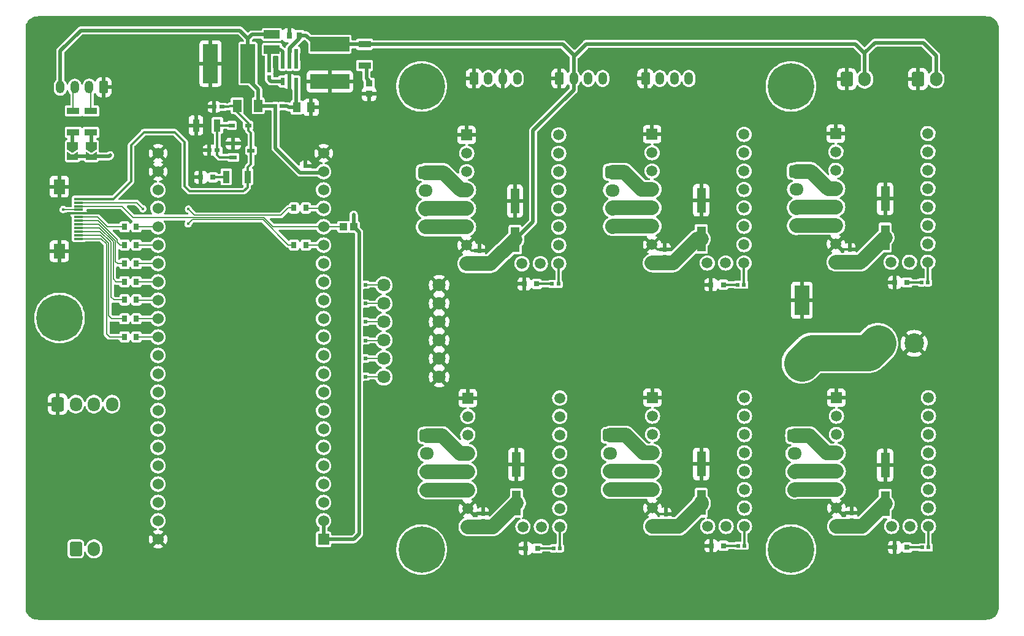
<source format=gbr>
%TF.GenerationSoftware,KiCad,Pcbnew,(6.0.7)*%
%TF.CreationDate,2025-08-04T23:03:26+08:00*%
%TF.ProjectId,stepper_with_TMC2209_controller_board_V1,73746570-7065-4725-9f77-6974685f544d,rev?*%
%TF.SameCoordinates,PX496ed40PY848f8c0*%
%TF.FileFunction,Copper,L1,Top*%
%TF.FilePolarity,Positive*%
%FSLAX46Y46*%
G04 Gerber Fmt 4.6, Leading zero omitted, Abs format (unit mm)*
G04 Created by KiCad (PCBNEW (6.0.7)) date 2025-08-04 23:03:26*
%MOMM*%
%LPD*%
G01*
G04 APERTURE LIST*
G04 Aperture macros list*
%AMRoundRect*
0 Rectangle with rounded corners*
0 $1 Rounding radius*
0 $2 $3 $4 $5 $6 $7 $8 $9 X,Y pos of 4 corners*
0 Add a 4 corners polygon primitive as box body*
4,1,4,$2,$3,$4,$5,$6,$7,$8,$9,$2,$3,0*
0 Add four circle primitives for the rounded corners*
1,1,$1+$1,$2,$3*
1,1,$1+$1,$4,$5*
1,1,$1+$1,$6,$7*
1,1,$1+$1,$8,$9*
0 Add four rect primitives between the rounded corners*
20,1,$1+$1,$2,$3,$4,$5,0*
20,1,$1+$1,$4,$5,$6,$7,0*
20,1,$1+$1,$6,$7,$8,$9,0*
20,1,$1+$1,$8,$9,$2,$3,0*%
%AMFreePoly0*
4,1,6,1.000000,0.000000,0.500000,-0.750000,-0.500000,-0.750000,-0.500000,0.750000,0.500000,0.750000,1.000000,0.000000,1.000000,0.000000,$1*%
%AMFreePoly1*
4,1,6,0.500000,-0.750000,-0.650000,-0.750000,-0.150000,0.000000,-0.650000,0.750000,0.500000,0.750000,0.500000,-0.750000,0.500000,-0.750000,$1*%
G04 Aperture macros list end*
%TA.AperFunction,ComponentPad*%
%ADD10RoundRect,0.250000X-0.600000X-0.750000X0.600000X-0.750000X0.600000X0.750000X-0.600000X0.750000X0*%
%TD*%
%TA.AperFunction,ComponentPad*%
%ADD11O,1.700000X2.000000*%
%TD*%
%TA.AperFunction,SMDPad,CuDef*%
%ADD12R,0.800000X0.800000*%
%TD*%
%TA.AperFunction,SMDPad,CuDef*%
%ADD13R,0.570000X0.540000*%
%TD*%
%TA.AperFunction,SMDPad,CuDef*%
%ADD14R,0.950000X0.950000*%
%TD*%
%TA.AperFunction,SMDPad,CuDef*%
%ADD15R,1.730000X0.970000*%
%TD*%
%TA.AperFunction,SMDPad,CuDef*%
%ADD16R,1.200000X3.500000*%
%TD*%
%TA.AperFunction,SMDPad,CuDef*%
%ADD17R,2.010000X5.400000*%
%TD*%
%TA.AperFunction,SMDPad,CuDef*%
%ADD18R,0.790000X0.930000*%
%TD*%
%TA.AperFunction,SMDPad,CuDef*%
%ADD19R,0.970000X1.730000*%
%TD*%
%TA.AperFunction,SMDPad,CuDef*%
%ADD20R,1.040000X1.020000*%
%TD*%
%TA.AperFunction,SMDPad,CuDef*%
%ADD21R,2.000000X4.100000*%
%TD*%
%TA.AperFunction,SMDPad,CuDef*%
%ADD22R,0.790000X0.540000*%
%TD*%
%TA.AperFunction,ComponentPad*%
%ADD23RoundRect,0.250000X-0.350000X-0.625000X0.350000X-0.625000X0.350000X0.625000X-0.350000X0.625000X0*%
%TD*%
%TA.AperFunction,ComponentPad*%
%ADD24O,1.200000X1.750000*%
%TD*%
%TA.AperFunction,ComponentPad*%
%ADD25RoundRect,0.250000X-0.725000X0.600000X-0.725000X-0.600000X0.725000X-0.600000X0.725000X0.600000X0*%
%TD*%
%TA.AperFunction,ComponentPad*%
%ADD26O,1.950000X1.700000*%
%TD*%
%TA.AperFunction,ComponentPad*%
%ADD27C,6.400000*%
%TD*%
%TA.AperFunction,SMDPad,CuDef*%
%ADD28R,0.540000X0.790000*%
%TD*%
%TA.AperFunction,ComponentPad*%
%ADD29C,2.700000*%
%TD*%
%TA.AperFunction,ComponentPad*%
%ADD30R,1.508000X1.508000*%
%TD*%
%TA.AperFunction,ComponentPad*%
%ADD31C,1.508000*%
%TD*%
%TA.AperFunction,SMDPad,CuDef*%
%ADD32R,0.600000X0.540000*%
%TD*%
%TA.AperFunction,SMDPad,CuDef*%
%ADD33FreePoly0,270.000000*%
%TD*%
%TA.AperFunction,SMDPad,CuDef*%
%ADD34FreePoly1,270.000000*%
%TD*%
%TA.AperFunction,ComponentPad*%
%ADD35R,1.530000X1.530000*%
%TD*%
%TA.AperFunction,ComponentPad*%
%ADD36C,1.530000*%
%TD*%
%TA.AperFunction,SMDPad,CuDef*%
%ADD37R,1.130000X1.380000*%
%TD*%
%TA.AperFunction,SMDPad,CuDef*%
%ADD38R,2.200000X1.200000*%
%TD*%
%TA.AperFunction,SMDPad,CuDef*%
%ADD39R,1.190000X1.730000*%
%TD*%
%TA.AperFunction,SMDPad,CuDef*%
%ADD40R,0.830000X0.630000*%
%TD*%
%TA.AperFunction,ComponentPad*%
%ADD41RoundRect,0.250000X0.350000X0.625000X-0.350000X0.625000X-0.350000X-0.625000X0.350000X-0.625000X0*%
%TD*%
%TA.AperFunction,SMDPad,CuDef*%
%ADD42R,0.530000X1.070000*%
%TD*%
%TA.AperFunction,ComponentPad*%
%ADD43RoundRect,0.250000X-0.600000X-0.725000X0.600000X-0.725000X0.600000X0.725000X-0.600000X0.725000X0*%
%TD*%
%TA.AperFunction,ComponentPad*%
%ADD44O,1.700000X1.950000*%
%TD*%
%TA.AperFunction,SMDPad,CuDef*%
%ADD45R,0.800000X0.900000*%
%TD*%
%TA.AperFunction,ComponentPad*%
%ADD46C,1.800000*%
%TD*%
%TA.AperFunction,SMDPad,CuDef*%
%ADD47R,5.400000X2.010000*%
%TD*%
%TA.AperFunction,SMDPad,CuDef*%
%ADD48R,1.070000X0.600000*%
%TD*%
%TA.AperFunction,SMDPad,CuDef*%
%ADD49R,1.300000X0.300000*%
%TD*%
%TA.AperFunction,SMDPad,CuDef*%
%ADD50R,1.600000X2.000000*%
%TD*%
%TA.AperFunction,ViaPad*%
%ADD51C,0.400000*%
%TD*%
%TA.AperFunction,Conductor*%
%ADD52C,0.500000*%
%TD*%
%TA.AperFunction,Conductor*%
%ADD53C,0.300000*%
%TD*%
%TA.AperFunction,Conductor*%
%ADD54C,2.000000*%
%TD*%
%TA.AperFunction,Conductor*%
%ADD55C,5.000000*%
%TD*%
%TA.AperFunction,Conductor*%
%ADD56C,0.200000*%
%TD*%
G04 APERTURE END LIST*
D10*
%TO.P,J3,1,Pin_1*%
%TO.N,GND*%
X123550000Y70025000D03*
D11*
%TO.P,J3,2,Pin_2*%
%TO.N,/24V*%
X126050000Y70025000D03*
%TD*%
D10*
%TO.P,J2,1,Pin_1*%
%TO.N,GND*%
X113700000Y70000000D03*
D11*
%TO.P,J2,2,Pin_2*%
%TO.N,/24V*%
X116200000Y70000000D03*
%TD*%
D12*
%TO.P,U10,1,A*%
%TO.N,Net-(R14-Pad2)*%
X122025000Y5300000D03*
%TO.P,U10,2,K*%
%TO.N,GND*%
X120325000Y5300000D03*
%TD*%
%TO.P,U9,1,A*%
%TO.N,Net-(R13-Pad2)*%
X96675000Y5525000D03*
%TO.P,U9,2,K*%
%TO.N,GND*%
X94975000Y5525000D03*
%TD*%
%TO.P,U8,1,A*%
%TO.N,Net-(R12-Pad2)*%
X71000000Y5175000D03*
%TO.P,U8,2,K*%
%TO.N,GND*%
X69300000Y5175000D03*
%TD*%
%TO.P,U7,1,A*%
%TO.N,Net-(R11-Pad2)*%
X122025000Y41925000D03*
%TO.P,U7,2,K*%
%TO.N,GND*%
X120325000Y41925000D03*
%TD*%
%TO.P,U6,1,A*%
%TO.N,Net-(R10-Pad2)*%
X96650000Y41600000D03*
%TO.P,U6,2,K*%
%TO.N,GND*%
X94950000Y41600000D03*
%TD*%
%TO.P,U5,1,A*%
%TO.N,Net-(R9-Pad2)*%
X70875000Y41700000D03*
%TO.P,U5,2,K*%
%TO.N,GND*%
X69175000Y41700000D03*
%TD*%
D13*
%TO.P,R14,2,2*%
%TO.N,Net-(R14-Pad2)*%
X124145000Y5300000D03*
%TO.P,R14,1,1*%
%TO.N,/TMC_EN_6*%
X125005000Y5300000D03*
%TD*%
%TO.P,R13,2,2*%
%TO.N,Net-(R13-Pad2)*%
X98695000Y5525000D03*
%TO.P,R13,1,1*%
%TO.N,/TMC_EN_5*%
X99555000Y5525000D03*
%TD*%
%TO.P,R12,2,2*%
%TO.N,Net-(R12-Pad2)*%
X73220000Y5175000D03*
%TO.P,R12,1,1*%
%TO.N,/TMC_EN_4*%
X74080000Y5175000D03*
%TD*%
%TO.P,R11,2,2*%
%TO.N,Net-(R11-Pad2)*%
X124020000Y41925000D03*
%TO.P,R11,1,1*%
%TO.N,/TMC_EN_3*%
X124880000Y41925000D03*
%TD*%
%TO.P,R10,2,2*%
%TO.N,Net-(R10-Pad2)*%
X98645000Y41600000D03*
%TO.P,R10,1,1*%
%TO.N,/TMC_EN_2*%
X99505000Y41600000D03*
%TD*%
%TO.P,R9,2,2*%
%TO.N,Net-(R9-Pad2)*%
X73020000Y41700000D03*
%TO.P,R9,1,1*%
%TO.N,/TMC_EN_1*%
X73880000Y41700000D03*
%TD*%
D14*
%TO.P,LED1,1,K*%
%TO.N,GND*%
X47750000Y67950000D03*
%TO.P,LED1,2,A*%
%TO.N,Net-(R1-Pad1)*%
X47750000Y69450000D03*
%TD*%
D15*
%TO.P,R1,1*%
%TO.N,Net-(R1-Pad1)*%
X47117500Y71865000D03*
%TO.P,R1,2*%
%TO.N,/24V*%
X47117500Y74825000D03*
%TD*%
D16*
%TO.P,C9,1,1*%
%TO.N,/24V*%
X67900000Y47830000D03*
%TO.P,C9,2,2*%
%TO.N,GND*%
X67900000Y53170000D03*
%TD*%
D17*
%TO.P,C6,1,1*%
%TO.N,/5V_reg*%
X31010000Y72165000D03*
%TO.P,C6,2,2*%
%TO.N,GND*%
X25850000Y72165000D03*
%TD*%
D18*
%TO.P,R27,1*%
%TO.N,/CS7_1*%
X15620000Y47100000D03*
%TO.P,R27,2*%
%TO.N,/CS7*%
X13980000Y47100000D03*
%TD*%
D13*
%TO.P,R8,1,1*%
%TO.N,/3v3*%
X46370000Y41600000D03*
%TO.P,R8,2,2*%
%TO.N,/VDD_Fault*%
X47230000Y41600000D03*
%TD*%
D16*
%TO.P,C13,1,1*%
%TO.N,/24V*%
X93600000Y47930000D03*
%TO.P,C13,2,2*%
%TO.N,GND*%
X93600000Y53270000D03*
%TD*%
D19*
%TO.P,R21,1*%
%TO.N,/5V*%
X30975000Y56500000D03*
%TO.P,R21,2*%
%TO.N,Net-(R21-Pad2)*%
X28015000Y56500000D03*
%TD*%
D20*
%TO.P,R2,1*%
%TO.N,/3v3*%
X45635000Y49600000D03*
%TO.P,R2,2*%
%TO.N,/MISO*%
X44165000Y49600000D03*
%TD*%
D18*
%TO.P,R32,1*%
%TO.N,/CLK_1*%
X39020000Y52200000D03*
%TO.P,R32,2*%
%TO.N,/CLK*%
X37380000Y52200000D03*
%TD*%
D21*
%TO.P,C3,1*%
%TO.N,/24V*%
X107500000Y30750000D03*
%TO.P,C3,2*%
%TO.N,GND*%
X107500000Y39450000D03*
%TD*%
D18*
%TO.P,R6,1*%
%TO.N,/MOSI_1*%
X39020000Y47100000D03*
%TO.P,R6,2*%
%TO.N,/MOSI*%
X37380000Y47100000D03*
%TD*%
D22*
%TO.P,C20,1,1*%
%TO.N,Net-(C20-Pad1)*%
X26795000Y60175000D03*
%TO.P,C20,2,2*%
%TO.N,GND*%
X25695000Y60175000D03*
%TD*%
D13*
%TO.P,R16,1,1*%
%TO.N,/3v3*%
X46370000Y36500000D03*
%TO.P,R16,2,2*%
%TO.N,/TX_Reset*%
X47230000Y36500000D03*
%TD*%
D15*
%TO.P,R33,1*%
%TO.N,Net-(JP2-Pad1)*%
X9300000Y62640000D03*
%TO.P,R33,2*%
%TO.N,/SCL*%
X9300000Y65600000D03*
%TD*%
D13*
%TO.P,R17,1,1*%
%TO.N,/3v3*%
X46370000Y33900000D03*
%TO.P,R17,2,2*%
%TO.N,/RX_M2*%
X47230000Y33900000D03*
%TD*%
%TO.P,R19,1,1*%
%TO.N,/3v3*%
X46370000Y28900000D03*
%TO.P,R19,2,2*%
%TO.N,/MS1_M0*%
X47230000Y28900000D03*
%TD*%
D23*
%TO.P,J1,1,Pin_1*%
%TO.N,GND*%
X62200000Y70100000D03*
D24*
%TO.P,J1,2,Pin_2*%
%TO.N,/3v3*%
X64200000Y70100000D03*
%TO.P,J1,3,Pin_3*%
%TO.N,GND*%
X66200000Y70100000D03*
%TO.P,J1,4,Pin_4*%
%TO.N,/Spare_1*%
X68200000Y70100000D03*
%TD*%
D18*
%TO.P,R7,1*%
%TO.N,/CS12_1*%
X15620000Y34400000D03*
%TO.P,R7,2*%
%TO.N,/CS12*%
X13980000Y34400000D03*
%TD*%
D25*
%TO.P,JM4,1,Pin_1*%
%TO.N,/M41*%
X55725000Y20750000D03*
D26*
%TO.P,JM4,2,Pin_2*%
%TO.N,/M43*%
X55725000Y18250000D03*
%TO.P,JM4,3,Pin_3*%
%TO.N,/M42*%
X55725000Y15750000D03*
%TO.P,JM4,4,Pin_4*%
%TO.N,/M44*%
X55725000Y13250000D03*
%TD*%
D27*
%TO.P,REF\u002A\u002A,1*%
%TO.N,N/C*%
X106000000Y5000000D03*
%TD*%
D28*
%TO.P,C8,1,1*%
%TO.N,/24V*%
X63500000Y8850000D03*
%TO.P,C8,2,2*%
%TO.N,GND*%
X63500000Y9950000D03*
%TD*%
D29*
%TO.P,U4,P$1,+*%
%TO.N,/24V*%
X118000000Y33500000D03*
%TO.P,U4,P$2,-*%
%TO.N,GND*%
X123000000Y33500000D03*
%TD*%
D13*
%TO.P,R18,1,1*%
%TO.N,/3v3*%
X46370000Y31400000D03*
%TO.P,R18,2,2*%
%TO.N,/MS2_M1*%
X47230000Y31400000D03*
%TD*%
D27*
%TO.P,REF\u002A\u002A,1*%
%TO.N,N/C*%
X106000000Y69000000D03*
%TD*%
D18*
%TO.P,R29,1*%
%TO.N,/CS9_1*%
X15620000Y42000000D03*
%TO.P,R29,2*%
%TO.N,/CS9*%
X13980000Y42000000D03*
%TD*%
D25*
%TO.P,JM5,1,Pin_1*%
%TO.N,/M51*%
X81025000Y20800000D03*
D26*
%TO.P,JM5,2,Pin_2*%
%TO.N,/M53*%
X81025000Y18300000D03*
%TO.P,JM5,3,Pin_3*%
%TO.N,/M52*%
X81025000Y15800000D03*
%TO.P,JM5,4,Pin_4*%
%TO.N,/M54*%
X81025000Y13300000D03*
%TD*%
D13*
%TO.P,R15,1,1*%
%TO.N,/3v3*%
X46370000Y39000000D03*
%TO.P,R15,2,2*%
%TO.N,/CLK_SLP*%
X47230000Y39000000D03*
%TD*%
D30*
%TO.P,M6,1,GND*%
%TO.N,GND*%
X112277500Y25990000D03*
D31*
%TO.P,M6,2,VIO*%
%TO.N,/VDD_Fault*%
X112277500Y23450000D03*
%TO.P,M6,3,M1B*%
%TO.N,/M63*%
X112277500Y20910000D03*
%TO.P,M6,4,M1A*%
%TO.N,/M61*%
X112277500Y18370000D03*
%TO.P,M6,5,M2A*%
%TO.N,/M62*%
X112277500Y15830000D03*
%TO.P,M6,6,M2B*%
%TO.N,/M64*%
X112277500Y13290000D03*
%TO.P,M6,7,GND*%
%TO.N,GND*%
X112277500Y10750000D03*
%TO.P,M6,8,VM*%
%TO.N,/24V*%
X112277500Y8210000D03*
%TO.P,M6,9,DIR*%
%TO.N,/P6*%
X124977500Y25990000D03*
%TO.P,M6,10,STEP*%
%TO.N,/P5*%
X124977500Y23450000D03*
%TO.P,M6,11,PDN*%
%TO.N,/CLK_SLP*%
X124977500Y20910000D03*
%TO.P,M6,12,UART*%
%TO.N,/TX_Reset*%
X124977500Y18370000D03*
%TO.P,M6,13,SPRD*%
%TO.N,/RX_M2*%
X124977500Y15830000D03*
%TO.P,M6,14,MS2*%
%TO.N,/MS2_M1*%
X124977500Y13290000D03*
%TO.P,M6,15,MS1*%
%TO.N,/MS1_M0*%
X124977500Y10750000D03*
%TO.P,M6,16,~{EN}*%
%TO.N,/TMC_EN_6*%
X124977500Y8210000D03*
%TO.P,M6,17,INDEX*%
%TO.N,/INDEX_6*%
X119897500Y8210000D03*
%TO.P,M6,18,DIAG*%
%TO.N,/DIAG_6*%
X122437500Y8210000D03*
%TD*%
D32*
%TO.P,C4,1*%
%TO.N,/SW*%
X33930000Y71177000D03*
%TO.P,C4,2*%
%TO.N,/BST*%
X33930000Y70313000D03*
%TD*%
D16*
%TO.P,C17,1,1*%
%TO.N,/24V*%
X119000000Y48130000D03*
%TO.P,C17,2,2*%
%TO.N,GND*%
X119000000Y53470000D03*
%TD*%
D30*
%TO.P,M1,1,GND*%
%TO.N,GND*%
X61225000Y62287500D03*
D31*
%TO.P,M1,2,VIO*%
%TO.N,/VDD_Fault*%
X61225000Y59747500D03*
%TO.P,M1,3,M1B*%
%TO.N,/M13*%
X61225000Y57207500D03*
%TO.P,M1,4,M1A*%
%TO.N,/M11*%
X61225000Y54667500D03*
%TO.P,M1,5,M2A*%
%TO.N,/M12*%
X61225000Y52127500D03*
%TO.P,M1,6,M2B*%
%TO.N,/M14*%
X61225000Y49587500D03*
%TO.P,M1,7,GND*%
%TO.N,GND*%
X61225000Y47047500D03*
%TO.P,M1,8,VM*%
%TO.N,/24V*%
X61225000Y44507500D03*
%TO.P,M1,9,DIR*%
%TO.N,/P12*%
X73925000Y62287500D03*
%TO.P,M1,10,STEP*%
%TO.N,/P11*%
X73925000Y59747500D03*
%TO.P,M1,11,PDN*%
%TO.N,/CLK_SLP*%
X73925000Y57207500D03*
%TO.P,M1,12,UART*%
%TO.N,/TX_Reset*%
X73925000Y54667500D03*
%TO.P,M1,13,SPRD*%
%TO.N,/RX_M2*%
X73925000Y52127500D03*
%TO.P,M1,14,MS2*%
%TO.N,/MS2_M1*%
X73925000Y49587500D03*
%TO.P,M1,15,MS1*%
%TO.N,/MS1_M0*%
X73925000Y47047500D03*
%TO.P,M1,16,~{EN}*%
%TO.N,/TMC_EN_1*%
X73925000Y44507500D03*
%TO.P,M1,17,INDEX*%
%TO.N,/INDEX_1*%
X68845000Y44507500D03*
%TO.P,M1,18,DIAG*%
%TO.N,/DIAG_1*%
X71385000Y44507500D03*
%TD*%
D33*
%TO.P,JP2,1,A*%
%TO.N,Net-(JP2-Pad1)*%
X9400000Y60800000D03*
D34*
%TO.P,JP2,2,B*%
%TO.N,/3v3*%
X9400000Y59350000D03*
%TD*%
D16*
%TO.P,C18,1,1*%
%TO.N,/24V*%
X68100000Y11430000D03*
%TO.P,C18,2,2*%
%TO.N,GND*%
X68100000Y16770000D03*
%TD*%
D35*
%TO.P,U3,J1_1,3V3*%
%TO.N,/3v3*%
X41459500Y6430000D03*
D36*
%TO.P,U3,J1_2,3V3*%
X41459500Y8970000D03*
%TO.P,U3,J1_3,RST*%
%TO.N,unconnected-(U3-PadJ1_3)*%
X41459500Y11510000D03*
%TO.P,U3,J1_4,GPIO4*%
%TO.N,/P5*%
X41459500Y14050000D03*
%TO.P,U3,J1_5,GPIO5*%
%TO.N,/P6*%
X41459500Y16590000D03*
%TO.P,U3,J1_6,GPIO6*%
%TO.N,/P7*%
X41459500Y19130000D03*
%TO.P,U3,J1_7,GPIO7*%
%TO.N,/P8*%
X41459500Y21670000D03*
%TO.P,U3,J1_8,GPIO15*%
%TO.N,/P9*%
X41459500Y24210000D03*
%TO.P,U3,J1_9,GPIO16*%
%TO.N,/P10*%
X41459500Y26750000D03*
%TO.P,U3,J1_10,GPIO17*%
%TO.N,/P11*%
X41459500Y29290000D03*
%TO.P,U3,J1_11,GPIO18*%
%TO.N,/P12*%
X41459500Y31830000D03*
%TO.P,U3,J1_12,GPIO8*%
%TO.N,/SDA*%
X41459500Y34370000D03*
%TO.P,U3,J1_13,GPIO3*%
%TO.N,/P13*%
X41459500Y36910000D03*
%TO.P,U3,J1_14,GPIO46*%
%TO.N,/P14*%
X41459500Y39450000D03*
%TO.P,U3,J1_15,GPIO9*%
%TO.N,/SCL*%
X41459500Y41990000D03*
%TO.P,U3,J1_16,GPIO10*%
%TO.N,/P15*%
X41459500Y44530000D03*
%TO.P,U3,J1_17,GPIO11*%
%TO.N,/MOSI_1*%
X41459500Y47070000D03*
%TO.P,U3,J1_18,GPIO12*%
%TO.N,/MISO*%
X41459500Y49610000D03*
%TO.P,U3,J1_19,GPIO13*%
%TO.N,/CLK_1*%
X41459500Y52150000D03*
%TO.P,U3,J1_20,GPIO14*%
%TO.N,/P16*%
X41459500Y54690000D03*
%TO.P,U3,J1_21,5V0*%
%TO.N,/5V_reg*%
X41459500Y57230000D03*
%TO.P,U3,J1_22,GND*%
%TO.N,GND*%
X41459500Y59770000D03*
%TO.P,U3,J3_1,GND*%
X18599500Y6430000D03*
%TO.P,U3,J3_2,U0TXD/GPIO43*%
%TO.N,/Servo*%
X18599500Y8970000D03*
%TO.P,U3,J3_3,U0RXD/GPIO44*%
%TO.N,/Spare_1*%
X18599500Y11510000D03*
%TO.P,U3,J3_4,GPIO1*%
%TO.N,/TMC_EN_1*%
X18599500Y14050000D03*
%TO.P,U3,J3_5,GPIO2*%
%TO.N,/TMC_EN_2*%
X18599500Y16590000D03*
%TO.P,U3,J3_6,MTMS/GPIO42*%
%TO.N,/TMC_EN_3*%
X18599500Y19130000D03*
%TO.P,U3,J3_7,MTDI/GPIO41*%
%TO.N,/TMC_EN_4*%
X18599500Y21670000D03*
%TO.P,U3,J3_8,MTDO/GPIO40*%
%TO.N,/TMC_EN_5*%
X18599500Y24210000D03*
%TO.P,U3,J3_9,MTCK/GPIO39*%
%TO.N,/TMC_EN_6*%
X18599500Y26750000D03*
%TO.P,U3,J3_10,GPIO38*%
%TO.N,/CAN_TX*%
X18599500Y29290000D03*
%TO.P,U3,J3_11,GPIO37*%
%TO.N,/CAN_RX*%
X18599500Y31830000D03*
%TO.P,U3,J3_12,GPIO36*%
%TO.N,/CS12_1*%
X18599500Y34370000D03*
%TO.P,U3,J3_13,GPIO35*%
%TO.N,/CS11_1*%
X18599500Y36910000D03*
%TO.P,U3,J3_14,GPIO0*%
%TO.N,/CS10_1*%
X18599500Y39450000D03*
%TO.P,U3,J3_15,GPIO45*%
%TO.N,/CS9_1*%
X18599500Y41990000D03*
%TO.P,U3,J3_16,GPIO48*%
%TO.N,/CS8_1*%
X18599500Y44530000D03*
%TO.P,U3,J3_17,GPIO47*%
%TO.N,/CS7_1*%
X18599500Y47070000D03*
%TO.P,U3,J3_18,GPIO21*%
%TO.N,/CS6_1*%
X18599500Y49610000D03*
%TO.P,U3,J3_19,USB_D+/GPIO20*%
%TO.N,/USB_D+*%
X18599500Y52150000D03*
%TO.P,U3,J3_20,USB_D-/GPIO19*%
%TO.N,/USB_D-*%
X18599500Y54690000D03*
%TO.P,U3,J3_21,GND*%
%TO.N,GND*%
X18599500Y57230000D03*
%TO.P,U3,J3_22,GND*%
X18599500Y59770000D03*
%TD*%
D18*
%TO.P,R30,1*%
%TO.N,/CS10_1*%
X15620000Y39500000D03*
%TO.P,R30,2*%
%TO.N,/CS10*%
X13980000Y39500000D03*
%TD*%
%TO.P,R28,1*%
%TO.N,/CS8_1*%
X15620000Y44500000D03*
%TO.P,R28,2*%
%TO.N,/CS8*%
X13980000Y44500000D03*
%TD*%
D22*
%TO.P,C19,1,1*%
%TO.N,/5V*%
X27452500Y66175000D03*
%TO.P,C19,2,2*%
%TO.N,GND*%
X26352500Y66175000D03*
%TD*%
D13*
%TO.P,R3,1,1*%
%TO.N,/24V*%
X36800000Y73945000D03*
%TO.P,R3,2,2*%
%TO.N,/EN*%
X37660000Y73945000D03*
%TD*%
D37*
%TO.P,R5,1,1*%
%TO.N,/FB*%
X37747500Y66100000D03*
%TO.P,R5,2,2*%
%TO.N,GND*%
X39747500Y66100000D03*
%TD*%
D23*
%TO.P,J13,1,Pin_1*%
%TO.N,GND*%
X74000000Y70100000D03*
D24*
%TO.P,J13,2,Pin_2*%
%TO.N,/24V*%
X76000000Y70100000D03*
%TO.P,J13,3,Pin_3*%
%TO.N,/Servo*%
X78000000Y70100000D03*
%TO.P,J13,4,Pin_4*%
%TO.N,/5V_reg*%
X80000000Y70100000D03*
%TD*%
D32*
%TO.P,C5,1*%
%TO.N,/5V_reg*%
X38975000Y57103000D03*
%TO.P,C5,2*%
%TO.N,GND*%
X38975000Y57967000D03*
%TD*%
D27*
%TO.P,REF\u002A\u002A,1*%
%TO.N,N/C*%
X55000000Y5000000D03*
%TD*%
D30*
%TO.P,M5,1,GND*%
%TO.N,GND*%
X86877500Y25990000D03*
D31*
%TO.P,M5,2,VIO*%
%TO.N,/VDD_Fault*%
X86877500Y23450000D03*
%TO.P,M5,3,M1B*%
%TO.N,/M53*%
X86877500Y20910000D03*
%TO.P,M5,4,M1A*%
%TO.N,/M51*%
X86877500Y18370000D03*
%TO.P,M5,5,M2A*%
%TO.N,/M52*%
X86877500Y15830000D03*
%TO.P,M5,6,M2B*%
%TO.N,/M54*%
X86877500Y13290000D03*
%TO.P,M5,7,GND*%
%TO.N,GND*%
X86877500Y10750000D03*
%TO.P,M5,8,VM*%
%TO.N,/24V*%
X86877500Y8210000D03*
%TO.P,M5,9,DIR*%
%TO.N,/P8*%
X99577500Y25990000D03*
%TO.P,M5,10,STEP*%
%TO.N,/P7*%
X99577500Y23450000D03*
%TO.P,M5,11,PDN*%
%TO.N,/CLK_SLP*%
X99577500Y20910000D03*
%TO.P,M5,12,UART*%
%TO.N,/TX_Reset*%
X99577500Y18370000D03*
%TO.P,M5,13,SPRD*%
%TO.N,/RX_M2*%
X99577500Y15830000D03*
%TO.P,M5,14,MS2*%
%TO.N,/MS2_M1*%
X99577500Y13290000D03*
%TO.P,M5,15,MS1*%
%TO.N,/MS1_M0*%
X99577500Y10750000D03*
%TO.P,M5,16,~{EN}*%
%TO.N,/TMC_EN_5*%
X99577500Y8210000D03*
%TO.P,M5,17,INDEX*%
%TO.N,/INDEX_5*%
X94497500Y8210000D03*
%TO.P,M5,18,DIAG*%
%TO.N,/DIAG_5*%
X97037500Y8210000D03*
%TD*%
D38*
%TO.P,L1,1,1*%
%TO.N,/SW*%
X34330000Y74115000D03*
%TO.P,L1,2,2*%
%TO.N,/5V_reg*%
X34330000Y76175000D03*
%TD*%
D13*
%TO.P,R4,1,1*%
%TO.N,/5V_reg*%
X34817500Y66280000D03*
%TO.P,R4,2,2*%
%TO.N,/FB*%
X35677500Y66280000D03*
%TD*%
D39*
%TO.P,F1,1,1*%
%TO.N,/5V_reg*%
X32435000Y66325000D03*
%TO.P,F1,2,2*%
%TO.N,/5V*%
X29535000Y66325000D03*
%TD*%
D28*
%TO.P,C7,1,1*%
%TO.N,/24V*%
X63000000Y45250000D03*
%TO.P,C7,2,2*%
%TO.N,GND*%
X63000000Y46350000D03*
%TD*%
D40*
%TO.P,D2,1,K*%
%TO.N,/5V*%
X31067500Y63625000D03*
%TO.P,D2,2,A*%
%TO.N,Net-(C20-Pad1)*%
X28787500Y63625000D03*
%TD*%
D33*
%TO.P,JP3,1,A*%
%TO.N,Net-(JP3-Pad1)*%
X6800000Y60800000D03*
D34*
%TO.P,JP3,2,B*%
%TO.N,/3v3*%
X6800000Y59350000D03*
%TD*%
D41*
%TO.P,J5,1,Pin_1*%
%TO.N,GND*%
X11100000Y68900000D03*
D24*
%TO.P,J5,2,Pin_2*%
%TO.N,/SCL*%
X9100000Y68900000D03*
%TO.P,J5,3,Pin_3*%
%TO.N,/SDA*%
X7100000Y68900000D03*
%TO.P,J5,4,Pin_4*%
%TO.N,/5V_reg*%
X5100000Y68900000D03*
%TD*%
D25*
%TO.P,JM3,1,Pin_1*%
%TO.N,/M31*%
X106725000Y57250000D03*
D26*
%TO.P,JM3,2,Pin_2*%
%TO.N,/M33*%
X106725000Y54750000D03*
%TO.P,JM3,3,Pin_3*%
%TO.N,/M32*%
X106725000Y52250000D03*
%TO.P,JM3,4,Pin_4*%
%TO.N,/M34*%
X106725000Y49750000D03*
%TD*%
D42*
%TO.P,U1,1,BST*%
%TO.N,/BST*%
X35780000Y69695000D03*
%TO.P,U1,2,GND*%
%TO.N,GND*%
X36730000Y69695000D03*
%TO.P,U1,3,FB*%
%TO.N,/FB*%
X37680000Y69695000D03*
%TO.P,U1,4,EN*%
%TO.N,/EN*%
X37680000Y71995000D03*
%TO.P,U1,5,VIN*%
%TO.N,/24V*%
X36730000Y71995000D03*
%TO.P,U1,6,SW*%
%TO.N,/SW*%
X35780000Y71995000D03*
%TD*%
D15*
%TO.P,R34,1*%
%TO.N,Net-(JP3-Pad1)*%
X6900000Y62640000D03*
%TO.P,R34,2*%
%TO.N,/SDA*%
X6900000Y65600000D03*
%TD*%
D43*
%TO.P,J6,1,Pin_1*%
%TO.N,GND*%
X4750000Y25100000D03*
D44*
%TO.P,J6,2,Pin_2*%
%TO.N,/CAN_RX*%
X7250000Y25100000D03*
%TO.P,J6,3,Pin_3*%
%TO.N,/CAN_TX*%
X9750000Y25100000D03*
%TO.P,J6,4,Pin_4*%
%TO.N,/5V_reg*%
X12250000Y25100000D03*
%TD*%
D45*
%TO.P,C2,1,1*%
%TO.N,/24V*%
X38130000Y76065000D03*
%TO.P,C2,2,2*%
%TO.N,GND*%
X36730000Y76065000D03*
%TD*%
D30*
%TO.P,M3,1,GND*%
%TO.N,GND*%
X112202500Y62490000D03*
D31*
%TO.P,M3,2,VIO*%
%TO.N,/VDD_Fault*%
X112202500Y59950000D03*
%TO.P,M3,3,M1B*%
%TO.N,/M33*%
X112202500Y57410000D03*
%TO.P,M3,4,M1A*%
%TO.N,/M31*%
X112202500Y54870000D03*
%TO.P,M3,5,M2A*%
%TO.N,/M32*%
X112202500Y52330000D03*
%TO.P,M3,6,M2B*%
%TO.N,/M34*%
X112202500Y49790000D03*
%TO.P,M3,7,GND*%
%TO.N,GND*%
X112202500Y47250000D03*
%TO.P,M3,8,VM*%
%TO.N,/24V*%
X112202500Y44710000D03*
%TO.P,M3,9,DIR*%
%TO.N,/P16*%
X124902500Y62490000D03*
%TO.P,M3,10,STEP*%
%TO.N,/P15*%
X124902500Y59950000D03*
%TO.P,M3,11,PDN*%
%TO.N,/CLK_SLP*%
X124902500Y57410000D03*
%TO.P,M3,12,UART*%
%TO.N,/TX_Reset*%
X124902500Y54870000D03*
%TO.P,M3,13,SPRD*%
%TO.N,/RX_M2*%
X124902500Y52330000D03*
%TO.P,M3,14,MS2*%
%TO.N,/MS2_M1*%
X124902500Y49790000D03*
%TO.P,M3,15,MS1*%
%TO.N,/MS1_M0*%
X124902500Y47250000D03*
%TO.P,M3,16,~{EN}*%
%TO.N,/TMC_EN_3*%
X124902500Y44710000D03*
%TO.P,M3,17,INDEX*%
%TO.N,/INDEX_3*%
X119822500Y44710000D03*
%TO.P,M3,18,DIAG*%
%TO.N,/DIAG_3*%
X122362500Y44710000D03*
%TD*%
D30*
%TO.P,M4,1,GND*%
%TO.N,GND*%
X61377500Y25940000D03*
D31*
%TO.P,M4,2,VIO*%
%TO.N,/VDD_Fault*%
X61377500Y23400000D03*
%TO.P,M4,3,M1B*%
%TO.N,/M43*%
X61377500Y20860000D03*
%TO.P,M4,4,M1A*%
%TO.N,/M41*%
X61377500Y18320000D03*
%TO.P,M4,5,M2A*%
%TO.N,/M42*%
X61377500Y15780000D03*
%TO.P,M4,6,M2B*%
%TO.N,/M44*%
X61377500Y13240000D03*
%TO.P,M4,7,GND*%
%TO.N,GND*%
X61377500Y10700000D03*
%TO.P,M4,8,VM*%
%TO.N,/24V*%
X61377500Y8160000D03*
%TO.P,M4,9,DIR*%
%TO.N,/P10*%
X74077500Y25940000D03*
%TO.P,M4,10,STEP*%
%TO.N,/P9*%
X74077500Y23400000D03*
%TO.P,M4,11,PDN*%
%TO.N,/CLK_SLP*%
X74077500Y20860000D03*
%TO.P,M4,12,UART*%
%TO.N,/TX_Reset*%
X74077500Y18320000D03*
%TO.P,M4,13,SPRD*%
%TO.N,/RX_M2*%
X74077500Y15780000D03*
%TO.P,M4,14,MS2*%
%TO.N,/MS2_M1*%
X74077500Y13240000D03*
%TO.P,M4,15,MS1*%
%TO.N,/MS1_M0*%
X74077500Y10700000D03*
%TO.P,M4,16,~{EN}*%
%TO.N,/TMC_EN_4*%
X74077500Y8160000D03*
%TO.P,M4,17,INDEX*%
%TO.N,/INDEX_4*%
X68997500Y8160000D03*
%TO.P,M4,18,DIAG*%
%TO.N,/DIAG_4*%
X71537500Y8160000D03*
%TD*%
D25*
%TO.P,JM1,1,Pin_1*%
%TO.N,/M11*%
X55500000Y57100000D03*
D26*
%TO.P,JM1,2,Pin_2*%
%TO.N,/M13*%
X55500000Y54600000D03*
%TO.P,JM1,3,Pin_3*%
%TO.N,/M12*%
X55500000Y52100000D03*
%TO.P,JM1,4,Pin_4*%
%TO.N,/M14*%
X55500000Y49600000D03*
%TD*%
D23*
%TO.P,J7,1,Pin_1*%
%TO.N,GND*%
X85900000Y70100000D03*
D24*
%TO.P,J7,2,Pin_2*%
%TO.N,/USB_D-*%
X87900000Y70100000D03*
%TO.P,J7,3,Pin_3*%
%TO.N,/USB_D+*%
X89900000Y70100000D03*
%TO.P,J7,4,Pin_4*%
%TO.N,/5V_reg*%
X91900000Y70100000D03*
%TD*%
D10*
%TO.P,J8,1,Pin_1*%
%TO.N,/CANL*%
X7250000Y5100000D03*
D11*
%TO.P,J8,2,Pin_2*%
%TO.N,/CANH*%
X9750000Y5100000D03*
%TD*%
D16*
%TO.P,C14,1,1*%
%TO.N,/24V*%
X93600000Y11480000D03*
%TO.P,C14,2,2*%
%TO.N,GND*%
X93600000Y16820000D03*
%TD*%
D28*
%TO.P,C11,1,1*%
%TO.N,/24V*%
X88600000Y45350000D03*
%TO.P,C11,2,2*%
%TO.N,GND*%
X88600000Y46450000D03*
%TD*%
D12*
%TO.P,U2,1,A*%
%TO.N,Net-(R21-Pad2)*%
X26195000Y56450000D03*
%TO.P,U2,2,K*%
%TO.N,GND*%
X24495000Y56450000D03*
%TD*%
D25*
%TO.P,JM6,1,Pin_1*%
%TO.N,/M61*%
X106500000Y20750000D03*
D26*
%TO.P,JM6,2,Pin_2*%
%TO.N,/M63*%
X106500000Y18250000D03*
%TO.P,JM6,3,Pin_3*%
%TO.N,/M62*%
X106500000Y15750000D03*
%TO.P,JM6,4,Pin_4*%
%TO.N,/M64*%
X106500000Y13250000D03*
%TD*%
D27*
%TO.P,REF\u002A\u002A,1*%
%TO.N,N/C*%
X5000000Y37000000D03*
%TD*%
D46*
%TO.P,SW1,1,1*%
%TO.N,/MS1_M0*%
X49790000Y28850000D03*
%TO.P,SW1,2,2*%
%TO.N,/MS2_M1*%
X49790000Y31390000D03*
%TO.P,SW1,3,3*%
%TO.N,/RX_M2*%
X49790000Y33930000D03*
%TO.P,SW1,4,4*%
%TO.N,/TX_Reset*%
X49790000Y36470000D03*
%TO.P,SW1,5,5*%
%TO.N,/CLK_SLP*%
X49790000Y39010000D03*
%TO.P,SW1,6,6*%
%TO.N,/VDD_Fault*%
X49790000Y41550000D03*
%TO.P,SW1,7,7*%
%TO.N,GND*%
X57410000Y28850000D03*
%TO.P,SW1,8,8*%
X57410000Y31390000D03*
%TO.P,SW1,9,9*%
X57410000Y33930000D03*
%TO.P,SW1,10,10*%
X57410000Y36470000D03*
%TO.P,SW1,11,11*%
X57410000Y39010000D03*
%TO.P,SW1,12,12*%
X57410000Y41550000D03*
%TD*%
D47*
%TO.P,C1,1,1*%
%TO.N,/24V*%
X42330000Y74825000D03*
%TO.P,C1,2,2*%
%TO.N,GND*%
X42330000Y69665000D03*
%TD*%
D19*
%TO.P,R20,1*%
%TO.N,Net-(C20-Pad1)*%
X26795000Y63625000D03*
%TO.P,R20,2*%
%TO.N,GND*%
X23835000Y63625000D03*
%TD*%
D18*
%TO.P,R26,1*%
%TO.N,/CS6_1*%
X15620000Y49600000D03*
%TO.P,R26,2*%
%TO.N,/CS6*%
X13980000Y49600000D03*
%TD*%
D28*
%TO.P,C12,1,1*%
%TO.N,/24V*%
X88700000Y8800000D03*
%TO.P,C12,2,2*%
%TO.N,GND*%
X88700000Y9900000D03*
%TD*%
%TO.P,C16,1,1*%
%TO.N,/24V*%
X114375000Y8950000D03*
%TO.P,C16,2,2*%
%TO.N,GND*%
X114375000Y10050000D03*
%TD*%
D30*
%TO.P,M2,1,GND*%
%TO.N,GND*%
X86825000Y62387500D03*
D31*
%TO.P,M2,2,VIO*%
%TO.N,/VDD_Fault*%
X86825000Y59847500D03*
%TO.P,M2,3,M1B*%
%TO.N,/M23*%
X86825000Y57307500D03*
%TO.P,M2,4,M1A*%
%TO.N,/M21*%
X86825000Y54767500D03*
%TO.P,M2,5,M2A*%
%TO.N,/M22*%
X86825000Y52227500D03*
%TO.P,M2,6,M2B*%
%TO.N,/M24*%
X86825000Y49687500D03*
%TO.P,M2,7,GND*%
%TO.N,GND*%
X86825000Y47147500D03*
%TO.P,M2,8,VM*%
%TO.N,/24V*%
X86825000Y44607500D03*
%TO.P,M2,9,DIR*%
%TO.N,/P14*%
X99525000Y62387500D03*
%TO.P,M2,10,STEP*%
%TO.N,/P13*%
X99525000Y59847500D03*
%TO.P,M2,11,PDN*%
%TO.N,/CLK_SLP*%
X99525000Y57307500D03*
%TO.P,M2,12,UART*%
%TO.N,/TX_Reset*%
X99525000Y54767500D03*
%TO.P,M2,13,SPRD*%
%TO.N,/RX_M2*%
X99525000Y52227500D03*
%TO.P,M2,14,MS2*%
%TO.N,/MS2_M1*%
X99525000Y49687500D03*
%TO.P,M2,15,MS1*%
%TO.N,/MS1_M0*%
X99525000Y47147500D03*
%TO.P,M2,16,~{EN}*%
%TO.N,/TMC_EN_2*%
X99525000Y44607500D03*
%TO.P,M2,17,INDEX*%
%TO.N,/INDEX_2*%
X94445000Y44607500D03*
%TO.P,M2,18,DIAG*%
%TO.N,/DIAG_2*%
X96985000Y44607500D03*
%TD*%
D18*
%TO.P,R31,1*%
%TO.N,/CS11_1*%
X15620000Y36900000D03*
%TO.P,R31,2*%
%TO.N,/CS11*%
X13980000Y36900000D03*
%TD*%
D16*
%TO.P,C10,1,1*%
%TO.N,/24V*%
X119000000Y11330000D03*
%TO.P,C10,2,2*%
%TO.N,GND*%
X119000000Y16670000D03*
%TD*%
D48*
%TO.P,Q1,1,M1*%
%TO.N,GND*%
X28990000Y61100000D03*
%TO.P,Q1,2,M2*%
%TO.N,/5V*%
X31450000Y60150000D03*
%TO.P,Q1,3,G*%
%TO.N,Net-(C20-Pad1)*%
X28990000Y59200000D03*
%TD*%
D49*
%TO.P,FPC1,1,1*%
%TO.N,/5V*%
X7657500Y53450000D03*
%TO.P,FPC1,2,2*%
%TO.N,/MOSI*%
X7657500Y52950000D03*
%TO.P,FPC1,3,3*%
%TO.N,/MISO*%
X7657500Y52450000D03*
%TO.P,FPC1,4,4*%
%TO.N,/CLK*%
X7657500Y51950000D03*
%TO.P,FPC1,5,5*%
%TO.N,GND*%
X7657500Y51450000D03*
%TO.P,FPC1,6,6*%
%TO.N,/CS6*%
X7657500Y50950000D03*
%TO.P,FPC1,7,7*%
%TO.N,/CS7*%
X7657500Y50450000D03*
%TO.P,FPC1,8,8*%
%TO.N,/CS8*%
X7657500Y49950000D03*
%TO.P,FPC1,9,9*%
%TO.N,/CS9*%
X7657500Y49450000D03*
%TO.P,FPC1,10,10*%
%TO.N,/CS10*%
X7657500Y48950000D03*
%TO.P,FPC1,11,11*%
%TO.N,/CS11*%
X7657500Y48450000D03*
%TO.P,FPC1,12,12*%
%TO.N,/CS12*%
X7657500Y47950000D03*
D50*
%TO.P,FPC1,13,13*%
%TO.N,GND*%
X4977500Y55150000D03*
%TO.P,FPC1,14,14*%
X4977500Y46250000D03*
%TD*%
D28*
%TO.P,C15,1,1*%
%TO.N,/24V*%
X114150000Y45350000D03*
%TO.P,C15,2,2*%
%TO.N,GND*%
X114150000Y46450000D03*
%TD*%
D27*
%TO.P,REF\u002A\u002A,1*%
%TO.N,N/C*%
X55000000Y69000000D03*
%TD*%
D25*
%TO.P,JM2,1,Pin_1*%
%TO.N,/M21*%
X81325000Y57150000D03*
D26*
%TO.P,JM2,2,Pin_2*%
%TO.N,/M23*%
X81325000Y54650000D03*
%TO.P,JM2,3,Pin_3*%
%TO.N,/M22*%
X81325000Y52150000D03*
%TO.P,JM2,4,Pin_4*%
%TO.N,/M24*%
X81325000Y49650000D03*
%TD*%
D51*
%TO.N,/3v3*%
X12000000Y59500000D03*
X45600000Y51300000D03*
%TO.N,GND*%
X72425000Y16975000D03*
X72400000Y14400000D03*
X72450000Y11800000D03*
X48025000Y32750000D03*
X97875000Y19600000D03*
X72275000Y48250000D03*
X51450000Y35175000D03*
X51375000Y37850000D03*
X97975000Y16850000D03*
X102250000Y51575000D03*
X98000000Y14475000D03*
X40150000Y15300000D03*
X5750000Y51125000D03*
X72425000Y56175000D03*
X48075000Y37675000D03*
X97975000Y11850000D03*
X48050000Y35225000D03*
X51475000Y32675000D03*
X51575000Y30150000D03*
X102250000Y48475000D03*
X72275000Y50875000D03*
X72300000Y53600000D03*
X48000000Y40350000D03*
X12625000Y51175000D03*
X98250000Y61075000D03*
X76800000Y63550000D03*
X40200000Y20450000D03*
X88900000Y68750000D03*
X20550000Y49150000D03*
X48075000Y30125000D03*
%TO.N,/MOSI*%
X22750000Y50000000D03*
X16500000Y52100000D03*
%TO.N,/CLK*%
X5500000Y52000000D03*
X22800000Y52050000D03*
%TD*%
D52*
%TO.N,/24V*%
X77750000Y74875000D02*
X114875000Y74875000D01*
X76000000Y70100000D02*
X76000000Y73125000D01*
X76000000Y73125000D02*
X77750000Y74875000D01*
X114875000Y74875000D02*
X116200000Y73550000D01*
X116200000Y73550000D02*
X116200000Y70000000D01*
X126050000Y73250000D02*
X126050000Y70025000D01*
X124250000Y75050000D02*
X126050000Y73250000D01*
X117600000Y75050000D02*
X124250000Y75050000D01*
X116200000Y73650000D02*
X117600000Y75050000D01*
X116200000Y70000000D02*
X116200000Y73650000D01*
D53*
%TO.N,Net-(R14-Pad2)*%
X124145000Y5300000D02*
X122025000Y5300000D01*
%TO.N,Net-(R13-Pad2)*%
X98695000Y5525000D02*
X96675000Y5525000D01*
%TO.N,Net-(R12-Pad2)*%
X73220000Y5175000D02*
X71000000Y5175000D01*
%TO.N,Net-(R9-Pad2)*%
X73020000Y41700000D02*
X70875000Y41700000D01*
%TO.N,Net-(R10-Pad2)*%
X98645000Y41600000D02*
X96650000Y41600000D01*
D52*
%TO.N,Net-(R1-Pad1)*%
X47375000Y71607500D02*
X47117500Y71865000D01*
X47375000Y70125000D02*
X47375000Y71607500D01*
X47755000Y69745000D02*
X47375000Y70125000D01*
D53*
%TO.N,Net-(R11-Pad2)*%
X124020000Y41925000D02*
X122025000Y41925000D01*
D54*
%TO.N,/24V*%
X64492500Y44507500D02*
X61225000Y44507500D01*
D52*
X40270000Y74825000D02*
X39030000Y76065000D01*
X76000000Y70100000D02*
X76000000Y68500000D01*
D55*
X118000000Y33500000D02*
X116700000Y32200000D01*
D54*
X93600000Y11300000D02*
X90510000Y8210000D01*
X64860000Y8160000D02*
X61377500Y8160000D01*
X66130000Y46130000D02*
X64500000Y44500000D01*
D52*
X76000000Y68500000D02*
X70400000Y62900000D01*
D54*
X64500000Y44500000D02*
X64492500Y44507500D01*
X119000000Y48130000D02*
X115580000Y44710000D01*
D52*
X76000000Y73300000D02*
X74475000Y74825000D01*
X36730000Y74240000D02*
X36730000Y71995000D01*
X38130000Y76065000D02*
X38130000Y75640000D01*
D55*
X116700000Y32200000D02*
X108950000Y32200000D01*
D54*
X93600000Y47930000D02*
X93030000Y47930000D01*
X93600000Y11480000D02*
X93600000Y11300000D01*
D52*
X39030000Y76065000D02*
X38130000Y76065000D01*
D54*
X93030000Y47930000D02*
X89707500Y44607500D01*
X68100000Y11400000D02*
X64860000Y8160000D01*
X119000000Y11330000D02*
X118930000Y11330000D01*
X116650000Y45780000D02*
X119000000Y48130000D01*
X66200000Y46130000D02*
X67900000Y47830000D01*
D52*
X74475000Y74825000D02*
X47117500Y74825000D01*
D54*
X118930000Y11330000D02*
X115810000Y8210000D01*
X115810000Y8210000D02*
X112277500Y8210000D01*
D52*
X38130000Y75640000D02*
X36730000Y74240000D01*
X70400000Y62900000D02*
X70400000Y50330000D01*
D55*
X108950000Y32200000D02*
X107500000Y30750000D01*
D54*
X66200000Y46130000D02*
X66130000Y46130000D01*
X89707500Y44607500D02*
X86825000Y44607500D01*
X115580000Y44710000D02*
X112202500Y44710000D01*
D52*
X42330000Y74825000D02*
X40270000Y74825000D01*
D54*
X90510000Y8210000D02*
X86877500Y8210000D01*
D52*
X76000000Y70100000D02*
X76000000Y73300000D01*
X70400000Y50330000D02*
X67900000Y47830000D01*
X47117500Y74825000D02*
X42330000Y74825000D01*
%TO.N,/3v3*%
X46370000Y7170000D02*
X45630000Y6430000D01*
X11850000Y59350000D02*
X9400000Y59350000D01*
X6800000Y59350000D02*
X9400000Y59350000D01*
X45630000Y6430000D02*
X41459500Y6430000D01*
X46370000Y41600000D02*
X46370000Y7170000D01*
X45635000Y51265000D02*
X45600000Y51300000D01*
X46370000Y41600000D02*
X46370000Y48865000D01*
X41459500Y8970000D02*
X41459500Y6430000D01*
X45635000Y49600000D02*
X45635000Y51265000D01*
X46370000Y48865000D02*
X45635000Y49600000D01*
X12000000Y59500000D02*
X11850000Y59350000D01*
D53*
%TO.N,GND*%
X63500000Y9950000D02*
X62127500Y9950000D01*
X88700000Y9900000D02*
X87727500Y9900000D01*
X114150000Y46450000D02*
X113002500Y46450000D01*
X6075000Y51450000D02*
X7657500Y51450000D01*
X63000000Y46350000D02*
X61922500Y46350000D01*
X61922500Y46350000D02*
X61225000Y47047500D01*
X87522500Y46450000D02*
X86825000Y47147500D01*
X88600000Y46450000D02*
X87522500Y46450000D01*
X12350000Y51450000D02*
X12625000Y51175000D01*
X114375000Y10050000D02*
X112977500Y10050000D01*
X62127500Y9950000D02*
X61377500Y10700000D01*
X112977500Y10050000D02*
X112277500Y10750000D01*
X113002500Y46450000D02*
X112202500Y47250000D01*
X7657500Y51450000D02*
X12350000Y51450000D01*
X87727500Y9900000D02*
X86877500Y10750000D01*
X5750000Y51125000D02*
X6075000Y51450000D01*
D56*
%TO.N,/SCL*%
X9300000Y65600000D02*
X9300000Y68700000D01*
X9300000Y68700000D02*
X9100000Y68900000D01*
%TO.N,/SDA*%
X6900000Y68700000D02*
X7100000Y68900000D01*
X6900000Y65600000D02*
X6900000Y68700000D01*
%TO.N,/MOSI*%
X36600000Y47100000D02*
X37380000Y47100000D01*
X15650000Y52950000D02*
X7657500Y52950000D01*
X23360000Y50610000D02*
X33090000Y50610000D01*
X16500000Y52100000D02*
X15650000Y52950000D01*
X33090000Y50610000D02*
X36600000Y47100000D01*
X22750000Y50000000D02*
X23360000Y50610000D01*
%TO.N,/MISO*%
X34500122Y49610000D02*
X33210122Y50900000D01*
X41459500Y49610000D02*
X34500122Y49610000D01*
X41459500Y49610000D02*
X44155000Y49610000D01*
X33210122Y50900000D02*
X15175000Y50900000D01*
X15175000Y50900000D02*
X13625000Y52450000D01*
X13625000Y52450000D02*
X7657500Y52450000D01*
X44155000Y49610000D02*
X44165000Y49600000D01*
%TO.N,/CLK*%
X22800000Y52050000D02*
X23660000Y51190000D01*
X7657500Y51950000D02*
X5550000Y51950000D01*
X23660000Y51190000D02*
X35590000Y51190000D01*
X36600000Y52200000D02*
X37380000Y52200000D01*
X5550000Y51950000D02*
X5500000Y52000000D01*
X35590000Y51190000D02*
X36600000Y52200000D01*
D52*
%TO.N,/SW*%
X33930000Y71177000D02*
X33930000Y73715000D01*
X35480000Y74115000D02*
X34330000Y74115000D01*
X35780000Y71995000D02*
X35780000Y73815000D01*
X33930000Y73715000D02*
X34330000Y74115000D01*
X35780000Y73815000D02*
X35480000Y74115000D01*
D56*
%TO.N,/CS6*%
X13980000Y49600000D02*
X11600000Y49600000D01*
X10250000Y50950000D02*
X7657500Y50950000D01*
X11600000Y49600000D02*
X10250000Y50950000D01*
%TO.N,/CS7*%
X13400000Y47100000D02*
X13980000Y47100000D01*
X12990000Y47799878D02*
X12990000Y47510000D01*
X10339878Y50450000D02*
X12990000Y47799878D01*
X12990000Y47510000D02*
X13400000Y47100000D01*
X7657500Y50450000D02*
X10339878Y50450000D01*
%TO.N,/CS8*%
X10429756Y49950000D02*
X12700000Y47679756D01*
X12700000Y44800000D02*
X13000000Y44500000D01*
X13000000Y44500000D02*
X13980000Y44500000D01*
X12700000Y47679756D02*
X12700000Y44800000D01*
X7657500Y49950000D02*
X10429756Y49950000D01*
D52*
%TO.N,/BST*%
X33930000Y69965000D02*
X33930000Y70313000D01*
X35780000Y69695000D02*
X34200000Y69695000D01*
X34200000Y69695000D02*
X33930000Y69965000D01*
D54*
%TO.N,/M22*%
X81402500Y52227500D02*
X81325000Y52150000D01*
X86825000Y52227500D02*
X81402500Y52227500D01*
%TO.N,/M21*%
X82950000Y57150000D02*
X81325000Y57150000D01*
X85332500Y54767500D02*
X82950000Y57150000D01*
X86825000Y54767500D02*
X85332500Y54767500D01*
%TO.N,/M24*%
X86825000Y49687500D02*
X81362500Y49687500D01*
X81362500Y49687500D02*
X81325000Y49650000D01*
D52*
%TO.N,/5V_reg*%
X32435000Y68560000D02*
X32435000Y66325000D01*
X31010000Y69985000D02*
X32435000Y68560000D01*
X32435000Y66325000D02*
X32480000Y66280000D01*
X31010000Y72165000D02*
X31010000Y69985000D01*
X5100000Y68900000D02*
X5100000Y73875000D01*
X7975000Y76750000D02*
X29880000Y76750000D01*
X5100000Y73875000D02*
X7975000Y76750000D01*
X34330000Y76175000D02*
X31565000Y76175000D01*
X34817500Y60490000D02*
X38204500Y57103000D01*
X34817500Y66280000D02*
X34817500Y60490000D01*
X31010000Y75620000D02*
X31010000Y72165000D01*
X41332500Y57103000D02*
X39347500Y57103000D01*
X38204500Y57103000D02*
X39347500Y57103000D01*
X29880000Y76750000D02*
X31010000Y75620000D01*
X31565000Y76175000D02*
X31010000Y75620000D01*
X32480000Y66280000D02*
X34817500Y66280000D01*
D56*
%TO.N,/CS12*%
X7657500Y47950000D02*
X10789268Y47950000D01*
X11510000Y34790000D02*
X11900000Y34400000D01*
X10789268Y47950000D02*
X11510000Y47229268D01*
X11900000Y34400000D02*
X13980000Y34400000D01*
X11510000Y47229268D02*
X11510000Y34790000D01*
D54*
%TO.N,/M32*%
X112202500Y52330000D02*
X106805000Y52330000D01*
X106805000Y52330000D02*
X106725000Y52250000D01*
%TO.N,/M31*%
X108750000Y57250000D02*
X106725000Y57250000D01*
X111130000Y54870000D02*
X108750000Y57250000D01*
X112202500Y54870000D02*
X111130000Y54870000D01*
%TO.N,/M34*%
X106765000Y49790000D02*
X106725000Y49750000D01*
X112202500Y49790000D02*
X106765000Y49790000D01*
%TO.N,/M52*%
X81055000Y15830000D02*
X81025000Y15800000D01*
X86877500Y15830000D02*
X81055000Y15830000D01*
%TO.N,/M51*%
X85630000Y18370000D02*
X83200000Y20800000D01*
X86877500Y18370000D02*
X85630000Y18370000D01*
X83200000Y20800000D02*
X81025000Y20800000D01*
%TO.N,/M54*%
X81035000Y13290000D02*
X81025000Y13300000D01*
X86877500Y13290000D02*
X81035000Y13290000D01*
%TO.N,/M42*%
X55755000Y15780000D02*
X55725000Y15750000D01*
X61377500Y15780000D02*
X55755000Y15780000D01*
%TO.N,/M41*%
X60280000Y18320000D02*
X57850000Y20750000D01*
X57850000Y20750000D02*
X55725000Y20750000D01*
X61377500Y18320000D02*
X60280000Y18320000D01*
%TO.N,/M44*%
X55735000Y13240000D02*
X55725000Y13250000D01*
X61377500Y13240000D02*
X55735000Y13240000D01*
%TO.N,/M12*%
X61225000Y52127500D02*
X55527500Y52127500D01*
X55527500Y52127500D02*
X55500000Y52100000D01*
%TO.N,/M11*%
X60432500Y54667500D02*
X58000000Y57100000D01*
X58000000Y57100000D02*
X55500000Y57100000D01*
X61225000Y54667500D02*
X60432500Y54667500D01*
%TO.N,/M14*%
X61225000Y49587500D02*
X55512500Y49587500D01*
X55512500Y49587500D02*
X55500000Y49600000D01*
D56*
%TO.N,/CS9*%
X12800000Y42000000D02*
X13980000Y42000000D01*
X12410000Y42390000D02*
X12800000Y42000000D01*
X10519634Y49450000D02*
X12410000Y47559634D01*
X7657500Y49450000D02*
X10519634Y49450000D01*
X12410000Y47559634D02*
X12410000Y42390000D01*
%TO.N,/CS10*%
X10609512Y48950000D02*
X12100000Y47459512D01*
X7657500Y48950000D02*
X10609512Y48950000D01*
X12100000Y39900000D02*
X12500000Y39500000D01*
X12100000Y47459512D02*
X12100000Y39900000D01*
X12500000Y39500000D02*
X13980000Y39500000D01*
%TO.N,/CS11*%
X10699390Y48450000D02*
X11800000Y47349390D01*
X11800000Y47349390D02*
X11800000Y37300000D01*
X7657500Y48450000D02*
X10699390Y48450000D01*
X12200000Y36900000D02*
X13980000Y36900000D01*
X11800000Y37300000D02*
X12200000Y36900000D01*
D52*
%TO.N,/EN*%
X37660000Y72015000D02*
X37680000Y71995000D01*
X37660000Y73945000D02*
X37660000Y72015000D01*
%TO.N,/FB*%
X36445000Y66280000D02*
X35677500Y66280000D01*
X36625000Y66100000D02*
X36445000Y66280000D01*
X37680000Y66167500D02*
X37747500Y66100000D01*
X37727500Y66120000D02*
X37747500Y66100000D01*
X37680000Y69695000D02*
X37680000Y66167500D01*
X37747500Y66100000D02*
X36625000Y66100000D01*
D56*
%TO.N,/MOSI_1*%
X41459500Y47070000D02*
X39050000Y47070000D01*
X39050000Y47070000D02*
X39020000Y47100000D01*
%TO.N,/CS12_1*%
X15650000Y34370000D02*
X15620000Y34400000D01*
X18599500Y34370000D02*
X15650000Y34370000D01*
%TO.N,/VDD_Fault*%
X49740000Y41600000D02*
X49790000Y41550000D01*
X47230000Y41600000D02*
X49740000Y41600000D01*
D53*
%TO.N,/TMC_EN_1*%
X73925000Y44507500D02*
X73925000Y41880000D01*
X73925000Y41880000D02*
X73875000Y41830000D01*
%TO.N,/TMC_EN_2*%
X99525000Y44607500D02*
X99525000Y41680000D01*
X99525000Y41680000D02*
X99475000Y41630000D01*
%TO.N,/TMC_EN_3*%
X124902500Y44710000D02*
X124902500Y41952500D01*
%TO.N,/TMC_EN_4*%
X74077500Y8160000D02*
X74077500Y5302500D01*
X74077500Y5302500D02*
X74100000Y5280000D01*
%TO.N,/TMC_EN_5*%
X99577500Y8210000D02*
X99577500Y5607500D01*
X99577500Y5607500D02*
X99500000Y5530000D01*
%TO.N,/TMC_EN_6*%
X124977500Y8210000D02*
X124977500Y5482500D01*
X124977500Y5482500D02*
X124975000Y5480000D01*
D56*
%TO.N,/CLK_SLP*%
X47230000Y39000000D02*
X49780000Y39000000D01*
X49780000Y39000000D02*
X49790000Y39010000D01*
%TO.N,/TX_Reset*%
X49760000Y36500000D02*
X49790000Y36470000D01*
X47230000Y36500000D02*
X49760000Y36500000D01*
%TO.N,/RX_M2*%
X47230000Y33900000D02*
X49760000Y33900000D01*
X49760000Y33900000D02*
X49790000Y33930000D01*
%TO.N,/MS2_M1*%
X49780000Y31400000D02*
X49790000Y31390000D01*
X47230000Y31400000D02*
X49780000Y31400000D01*
%TO.N,/MS1_M0*%
X49740000Y28900000D02*
X49790000Y28850000D01*
X47230000Y28900000D02*
X49740000Y28900000D01*
D54*
%TO.N,/M62*%
X112277500Y15830000D02*
X106580000Y15830000D01*
X106580000Y15830000D02*
X106500000Y15750000D01*
%TO.N,/M61*%
X112277500Y18370000D02*
X110930000Y18370000D01*
X110930000Y18370000D02*
X108550000Y20750000D01*
X108550000Y20750000D02*
X106500000Y20750000D01*
%TO.N,/M64*%
X112277500Y13290000D02*
X106540000Y13290000D01*
X106540000Y13290000D02*
X106500000Y13250000D01*
D52*
%TO.N,Net-(JP2-Pad1)*%
X9400000Y62540000D02*
X9300000Y62640000D01*
X9400000Y60800000D02*
X9400000Y62540000D01*
%TO.N,Net-(JP3-Pad1)*%
X6800000Y60800000D02*
X6800000Y62540000D01*
X6800000Y62540000D02*
X6900000Y62640000D01*
D56*
%TO.N,/CS6_1*%
X15630000Y49610000D02*
X15620000Y49600000D01*
X18599500Y49610000D02*
X15630000Y49610000D01*
%TO.N,/CS7_1*%
X15650000Y47070000D02*
X15620000Y47100000D01*
X18599500Y47070000D02*
X15650000Y47070000D01*
%TO.N,/CS8_1*%
X15650000Y44530000D02*
X15620000Y44500000D01*
X18599500Y44530000D02*
X15650000Y44530000D01*
%TO.N,/CS9_1*%
X15630000Y41990000D02*
X15620000Y42000000D01*
X18599500Y41990000D02*
X15630000Y41990000D01*
%TO.N,/CS10_1*%
X15670000Y39450000D02*
X15620000Y39500000D01*
X18599500Y39450000D02*
X15670000Y39450000D01*
%TO.N,/CS11_1*%
X15630000Y36910000D02*
X15620000Y36900000D01*
X18599500Y36910000D02*
X15630000Y36910000D01*
%TO.N,/CLK_1*%
X41459500Y52150000D02*
X39070000Y52150000D01*
X39070000Y52150000D02*
X39020000Y52200000D01*
D53*
%TO.N,/5V*%
X31067500Y63940000D02*
X29535000Y65472500D01*
X20900000Y62675000D02*
X16650000Y62675000D01*
X30975000Y55075000D02*
X30425000Y54525000D01*
X29535000Y66325000D02*
X28535000Y66325000D01*
X30425000Y54525000D02*
X22950000Y54525000D01*
X14875000Y60900000D02*
X14875000Y55900000D01*
X29535000Y65472500D02*
X29535000Y66325000D01*
X22300000Y55175000D02*
X22300000Y61275000D01*
X30975000Y57812500D02*
X30975000Y56500000D01*
X14875000Y55900000D02*
X12425000Y53450000D01*
X31450000Y62532500D02*
X31067500Y62915000D01*
X31067500Y63625000D02*
X31067500Y63940000D01*
X22950000Y54525000D02*
X22300000Y55175000D01*
X31067500Y62915000D02*
X31067500Y63625000D01*
X31450000Y60150000D02*
X31450000Y62532500D01*
X28535000Y66325000D02*
X28385000Y66175000D01*
X22300000Y61275000D02*
X20900000Y62675000D01*
X30975000Y56500000D02*
X30975000Y55075000D01*
X16650000Y62675000D02*
X14875000Y60900000D01*
X12425000Y53450000D02*
X7657500Y53450000D01*
X28385000Y66175000D02*
X27452500Y66175000D01*
X31450000Y58287500D02*
X30975000Y57812500D01*
X31450000Y60150000D02*
X31450000Y58287500D01*
%TO.N,Net-(C20-Pad1)*%
X27090000Y59200000D02*
X26795000Y59495000D01*
X26795000Y59495000D02*
X26795000Y60175000D01*
X28787500Y63625000D02*
X26795000Y63625000D01*
X28990000Y59200000D02*
X27090000Y59200000D01*
X26795000Y63625000D02*
X26795000Y60175000D01*
%TO.N,Net-(R21-Pad2)*%
X26195000Y56450000D02*
X27965000Y56450000D01*
X27965000Y56450000D02*
X28015000Y56500000D01*
%TD*%
%TA.AperFunction,Conductor*%
%TO.N,GND*%
G36*
X132984563Y78697586D02*
G01*
X132989145Y78696778D01*
X133000000Y78694864D01*
X133010855Y78696778D01*
X133021878Y78696778D01*
X133021878Y78696413D01*
X133034236Y78697051D01*
X133130210Y78690187D01*
X133232881Y78682844D01*
X133250669Y78680287D01*
X133418867Y78643697D01*
X133469996Y78632574D01*
X133487245Y78627510D01*
X133697560Y78549067D01*
X133713906Y78541602D01*
X133910913Y78434027D01*
X133926033Y78424310D01*
X134105725Y78289794D01*
X134119311Y78278021D01*
X134278021Y78119311D01*
X134289794Y78105725D01*
X134424310Y77926033D01*
X134434029Y77910910D01*
X134541600Y77713910D01*
X134549069Y77697556D01*
X134627510Y77487244D01*
X134632574Y77469996D01*
X134677250Y77264630D01*
X134680286Y77250673D01*
X134682844Y77232881D01*
X134688361Y77155742D01*
X134697051Y77034236D01*
X134696413Y77021878D01*
X134696778Y77021878D01*
X134696778Y77010855D01*
X134694864Y77000000D01*
X134696778Y76989145D01*
X134697586Y76984563D01*
X134699500Y76962683D01*
X134699500Y-2962683D01*
X134697586Y-2984563D01*
X134694864Y-3000000D01*
X134696778Y-3010855D01*
X134696778Y-3021878D01*
X134696413Y-3021878D01*
X134697051Y-3034236D01*
X134682845Y-3232877D01*
X134680287Y-3250669D01*
X134643697Y-3418867D01*
X134632574Y-3469996D01*
X134627510Y-3487244D01*
X134549069Y-3697556D01*
X134541600Y-3713910D01*
X134434029Y-3910910D01*
X134424310Y-3926033D01*
X134289794Y-4105725D01*
X134278021Y-4119311D01*
X134119311Y-4278021D01*
X134105725Y-4289794D01*
X133926033Y-4424310D01*
X133910913Y-4434027D01*
X133713906Y-4541602D01*
X133697560Y-4549067D01*
X133527627Y-4612448D01*
X133487244Y-4627510D01*
X133469995Y-4632574D01*
X133250669Y-4680287D01*
X133232881Y-4682844D01*
X133130210Y-4690187D01*
X133034236Y-4697051D01*
X133021878Y-4696413D01*
X133021878Y-4696778D01*
X133010855Y-4696778D01*
X133000000Y-4694864D01*
X132989145Y-4696778D01*
X132984563Y-4697586D01*
X132962683Y-4699500D01*
X2037317Y-4699500D01*
X2015437Y-4697586D01*
X2010855Y-4696778D01*
X2000000Y-4694864D01*
X1989145Y-4696778D01*
X1978122Y-4696778D01*
X1978122Y-4696413D01*
X1965764Y-4697051D01*
X1869790Y-4690187D01*
X1767119Y-4682844D01*
X1749331Y-4680287D01*
X1530005Y-4632574D01*
X1512756Y-4627510D01*
X1472373Y-4612448D01*
X1302440Y-4549067D01*
X1286094Y-4541602D01*
X1089087Y-4434027D01*
X1073967Y-4424310D01*
X894275Y-4289794D01*
X880689Y-4278021D01*
X721979Y-4119311D01*
X710206Y-4105725D01*
X575690Y-3926033D01*
X565971Y-3910910D01*
X458400Y-3713910D01*
X450931Y-3697556D01*
X372490Y-3487244D01*
X367426Y-3469996D01*
X356303Y-3418867D01*
X319713Y-3250669D01*
X317155Y-3232877D01*
X302949Y-3034236D01*
X303587Y-3021878D01*
X303222Y-3021878D01*
X303222Y-3010855D01*
X305136Y-3000000D01*
X302414Y-2984563D01*
X300500Y-2962683D01*
X300500Y4307228D01*
X6099500Y4307228D01*
X6110364Y4217453D01*
X6165887Y4077217D01*
X6257078Y3957078D01*
X6377217Y3865887D01*
X6431760Y3844292D01*
X6509923Y3813345D01*
X6509925Y3813344D01*
X6517453Y3810364D01*
X6607228Y3799500D01*
X7892772Y3799500D01*
X7982547Y3810364D01*
X7990075Y3813344D01*
X7990077Y3813345D01*
X8068240Y3844292D01*
X8122783Y3865887D01*
X8242922Y3957078D01*
X8334113Y4077217D01*
X8389636Y4217453D01*
X8400500Y4307228D01*
X8400500Y4585215D01*
X8420502Y4653336D01*
X8474158Y4699829D01*
X8544432Y4709933D01*
X8609012Y4680439D01*
X8647769Y4619416D01*
X8671314Y4535931D01*
X8673867Y4530753D01*
X8673869Y4530749D01*
X8735612Y4405548D01*
X8764835Y4346290D01*
X8768291Y4341662D01*
X8855038Y4225494D01*
X8891349Y4176867D01*
X9046619Y4033337D01*
X9225446Y3920505D01*
X9421840Y3842152D01*
X9427497Y3841027D01*
X9427503Y3841025D01*
X9623558Y3802028D01*
X9623560Y3802028D01*
X9629225Y3800901D01*
X9635000Y3800825D01*
X9635004Y3800825D01*
X9741024Y3799437D01*
X9840654Y3798133D01*
X9848610Y3799500D01*
X10043350Y3832962D01*
X10043351Y3832962D01*
X10049047Y3833941D01*
X10247425Y3907127D01*
X10269053Y3919994D01*
X10424179Y4012284D01*
X10424180Y4012285D01*
X10429144Y4015238D01*
X10588119Y4154655D01*
X10719024Y4320708D01*
X10724026Y4330214D01*
X10799938Y4474500D01*
X10817477Y4507836D01*
X10880180Y4709773D01*
X10885736Y4756715D01*
X10900064Y4877768D01*
X10900064Y4877775D01*
X10900500Y4881455D01*
X10900500Y5000000D01*
X51494696Y5000000D01*
X51513898Y4633596D01*
X51514411Y4630356D01*
X51514412Y4630348D01*
X51539029Y4474925D01*
X51571295Y4271206D01*
X51666258Y3916801D01*
X51667443Y3913713D01*
X51667444Y3913711D01*
X51697297Y3835942D01*
X51797745Y3574264D01*
X51964318Y3247348D01*
X52164149Y2939634D01*
X52395051Y2654494D01*
X52654494Y2395051D01*
X52939634Y2164149D01*
X53247348Y1964318D01*
X53250282Y1962823D01*
X53250289Y1962819D01*
X53571324Y1799243D01*
X53574264Y1797745D01*
X53916801Y1666258D01*
X54271206Y1571295D01*
X54463752Y1540799D01*
X54630348Y1514412D01*
X54630356Y1514411D01*
X54633596Y1513898D01*
X55000000Y1494696D01*
X55366404Y1513898D01*
X55369644Y1514411D01*
X55369652Y1514412D01*
X55536248Y1540799D01*
X55728794Y1571295D01*
X56083199Y1666258D01*
X56425736Y1797745D01*
X56428676Y1799243D01*
X56749711Y1962819D01*
X56749718Y1962823D01*
X56752652Y1964318D01*
X57060366Y2164149D01*
X57345506Y2395051D01*
X57604949Y2654494D01*
X57835851Y2939634D01*
X58035682Y3247348D01*
X58202255Y3574264D01*
X58302703Y3835942D01*
X58332556Y3913711D01*
X58332557Y3913713D01*
X58333742Y3916801D01*
X58428705Y4271206D01*
X58460971Y4474925D01*
X58485588Y4630348D01*
X58485589Y4630356D01*
X58486102Y4633596D01*
X58491172Y4730331D01*
X68392001Y4730331D01*
X68392371Y4723510D01*
X68397895Y4672648D01*
X68401521Y4657396D01*
X68446676Y4536946D01*
X68455214Y4521351D01*
X68531715Y4419276D01*
X68544276Y4406715D01*
X68646351Y4330214D01*
X68661946Y4321676D01*
X68782394Y4276522D01*
X68797649Y4272895D01*
X68848514Y4267369D01*
X68855328Y4267000D01*
X69027885Y4267000D01*
X69043124Y4271475D01*
X69044329Y4272865D01*
X69046000Y4280548D01*
X69046000Y4285116D01*
X69554000Y4285116D01*
X69558475Y4269877D01*
X69559865Y4268672D01*
X69567548Y4267001D01*
X69744669Y4267001D01*
X69751490Y4267371D01*
X69802352Y4272895D01*
X69817604Y4276521D01*
X69938054Y4321676D01*
X69953649Y4330214D01*
X70055724Y4406715D01*
X70068285Y4419276D01*
X70144786Y4521351D01*
X70153324Y4536946D01*
X70155429Y4542561D01*
X70198071Y4599325D01*
X70264632Y4624025D01*
X70333981Y4608818D01*
X70362429Y4587504D01*
X70427287Y4522759D01*
X70437924Y4518056D01*
X70437926Y4518055D01*
X70497462Y4491735D01*
X70529673Y4477494D01*
X70555354Y4474500D01*
X71444646Y4474500D01*
X71448350Y4474941D01*
X71448353Y4474941D01*
X71455746Y4475821D01*
X71470846Y4477618D01*
X71551300Y4513354D01*
X71562518Y4518337D01*
X71573153Y4523061D01*
X71652241Y4602287D01*
X71658747Y4617001D01*
X71673091Y4649448D01*
X71718929Y4703664D01*
X71788331Y4724500D01*
X72638294Y4724500D01*
X72706415Y4704498D01*
X72727312Y4687673D01*
X72762287Y4652759D01*
X72772924Y4648056D01*
X72772926Y4648055D01*
X72821633Y4626522D01*
X72864673Y4607494D01*
X72890354Y4604500D01*
X73549646Y4604500D01*
X73553350Y4604941D01*
X73553353Y4604941D01*
X73560746Y4605821D01*
X73575846Y4607618D01*
X73598918Y4617866D01*
X73669294Y4627238D01*
X73701013Y4617954D01*
X73716004Y4611326D01*
X73716007Y4611325D01*
X73724673Y4607494D01*
X73750354Y4604500D01*
X74409646Y4604500D01*
X74413350Y4604941D01*
X74413353Y4604941D01*
X74420746Y4605821D01*
X74435846Y4607618D01*
X74456971Y4617001D01*
X74527518Y4648337D01*
X74538153Y4653061D01*
X74617241Y4732287D01*
X74626062Y4752238D01*
X74652780Y4812673D01*
X74662506Y4834673D01*
X74665500Y4860354D01*
X74665500Y5080331D01*
X94067001Y5080331D01*
X94067371Y5073510D01*
X94072895Y5022648D01*
X94076521Y5007396D01*
X94121676Y4886946D01*
X94130214Y4871351D01*
X94206715Y4769276D01*
X94219276Y4756715D01*
X94321351Y4680214D01*
X94336946Y4671676D01*
X94457394Y4626522D01*
X94472649Y4622895D01*
X94523514Y4617369D01*
X94530328Y4617000D01*
X94702885Y4617000D01*
X94718124Y4621475D01*
X94719329Y4622865D01*
X94721000Y4630548D01*
X94721000Y4635116D01*
X95229000Y4635116D01*
X95233475Y4619877D01*
X95234865Y4618672D01*
X95242548Y4617001D01*
X95419669Y4617001D01*
X95426490Y4617371D01*
X95477352Y4622895D01*
X95492604Y4626521D01*
X95613054Y4671676D01*
X95628649Y4680214D01*
X95730724Y4756715D01*
X95743285Y4769276D01*
X95819786Y4871351D01*
X95828324Y4886946D01*
X95830429Y4892561D01*
X95873071Y4949325D01*
X95939632Y4974025D01*
X96008981Y4958818D01*
X96037429Y4937504D01*
X96102287Y4872759D01*
X96112924Y4868056D01*
X96112926Y4868055D01*
X96157136Y4848510D01*
X96204673Y4827494D01*
X96230354Y4824500D01*
X97119646Y4824500D01*
X97123350Y4824941D01*
X97123353Y4824941D01*
X97132317Y4826008D01*
X97145846Y4827618D01*
X97161730Y4834673D01*
X97237518Y4868337D01*
X97248153Y4873061D01*
X97256533Y4881455D01*
X97291541Y4916525D01*
X97327241Y4952287D01*
X97334129Y4967866D01*
X97348091Y4999448D01*
X97393929Y5053664D01*
X97463331Y5074500D01*
X98113294Y5074500D01*
X98181415Y5054498D01*
X98202312Y5037673D01*
X98237287Y5002759D01*
X98247924Y4998056D01*
X98247926Y4998055D01*
X98302281Y4974025D01*
X98339673Y4957494D01*
X98365354Y4954500D01*
X99024646Y4954500D01*
X99028350Y4954941D01*
X99028353Y4954941D01*
X99035746Y4955821D01*
X99050846Y4957618D01*
X99073918Y4967866D01*
X99144294Y4977238D01*
X99176013Y4967954D01*
X99191004Y4961326D01*
X99191007Y4961325D01*
X99199673Y4957494D01*
X99225354Y4954500D01*
X99884646Y4954500D01*
X99888350Y4954941D01*
X99888353Y4954941D01*
X99895746Y4955821D01*
X99910846Y4957618D01*
X99981536Y4989017D01*
X100002518Y4998337D01*
X100006262Y5000000D01*
X102494696Y5000000D01*
X102513898Y4633596D01*
X102514411Y4630356D01*
X102514412Y4630348D01*
X102539029Y4474925D01*
X102571295Y4271206D01*
X102666258Y3916801D01*
X102667443Y3913713D01*
X102667444Y3913711D01*
X102697297Y3835942D01*
X102797745Y3574264D01*
X102964318Y3247348D01*
X103164149Y2939634D01*
X103395051Y2654494D01*
X103654494Y2395051D01*
X103939634Y2164149D01*
X104247348Y1964318D01*
X104250282Y1962823D01*
X104250289Y1962819D01*
X104571324Y1799243D01*
X104574264Y1797745D01*
X104916801Y1666258D01*
X105271206Y1571295D01*
X105463752Y1540799D01*
X105630348Y1514412D01*
X105630356Y1514411D01*
X105633596Y1513898D01*
X106000000Y1494696D01*
X106366404Y1513898D01*
X106369644Y1514411D01*
X106369652Y1514412D01*
X106536248Y1540799D01*
X106728794Y1571295D01*
X107083199Y1666258D01*
X107425736Y1797745D01*
X107428676Y1799243D01*
X107749711Y1962819D01*
X107749718Y1962823D01*
X107752652Y1964318D01*
X108060366Y2164149D01*
X108345506Y2395051D01*
X108604949Y2654494D01*
X108835851Y2939634D01*
X109035682Y3247348D01*
X109202255Y3574264D01*
X109302703Y3835942D01*
X109332556Y3913711D01*
X109332557Y3913713D01*
X109333742Y3916801D01*
X109428705Y4271206D01*
X109460971Y4474925D01*
X109485588Y4630348D01*
X109485589Y4630356D01*
X109486102Y4633596D01*
X109497722Y4855331D01*
X119417001Y4855331D01*
X119417371Y4848510D01*
X119422895Y4797648D01*
X119426521Y4782396D01*
X119471676Y4661946D01*
X119480214Y4646351D01*
X119556715Y4544276D01*
X119569276Y4531715D01*
X119671351Y4455214D01*
X119686946Y4446676D01*
X119807394Y4401522D01*
X119822649Y4397895D01*
X119873514Y4392369D01*
X119880328Y4392000D01*
X120052885Y4392000D01*
X120068124Y4396475D01*
X120069329Y4397865D01*
X120071000Y4405548D01*
X120071000Y4410116D01*
X120579000Y4410116D01*
X120583475Y4394877D01*
X120584865Y4393672D01*
X120592548Y4392001D01*
X120769669Y4392001D01*
X120776490Y4392371D01*
X120827352Y4397895D01*
X120842604Y4401521D01*
X120963054Y4446676D01*
X120978649Y4455214D01*
X121080724Y4531715D01*
X121093285Y4544276D01*
X121169786Y4646351D01*
X121178324Y4661946D01*
X121180429Y4667561D01*
X121223071Y4724325D01*
X121289632Y4749025D01*
X121358981Y4733818D01*
X121387429Y4712504D01*
X121452287Y4647759D01*
X121462924Y4643056D01*
X121462926Y4643055D01*
X121508527Y4622895D01*
X121554673Y4602494D01*
X121580354Y4599500D01*
X122469646Y4599500D01*
X122473350Y4599941D01*
X122473353Y4599941D01*
X122480746Y4600821D01*
X122495846Y4602618D01*
X122506824Y4607494D01*
X122587518Y4643337D01*
X122598153Y4648061D01*
X122677241Y4727287D01*
X122684129Y4742866D01*
X122698091Y4774448D01*
X122743929Y4828664D01*
X122813331Y4849500D01*
X123563294Y4849500D01*
X123631415Y4829498D01*
X123652312Y4812673D01*
X123687287Y4777759D01*
X123697924Y4773056D01*
X123697926Y4773055D01*
X123752281Y4749025D01*
X123789673Y4732494D01*
X123815354Y4729500D01*
X124474646Y4729500D01*
X124478350Y4729941D01*
X124478353Y4729941D01*
X124485746Y4730821D01*
X124500846Y4732618D01*
X124523918Y4742866D01*
X124594294Y4752238D01*
X124626013Y4742954D01*
X124641004Y4736326D01*
X124641007Y4736325D01*
X124649673Y4732494D01*
X124675354Y4729500D01*
X125334646Y4729500D01*
X125338350Y4729941D01*
X125338353Y4729941D01*
X125345746Y4730821D01*
X125360846Y4732618D01*
X125415097Y4756715D01*
X125452518Y4773337D01*
X125463153Y4778061D01*
X125542241Y4857287D01*
X125547127Y4868337D01*
X125583675Y4951008D01*
X125587506Y4959673D01*
X125590500Y4985354D01*
X125590500Y5614646D01*
X125587382Y5640846D01*
X125567039Y5686646D01*
X125546663Y5732518D01*
X125541939Y5743153D01*
X125533592Y5751486D01*
X125464982Y5819976D01*
X125430903Y5882258D01*
X125428000Y5909149D01*
X125428000Y7178599D01*
X125448002Y7246720D01*
X125497190Y7291065D01*
X125545263Y7315348D01*
X125708222Y7442666D01*
X125712248Y7447330D01*
X125712251Y7447333D01*
X125839319Y7594543D01*
X125839320Y7594545D01*
X125843348Y7599211D01*
X125908276Y7713504D01*
X125942450Y7773660D01*
X125942452Y7773664D01*
X125945495Y7779021D01*
X125992192Y7919399D01*
X126008825Y7969399D01*
X126008826Y7969402D01*
X126010770Y7975247D01*
X126036689Y8180414D01*
X126037102Y8210000D01*
X126016922Y8415811D01*
X125957151Y8613783D01*
X125893870Y8732798D01*
X125862959Y8790933D01*
X125862957Y8790936D01*
X125860065Y8796375D01*
X125856174Y8801145D01*
X125856172Y8801149D01*
X125733258Y8951857D01*
X125733255Y8951860D01*
X125729363Y8956632D01*
X125717442Y8966494D01*
X125574771Y9084522D01*
X125574766Y9084525D01*
X125570022Y9088450D01*
X125564603Y9091380D01*
X125564600Y9091382D01*
X125393532Y9183878D01*
X125393527Y9183880D01*
X125388112Y9186808D01*
X125190563Y9247960D01*
X125184438Y9248604D01*
X125184437Y9248604D01*
X124991026Y9268932D01*
X124991024Y9268932D01*
X124984897Y9269576D01*
X124874155Y9259498D01*
X124785091Y9251393D01*
X124785090Y9251393D01*
X124778950Y9250834D01*
X124580566Y9192446D01*
X124575101Y9189589D01*
X124402761Y9099492D01*
X124402757Y9099489D01*
X124397301Y9096637D01*
X124236135Y8967057D01*
X124103208Y8808640D01*
X124003582Y8627422D01*
X123941053Y8430304D01*
X123940367Y8424187D01*
X123940366Y8424183D01*
X123918707Y8231092D01*
X123918001Y8224794D01*
X123919243Y8210000D01*
X123929251Y8090832D01*
X123935306Y8018722D01*
X123992307Y7819934D01*
X123995125Y7814452D01*
X123995126Y7814448D01*
X124084014Y7641491D01*
X124084017Y7641487D01*
X124086834Y7636005D01*
X124215286Y7473939D01*
X124219979Y7469945D01*
X124219980Y7469944D01*
X124366195Y7345506D01*
X124372771Y7339909D01*
X124378148Y7336904D01*
X124378151Y7336902D01*
X124415190Y7316202D01*
X124462236Y7289909D01*
X124462470Y7289778D01*
X124512176Y7239085D01*
X124527000Y7179790D01*
X124527000Y5996500D01*
X124506998Y5928379D01*
X124453342Y5881886D01*
X124401000Y5870500D01*
X123815354Y5870500D01*
X123811650Y5870059D01*
X123811647Y5870059D01*
X123804254Y5869179D01*
X123789154Y5867382D01*
X123780514Y5863544D01*
X123780513Y5863544D01*
X123697482Y5826663D01*
X123686847Y5821939D01*
X123678628Y5813706D01*
X123678627Y5813705D01*
X123652450Y5787482D01*
X123590168Y5753403D01*
X123563277Y5750500D01*
X122813322Y5750500D01*
X122745201Y5770502D01*
X122698173Y5825349D01*
X122676939Y5873153D01*
X122666245Y5883829D01*
X122634648Y5915370D01*
X122597713Y5952241D01*
X122587076Y5956944D01*
X122587074Y5956945D01*
X122526119Y5983893D01*
X122495327Y5997506D01*
X122469646Y6000500D01*
X121580354Y6000500D01*
X121576650Y6000059D01*
X121576647Y6000059D01*
X121569254Y5999179D01*
X121554154Y5997382D01*
X121545514Y5993544D01*
X121545513Y5993544D01*
X121470220Y5960100D01*
X121451847Y5951939D01*
X121443628Y5943706D01*
X121443627Y5943705D01*
X121387608Y5887588D01*
X121325325Y5853509D01*
X121254505Y5858512D01*
X121197633Y5901009D01*
X121180454Y5932374D01*
X121178325Y5938051D01*
X121169786Y5953649D01*
X121093285Y6055724D01*
X121080724Y6068285D01*
X120978649Y6144786D01*
X120963054Y6153324D01*
X120842606Y6198478D01*
X120827351Y6202105D01*
X120776486Y6207631D01*
X120769672Y6208000D01*
X120597115Y6208000D01*
X120581876Y6203525D01*
X120580671Y6202135D01*
X120579000Y6194452D01*
X120579000Y4410116D01*
X120071000Y4410116D01*
X120071000Y5027885D01*
X120066525Y5043124D01*
X120065135Y5044329D01*
X120057452Y5046000D01*
X119435116Y5046000D01*
X119419877Y5041525D01*
X119418672Y5040135D01*
X119417001Y5032452D01*
X119417001Y4855331D01*
X109497722Y4855331D01*
X109505304Y5000000D01*
X109486102Y5366404D01*
X109479461Y5408337D01*
X109454244Y5567548D01*
X109453521Y5572115D01*
X119417000Y5572115D01*
X119421475Y5556876D01*
X119422865Y5555671D01*
X119430548Y5554000D01*
X120052885Y5554000D01*
X120068124Y5558475D01*
X120069329Y5559865D01*
X120071000Y5567548D01*
X120071000Y6189884D01*
X120066525Y6205123D01*
X120065135Y6206328D01*
X120057452Y6207999D01*
X119880331Y6207999D01*
X119873510Y6207629D01*
X119822648Y6202105D01*
X119807396Y6198479D01*
X119686946Y6153324D01*
X119671351Y6144786D01*
X119569276Y6068285D01*
X119556715Y6055724D01*
X119480214Y5953649D01*
X119471676Y5938054D01*
X119426522Y5817606D01*
X119422895Y5802351D01*
X119417369Y5751486D01*
X119417000Y5744672D01*
X119417000Y5572115D01*
X109453521Y5572115D01*
X109428705Y5728794D01*
X109333742Y6083199D01*
X109330170Y6092506D01*
X109252489Y6294871D01*
X109202255Y6425736D01*
X109089811Y6646419D01*
X109037181Y6749711D01*
X109037177Y6749718D01*
X109035682Y6752652D01*
X109023125Y6771989D01*
X108884415Y6985584D01*
X108835851Y7060366D01*
X108604949Y7345506D01*
X108345506Y7604949D01*
X108060366Y7835851D01*
X107853574Y7970143D01*
X107755421Y8033884D01*
X107755418Y8033886D01*
X107752652Y8035682D01*
X107749718Y8037177D01*
X107749711Y8037181D01*
X107428676Y8200757D01*
X107425736Y8202255D01*
X107405559Y8210000D01*
X110972032Y8210000D01*
X110991865Y7983308D01*
X110993289Y7977995D01*
X110993289Y7977993D01*
X111037111Y7814448D01*
X111050761Y7763504D01*
X111053083Y7758524D01*
X111053084Y7758522D01*
X111141387Y7569158D01*
X111146932Y7557266D01*
X111277453Y7370861D01*
X111438361Y7209953D01*
X111624766Y7079432D01*
X111629744Y7077111D01*
X111629747Y7077109D01*
X111801530Y6997005D01*
X111831004Y6983261D01*
X111836312Y6981839D01*
X111836314Y6981838D01*
X112045493Y6925789D01*
X112045495Y6925789D01*
X112050808Y6924365D01*
X112149802Y6915704D01*
X112217992Y6909738D01*
X112217999Y6909738D01*
X112220716Y6909500D01*
X115696217Y6909500D01*
X115696221Y6909499D01*
X115923779Y6909499D01*
X115935280Y6911527D01*
X115974499Y6918442D01*
X115985396Y6919876D01*
X116031202Y6923884D01*
X116031210Y6923885D01*
X116036692Y6924365D01*
X116086436Y6937694D01*
X116097164Y6940072D01*
X116119360Y6943986D01*
X116147880Y6949015D01*
X116153045Y6950895D01*
X116153053Y6950897D01*
X116196267Y6966626D01*
X116206752Y6969932D01*
X116251180Y6981836D01*
X116251186Y6981838D01*
X116256496Y6983261D01*
X116303174Y7005027D01*
X116313327Y7009232D01*
X116356539Y7024960D01*
X116356540Y7024960D01*
X116361715Y7026844D01*
X116366481Y7029596D01*
X116366484Y7029597D01*
X116406323Y7052598D01*
X116416054Y7057664D01*
X116462734Y7079432D01*
X116504924Y7108973D01*
X116514170Y7114864D01*
X116558786Y7140623D01*
X116598235Y7173725D01*
X116606952Y7180414D01*
X116617007Y7187454D01*
X116649139Y7209953D01*
X116810047Y7370861D01*
X116810049Y7370864D01*
X118681779Y9242595D01*
X118744091Y9276620D01*
X118770874Y9279500D01*
X119186940Y9279500D01*
X119255061Y9259498D01*
X119301554Y9205842D01*
X119311658Y9135568D01*
X119282164Y9070988D01*
X119265894Y9055305D01*
X119156135Y8967057D01*
X119023208Y8808640D01*
X118923582Y8627422D01*
X118861053Y8430304D01*
X118860367Y8424187D01*
X118860366Y8424183D01*
X118838707Y8231092D01*
X118838001Y8224794D01*
X118839243Y8210000D01*
X118849251Y8090832D01*
X118855306Y8018722D01*
X118912307Y7819934D01*
X118915125Y7814452D01*
X118915126Y7814448D01*
X119004014Y7641491D01*
X119004017Y7641487D01*
X119006834Y7636005D01*
X119135286Y7473939D01*
X119139979Y7469945D01*
X119139980Y7469944D01*
X119286195Y7345506D01*
X119292771Y7339909D01*
X119473289Y7239020D01*
X119669966Y7175116D01*
X119875309Y7150630D01*
X119881444Y7151102D01*
X119881446Y7151102D01*
X120075356Y7166023D01*
X120075360Y7166024D01*
X120081498Y7166496D01*
X120280678Y7222108D01*
X120286182Y7224888D01*
X120286184Y7224889D01*
X120459762Y7312569D01*
X120459764Y7312570D01*
X120465263Y7315348D01*
X120628222Y7442666D01*
X120632248Y7447330D01*
X120632251Y7447333D01*
X120759319Y7594543D01*
X120759320Y7594545D01*
X120763348Y7599211D01*
X120828276Y7713504D01*
X120862450Y7773660D01*
X120862452Y7773664D01*
X120865495Y7779021D01*
X120912192Y7919399D01*
X120928825Y7969399D01*
X120928826Y7969402D01*
X120930770Y7975247D01*
X120956689Y8180414D01*
X120957102Y8210000D01*
X120955651Y8224794D01*
X121378001Y8224794D01*
X121379243Y8210000D01*
X121389251Y8090832D01*
X121395306Y8018722D01*
X121452307Y7819934D01*
X121455125Y7814452D01*
X121455126Y7814448D01*
X121544014Y7641491D01*
X121544017Y7641487D01*
X121546834Y7636005D01*
X121675286Y7473939D01*
X121679979Y7469945D01*
X121679980Y7469944D01*
X121826195Y7345506D01*
X121832771Y7339909D01*
X122013289Y7239020D01*
X122209966Y7175116D01*
X122415309Y7150630D01*
X122421444Y7151102D01*
X122421446Y7151102D01*
X122615356Y7166023D01*
X122615360Y7166024D01*
X122621498Y7166496D01*
X122820678Y7222108D01*
X122826182Y7224888D01*
X122826184Y7224889D01*
X122999762Y7312569D01*
X122999764Y7312570D01*
X123005263Y7315348D01*
X123168222Y7442666D01*
X123172248Y7447330D01*
X123172251Y7447333D01*
X123299319Y7594543D01*
X123299320Y7594545D01*
X123303348Y7599211D01*
X123368276Y7713504D01*
X123402450Y7773660D01*
X123402452Y7773664D01*
X123405495Y7779021D01*
X123452192Y7919399D01*
X123468825Y7969399D01*
X123468826Y7969402D01*
X123470770Y7975247D01*
X123496689Y8180414D01*
X123497102Y8210000D01*
X123476922Y8415811D01*
X123417151Y8613783D01*
X123353870Y8732798D01*
X123322959Y8790933D01*
X123322957Y8790936D01*
X123320065Y8796375D01*
X123316174Y8801145D01*
X123316172Y8801149D01*
X123193258Y8951857D01*
X123193255Y8951860D01*
X123189363Y8956632D01*
X123177442Y8966494D01*
X123034771Y9084522D01*
X123034766Y9084525D01*
X123030022Y9088450D01*
X123024603Y9091380D01*
X123024600Y9091382D01*
X122853532Y9183878D01*
X122853527Y9183880D01*
X122848112Y9186808D01*
X122650563Y9247960D01*
X122644438Y9248604D01*
X122644437Y9248604D01*
X122451026Y9268932D01*
X122451024Y9268932D01*
X122444897Y9269576D01*
X122334155Y9259498D01*
X122245091Y9251393D01*
X122245090Y9251393D01*
X122238950Y9250834D01*
X122040566Y9192446D01*
X122035101Y9189589D01*
X121862761Y9099492D01*
X121862757Y9099489D01*
X121857301Y9096637D01*
X121696135Y8967057D01*
X121563208Y8808640D01*
X121463582Y8627422D01*
X121401053Y8430304D01*
X121400367Y8424187D01*
X121400366Y8424183D01*
X121378707Y8231092D01*
X121378001Y8224794D01*
X120955651Y8224794D01*
X120936922Y8415811D01*
X120877151Y8613783D01*
X120813870Y8732798D01*
X120782959Y8790933D01*
X120782957Y8790936D01*
X120780065Y8796375D01*
X120776174Y8801145D01*
X120776172Y8801149D01*
X120653258Y8951857D01*
X120653255Y8951860D01*
X120649363Y8956632D01*
X120637442Y8966494D01*
X120494771Y9084522D01*
X120494766Y9084525D01*
X120490022Y9088450D01*
X120484603Y9091380D01*
X120484600Y9091382D01*
X120313532Y9183878D01*
X120313527Y9183880D01*
X120308112Y9186808D01*
X120110563Y9247960D01*
X120104440Y9248603D01*
X120104438Y9248604D01*
X120057450Y9253542D01*
X119968400Y9262902D01*
X119902745Y9289914D01*
X119862115Y9348135D01*
X119859412Y9419080D01*
X119866332Y9439158D01*
X119893674Y9501005D01*
X119893674Y9501006D01*
X119897506Y9509673D01*
X119900500Y9535354D01*
X119900500Y10339124D01*
X119920502Y10407245D01*
X119937405Y10428219D01*
X120000047Y10490861D01*
X120130568Y10677266D01*
X120138338Y10693927D01*
X120171384Y10764794D01*
X123918001Y10764794D01*
X123922366Y10712812D01*
X123929251Y10630832D01*
X123935306Y10558722D01*
X123992307Y10359934D01*
X123995125Y10354452D01*
X123995126Y10354448D01*
X124084014Y10181491D01*
X124084017Y10181487D01*
X124086834Y10176005D01*
X124215286Y10013939D01*
X124219979Y10009945D01*
X124219980Y10009944D01*
X124315240Y9928872D01*
X124372771Y9879909D01*
X124553289Y9779020D01*
X124749966Y9715116D01*
X124955309Y9690630D01*
X124961444Y9691102D01*
X124961446Y9691102D01*
X125155356Y9706023D01*
X125155360Y9706024D01*
X125161498Y9706496D01*
X125360678Y9762108D01*
X125366182Y9764888D01*
X125366184Y9764889D01*
X125539762Y9852569D01*
X125539764Y9852570D01*
X125545263Y9855348D01*
X125708222Y9982666D01*
X125712248Y9987330D01*
X125712251Y9987333D01*
X125839319Y10134543D01*
X125839320Y10134545D01*
X125843348Y10139211D01*
X125912955Y10261740D01*
X125942450Y10313660D01*
X125942452Y10313664D01*
X125945495Y10319021D01*
X125992192Y10459399D01*
X126008825Y10509399D01*
X126008826Y10509402D01*
X126010770Y10515247D01*
X126036689Y10720414D01*
X126037102Y10750000D01*
X126016922Y10955811D01*
X125957151Y11153783D01*
X125893870Y11272798D01*
X125862959Y11330933D01*
X125862957Y11330936D01*
X125860065Y11336375D01*
X125856174Y11341145D01*
X125856172Y11341149D01*
X125733258Y11491857D01*
X125733255Y11491860D01*
X125729363Y11496632D01*
X125717442Y11506494D01*
X125574771Y11624522D01*
X125574766Y11624525D01*
X125570022Y11628450D01*
X125564603Y11631380D01*
X125564600Y11631382D01*
X125393532Y11723878D01*
X125393527Y11723880D01*
X125388112Y11726808D01*
X125190563Y11787960D01*
X125184438Y11788604D01*
X125184437Y11788604D01*
X124991026Y11808932D01*
X124991024Y11808932D01*
X124984897Y11809576D01*
X124858729Y11798094D01*
X124785091Y11791393D01*
X124785090Y11791393D01*
X124778950Y11790834D01*
X124580566Y11732446D01*
X124575101Y11729589D01*
X124402761Y11639492D01*
X124402757Y11639489D01*
X124397301Y11636637D01*
X124236135Y11507057D01*
X124103208Y11348640D01*
X124003582Y11167422D01*
X123941053Y10970304D01*
X123940367Y10964187D01*
X123940366Y10964183D01*
X123922286Y10802999D01*
X123918001Y10764794D01*
X120171384Y10764794D01*
X120224416Y10878522D01*
X120224417Y10878524D01*
X120226739Y10883504D01*
X120232030Y10903248D01*
X120284211Y11097993D01*
X120284211Y11097995D01*
X120285635Y11103308D01*
X120305468Y11330000D01*
X120285635Y11556692D01*
X120284211Y11562007D01*
X120228162Y11771186D01*
X120228161Y11771188D01*
X120226739Y11776496D01*
X120219855Y11791259D01*
X120132891Y11977753D01*
X120132889Y11977756D01*
X120130568Y11982734D01*
X120000047Y12169139D01*
X119937405Y12231781D01*
X119903379Y12294093D01*
X119900500Y12320876D01*
X119900500Y13124646D01*
X119897382Y13150846D01*
X119857375Y13240916D01*
X119856663Y13242518D01*
X119851939Y13253153D01*
X119830409Y13274646D01*
X119800208Y13304794D01*
X123918001Y13304794D01*
X123919243Y13290000D01*
X123933437Y13120983D01*
X123935306Y13098722D01*
X123992307Y12899934D01*
X123995125Y12894452D01*
X123995126Y12894448D01*
X124084014Y12721491D01*
X124084017Y12721487D01*
X124086834Y12716005D01*
X124215286Y12553939D01*
X124219979Y12549945D01*
X124219980Y12549944D01*
X124353902Y12435968D01*
X124372771Y12419909D01*
X124553289Y12319020D01*
X124749966Y12255116D01*
X124955309Y12230630D01*
X124961444Y12231102D01*
X124961446Y12231102D01*
X125155356Y12246023D01*
X125155360Y12246024D01*
X125161498Y12246496D01*
X125360678Y12302108D01*
X125366182Y12304888D01*
X125366184Y12304889D01*
X125539762Y12392569D01*
X125539764Y12392570D01*
X125545263Y12395348D01*
X125708222Y12522666D01*
X125712248Y12527330D01*
X125712251Y12527333D01*
X125839319Y12674543D01*
X125839320Y12674545D01*
X125843348Y12679211D01*
X125908276Y12793504D01*
X125942450Y12853660D01*
X125942452Y12853664D01*
X125945495Y12859021D01*
X125993587Y13003592D01*
X126008825Y13049399D01*
X126008826Y13049402D01*
X126010770Y13055247D01*
X126036689Y13260414D01*
X126037102Y13290000D01*
X126016922Y13495811D01*
X125957151Y13693783D01*
X125902510Y13796548D01*
X125862959Y13870933D01*
X125862957Y13870936D01*
X125860065Y13876375D01*
X125856174Y13881145D01*
X125856172Y13881149D01*
X125733258Y14031857D01*
X125733255Y14031860D01*
X125729363Y14036632D01*
X125717442Y14046494D01*
X125574771Y14164522D01*
X125574766Y14164525D01*
X125570022Y14168450D01*
X125564603Y14171380D01*
X125564600Y14171382D01*
X125393532Y14263878D01*
X125393527Y14263880D01*
X125388112Y14266808D01*
X125190563Y14327960D01*
X125184438Y14328604D01*
X125184437Y14328604D01*
X124991026Y14348932D01*
X124991024Y14348932D01*
X124984897Y14349576D01*
X124858729Y14338094D01*
X124785091Y14331393D01*
X124785090Y14331393D01*
X124778950Y14330834D01*
X124580566Y14272446D01*
X124575101Y14269589D01*
X124402761Y14179492D01*
X124402757Y14179489D01*
X124397301Y14176637D01*
X124236135Y14047057D01*
X124103208Y13888640D01*
X124003582Y13707422D01*
X123941053Y13510304D01*
X123940367Y13504187D01*
X123940366Y13504183D01*
X123927841Y13392518D01*
X123918001Y13304794D01*
X119800208Y13304794D01*
X119798738Y13306261D01*
X119772713Y13332241D01*
X119762076Y13336944D01*
X119762074Y13336945D01*
X119689119Y13369198D01*
X119670327Y13377506D01*
X119644646Y13380500D01*
X118355354Y13380500D01*
X118351650Y13380059D01*
X118351647Y13380059D01*
X118344254Y13379179D01*
X118329154Y13377382D01*
X118320514Y13373544D01*
X118320513Y13373544D01*
X118249664Y13342074D01*
X118226847Y13331939D01*
X118218628Y13323706D01*
X118218627Y13323705D01*
X118188463Y13293488D01*
X118147759Y13252713D01*
X118143056Y13242076D01*
X118143055Y13242074D01*
X118127509Y13206910D01*
X118102494Y13150327D01*
X118099500Y13124646D01*
X118099500Y12390876D01*
X118079498Y12322755D01*
X118062595Y12301781D01*
X117929953Y12169139D01*
X117929950Y12169134D01*
X117929942Y12169126D01*
X115368095Y9607280D01*
X115305783Y9573254D01*
X115234967Y9578319D01*
X115178132Y9620866D01*
X115153321Y9687386D01*
X115153000Y9696375D01*
X115153000Y9777885D01*
X115148525Y9793124D01*
X115147135Y9794329D01*
X115139452Y9796000D01*
X113615116Y9796000D01*
X113599877Y9791525D01*
X113598672Y9790135D01*
X113597001Y9782452D01*
X113597001Y9636500D01*
X113576999Y9568379D01*
X113523343Y9521886D01*
X113471001Y9510500D01*
X113079630Y9510500D01*
X113011509Y9530502D01*
X112965016Y9584158D01*
X112954912Y9654432D01*
X112965455Y9678784D01*
X112967017Y9693882D01*
X112958828Y9709462D01*
X112290312Y10377978D01*
X112276368Y10385592D01*
X112274535Y10385461D01*
X112267920Y10381210D01*
X111595451Y9708741D01*
X111589021Y9696966D01*
X111598317Y9684951D01*
X111639581Y9656058D01*
X111649080Y9650573D01*
X111724435Y9615435D01*
X111777721Y9568518D01*
X111797182Y9500241D01*
X111776640Y9432281D01*
X111724436Y9387045D01*
X111692375Y9372095D01*
X111629747Y9342891D01*
X111629744Y9342889D01*
X111624766Y9340568D01*
X111438361Y9210047D01*
X111277453Y9049139D01*
X111146932Y8862734D01*
X111144611Y8857756D01*
X111144609Y8857753D01*
X111053084Y8661478D01*
X111050761Y8656496D01*
X111049339Y8651188D01*
X111049338Y8651186D01*
X110993289Y8442007D01*
X110991865Y8436692D01*
X110972032Y8210000D01*
X107405559Y8210000D01*
X107083199Y8333742D01*
X106728794Y8428705D01*
X106536248Y8459201D01*
X106369652Y8485588D01*
X106369644Y8485589D01*
X106366404Y8486102D01*
X106000000Y8505304D01*
X105633596Y8486102D01*
X105630356Y8485589D01*
X105630348Y8485588D01*
X105463752Y8459201D01*
X105271206Y8428705D01*
X104916801Y8333742D01*
X104574264Y8202255D01*
X104571324Y8200757D01*
X104250289Y8037181D01*
X104250282Y8037177D01*
X104247348Y8035682D01*
X104244582Y8033886D01*
X104244579Y8033884D01*
X104146426Y7970143D01*
X103939634Y7835851D01*
X103654494Y7604949D01*
X103395051Y7345506D01*
X103164149Y7060366D01*
X103115585Y6985584D01*
X102976876Y6771989D01*
X102964318Y6752652D01*
X102962823Y6749718D01*
X102962819Y6749711D01*
X102910189Y6646419D01*
X102797745Y6425736D01*
X102747511Y6294871D01*
X102669831Y6092506D01*
X102666258Y6083199D01*
X102571295Y5728794D01*
X102545756Y5567548D01*
X102520540Y5408337D01*
X102513898Y5366404D01*
X102494696Y5000000D01*
X100006262Y5000000D01*
X100013153Y5003061D01*
X100092241Y5082287D01*
X100137506Y5184673D01*
X100140500Y5210354D01*
X100140500Y5839646D01*
X100137382Y5865846D01*
X100131650Y5878752D01*
X100096663Y5957518D01*
X100091939Y5968153D01*
X100083432Y5976646D01*
X100069155Y5990897D01*
X100064982Y5995063D01*
X100030903Y6057345D01*
X100028000Y6084236D01*
X100028000Y7178599D01*
X100048002Y7246720D01*
X100097190Y7291065D01*
X100145263Y7315348D01*
X100308222Y7442666D01*
X100312248Y7447330D01*
X100312251Y7447333D01*
X100439319Y7594543D01*
X100439320Y7594545D01*
X100443348Y7599211D01*
X100508276Y7713504D01*
X100542450Y7773660D01*
X100542452Y7773664D01*
X100545495Y7779021D01*
X100592192Y7919399D01*
X100608825Y7969399D01*
X100608826Y7969402D01*
X100610770Y7975247D01*
X100636689Y8180414D01*
X100637102Y8210000D01*
X100616922Y8415811D01*
X100557151Y8613783D01*
X100493870Y8732798D01*
X100462959Y8790933D01*
X100462957Y8790936D01*
X100460065Y8796375D01*
X100456174Y8801145D01*
X100456172Y8801149D01*
X100333258Y8951857D01*
X100333255Y8951860D01*
X100329363Y8956632D01*
X100317442Y8966494D01*
X100174771Y9084522D01*
X100174766Y9084525D01*
X100170022Y9088450D01*
X100164603Y9091380D01*
X100164600Y9091382D01*
X99993532Y9183878D01*
X99993527Y9183880D01*
X99988112Y9186808D01*
X99790563Y9247960D01*
X99784438Y9248604D01*
X99784437Y9248604D01*
X99591026Y9268932D01*
X99591024Y9268932D01*
X99584897Y9269576D01*
X99474155Y9259498D01*
X99385091Y9251393D01*
X99385090Y9251393D01*
X99378950Y9250834D01*
X99180566Y9192446D01*
X99175101Y9189589D01*
X99002761Y9099492D01*
X99002757Y9099489D01*
X98997301Y9096637D01*
X98836135Y8967057D01*
X98703208Y8808640D01*
X98603582Y8627422D01*
X98541053Y8430304D01*
X98540367Y8424187D01*
X98540366Y8424183D01*
X98518707Y8231092D01*
X98518001Y8224794D01*
X98519243Y8210000D01*
X98529251Y8090832D01*
X98535306Y8018722D01*
X98592307Y7819934D01*
X98595125Y7814452D01*
X98595126Y7814448D01*
X98684014Y7641491D01*
X98684017Y7641487D01*
X98686834Y7636005D01*
X98815286Y7473939D01*
X98819979Y7469945D01*
X98819980Y7469944D01*
X98966195Y7345506D01*
X98972771Y7339909D01*
X98978148Y7336904D01*
X98978151Y7336902D01*
X99015190Y7316202D01*
X99062236Y7289909D01*
X99062470Y7289778D01*
X99112176Y7239085D01*
X99127000Y7179790D01*
X99127000Y6221500D01*
X99106998Y6153379D01*
X99053342Y6106886D01*
X99001000Y6095500D01*
X98365354Y6095500D01*
X98361650Y6095059D01*
X98361647Y6095059D01*
X98354254Y6094179D01*
X98339154Y6092382D01*
X98330514Y6088544D01*
X98330513Y6088544D01*
X98256625Y6055724D01*
X98236847Y6046939D01*
X98228628Y6038706D01*
X98228627Y6038705D01*
X98202450Y6012482D01*
X98140168Y5978403D01*
X98113277Y5975500D01*
X97463322Y5975500D01*
X97395201Y5995502D01*
X97348173Y6050349D01*
X97326939Y6098153D01*
X97299035Y6126009D01*
X97271672Y6153324D01*
X97247713Y6177241D01*
X97237076Y6181944D01*
X97237074Y6181945D01*
X97177538Y6208265D01*
X97145327Y6222506D01*
X97119646Y6225500D01*
X96230354Y6225500D01*
X96226650Y6225059D01*
X96226647Y6225059D01*
X96219254Y6224179D01*
X96204154Y6222382D01*
X96195514Y6218544D01*
X96195513Y6218544D01*
X96119459Y6184762D01*
X96101847Y6176939D01*
X96093628Y6168706D01*
X96093627Y6168705D01*
X96037608Y6112588D01*
X95975325Y6078509D01*
X95904505Y6083512D01*
X95847633Y6126009D01*
X95830454Y6157374D01*
X95828325Y6163051D01*
X95819786Y6178649D01*
X95743285Y6280724D01*
X95730724Y6293285D01*
X95628649Y6369786D01*
X95613054Y6378324D01*
X95492606Y6423478D01*
X95477351Y6427105D01*
X95426486Y6432631D01*
X95419672Y6433000D01*
X95247115Y6433000D01*
X95231876Y6428525D01*
X95230671Y6427135D01*
X95229000Y6419452D01*
X95229000Y4635116D01*
X94721000Y4635116D01*
X94721000Y5252885D01*
X94716525Y5268124D01*
X94715135Y5269329D01*
X94707452Y5271000D01*
X94085116Y5271000D01*
X94069877Y5266525D01*
X94068672Y5265135D01*
X94067001Y5257452D01*
X94067001Y5080331D01*
X74665500Y5080331D01*
X74665500Y5489646D01*
X74662382Y5515846D01*
X74644693Y5555671D01*
X74621663Y5607518D01*
X74616939Y5618153D01*
X74564982Y5670019D01*
X74530903Y5732301D01*
X74528000Y5759192D01*
X74528000Y5797115D01*
X94067000Y5797115D01*
X94071475Y5781876D01*
X94072865Y5780671D01*
X94080548Y5779000D01*
X94702885Y5779000D01*
X94718124Y5783475D01*
X94719329Y5784865D01*
X94721000Y5792548D01*
X94721000Y6414884D01*
X94716525Y6430123D01*
X94715135Y6431328D01*
X94707452Y6432999D01*
X94530331Y6432999D01*
X94523510Y6432629D01*
X94472648Y6427105D01*
X94457396Y6423479D01*
X94336946Y6378324D01*
X94321351Y6369786D01*
X94219276Y6293285D01*
X94206715Y6280724D01*
X94130214Y6178649D01*
X94121676Y6163054D01*
X94076522Y6042606D01*
X94072895Y6027351D01*
X94067369Y5976486D01*
X94067000Y5969672D01*
X94067000Y5797115D01*
X74528000Y5797115D01*
X74528000Y7128599D01*
X74548002Y7196720D01*
X74597190Y7241065D01*
X74645263Y7265348D01*
X74808222Y7392666D01*
X74812248Y7397330D01*
X74812251Y7397333D01*
X74939319Y7544543D01*
X74939320Y7544545D01*
X74943348Y7549211D01*
X75045495Y7729021D01*
X75110770Y7925247D01*
X75136689Y8130414D01*
X75137102Y8160000D01*
X75132199Y8210000D01*
X85572032Y8210000D01*
X85591865Y7983308D01*
X85593289Y7977995D01*
X85593289Y7977993D01*
X85637111Y7814448D01*
X85650761Y7763504D01*
X85653083Y7758524D01*
X85653084Y7758522D01*
X85741387Y7569158D01*
X85746932Y7557266D01*
X85877453Y7370861D01*
X86038361Y7209953D01*
X86224766Y7079432D01*
X86229744Y7077111D01*
X86229747Y7077109D01*
X86401530Y6997005D01*
X86431004Y6983261D01*
X86436312Y6981839D01*
X86436314Y6981838D01*
X86645493Y6925789D01*
X86645495Y6925789D01*
X86650808Y6924365D01*
X86749802Y6915704D01*
X86817992Y6909738D01*
X86817999Y6909738D01*
X86820716Y6909500D01*
X90396217Y6909500D01*
X90396221Y6909499D01*
X90623779Y6909499D01*
X90635280Y6911527D01*
X90674499Y6918442D01*
X90685396Y6919876D01*
X90731202Y6923884D01*
X90731210Y6923885D01*
X90736692Y6924365D01*
X90786436Y6937694D01*
X90797164Y6940072D01*
X90819360Y6943986D01*
X90847880Y6949015D01*
X90853045Y6950895D01*
X90853053Y6950897D01*
X90896267Y6966626D01*
X90906752Y6969932D01*
X90951180Y6981836D01*
X90951186Y6981838D01*
X90956496Y6983261D01*
X91003174Y7005027D01*
X91013327Y7009232D01*
X91056539Y7024960D01*
X91056540Y7024960D01*
X91061715Y7026844D01*
X91066481Y7029596D01*
X91066484Y7029597D01*
X91106323Y7052598D01*
X91116054Y7057664D01*
X91162734Y7079432D01*
X91204924Y7108973D01*
X91214170Y7114864D01*
X91258786Y7140623D01*
X91298235Y7173725D01*
X91306952Y7180414D01*
X91317007Y7187454D01*
X91349139Y7209953D01*
X91510047Y7370861D01*
X91510049Y7370864D01*
X93531780Y9392595D01*
X93594092Y9426621D01*
X93620875Y9429500D01*
X94041028Y9429500D01*
X94109149Y9409498D01*
X94155642Y9355842D01*
X94165746Y9285568D01*
X94136252Y9220988D01*
X94099403Y9191838D01*
X93922761Y9099492D01*
X93922757Y9099489D01*
X93917301Y9096637D01*
X93756135Y8967057D01*
X93623208Y8808640D01*
X93523582Y8627422D01*
X93461053Y8430304D01*
X93460367Y8424187D01*
X93460366Y8424183D01*
X93438707Y8231092D01*
X93438001Y8224794D01*
X93439243Y8210000D01*
X93449251Y8090832D01*
X93455306Y8018722D01*
X93512307Y7819934D01*
X93515125Y7814452D01*
X93515126Y7814448D01*
X93604014Y7641491D01*
X93604017Y7641487D01*
X93606834Y7636005D01*
X93735286Y7473939D01*
X93739979Y7469945D01*
X93739980Y7469944D01*
X93886195Y7345506D01*
X93892771Y7339909D01*
X94073289Y7239020D01*
X94269966Y7175116D01*
X94475309Y7150630D01*
X94481444Y7151102D01*
X94481446Y7151102D01*
X94675356Y7166023D01*
X94675360Y7166024D01*
X94681498Y7166496D01*
X94880678Y7222108D01*
X94886182Y7224888D01*
X94886184Y7224889D01*
X95059762Y7312569D01*
X95059764Y7312570D01*
X95065263Y7315348D01*
X95228222Y7442666D01*
X95232248Y7447330D01*
X95232251Y7447333D01*
X95359319Y7594543D01*
X95359320Y7594545D01*
X95363348Y7599211D01*
X95428276Y7713504D01*
X95462450Y7773660D01*
X95462452Y7773664D01*
X95465495Y7779021D01*
X95512192Y7919399D01*
X95528825Y7969399D01*
X95528826Y7969402D01*
X95530770Y7975247D01*
X95556689Y8180414D01*
X95557102Y8210000D01*
X95555651Y8224794D01*
X95978001Y8224794D01*
X95979243Y8210000D01*
X95989251Y8090832D01*
X95995306Y8018722D01*
X96052307Y7819934D01*
X96055125Y7814452D01*
X96055126Y7814448D01*
X96144014Y7641491D01*
X96144017Y7641487D01*
X96146834Y7636005D01*
X96275286Y7473939D01*
X96279979Y7469945D01*
X96279980Y7469944D01*
X96426195Y7345506D01*
X96432771Y7339909D01*
X96613289Y7239020D01*
X96809966Y7175116D01*
X97015309Y7150630D01*
X97021444Y7151102D01*
X97021446Y7151102D01*
X97215356Y7166023D01*
X97215360Y7166024D01*
X97221498Y7166496D01*
X97420678Y7222108D01*
X97426182Y7224888D01*
X97426184Y7224889D01*
X97599762Y7312569D01*
X97599764Y7312570D01*
X97605263Y7315348D01*
X97768222Y7442666D01*
X97772248Y7447330D01*
X97772251Y7447333D01*
X97899319Y7594543D01*
X97899320Y7594545D01*
X97903348Y7599211D01*
X97968276Y7713504D01*
X98002450Y7773660D01*
X98002452Y7773664D01*
X98005495Y7779021D01*
X98052192Y7919399D01*
X98068825Y7969399D01*
X98068826Y7969402D01*
X98070770Y7975247D01*
X98096689Y8180414D01*
X98097102Y8210000D01*
X98076922Y8415811D01*
X98017151Y8613783D01*
X97953870Y8732798D01*
X97922959Y8790933D01*
X97922957Y8790936D01*
X97920065Y8796375D01*
X97916174Y8801145D01*
X97916172Y8801149D01*
X97793258Y8951857D01*
X97793255Y8951860D01*
X97789363Y8956632D01*
X97777442Y8966494D01*
X97634771Y9084522D01*
X97634766Y9084525D01*
X97630022Y9088450D01*
X97624603Y9091380D01*
X97624600Y9091382D01*
X97453532Y9183878D01*
X97453527Y9183880D01*
X97448112Y9186808D01*
X97250563Y9247960D01*
X97244438Y9248604D01*
X97244437Y9248604D01*
X97051026Y9268932D01*
X97051024Y9268932D01*
X97044897Y9269576D01*
X96934155Y9259498D01*
X96845091Y9251393D01*
X96845090Y9251393D01*
X96838950Y9250834D01*
X96640566Y9192446D01*
X96635101Y9189589D01*
X96462761Y9099492D01*
X96462757Y9099489D01*
X96457301Y9096637D01*
X96296135Y8967057D01*
X96163208Y8808640D01*
X96063582Y8627422D01*
X96001053Y8430304D01*
X96000367Y8424187D01*
X96000366Y8424183D01*
X95978707Y8231092D01*
X95978001Y8224794D01*
X95555651Y8224794D01*
X95536922Y8415811D01*
X95477151Y8613783D01*
X95413870Y8732798D01*
X95382959Y8790933D01*
X95382957Y8790936D01*
X95380065Y8796375D01*
X95376174Y8801145D01*
X95376172Y8801149D01*
X95253258Y8951857D01*
X95253255Y8951860D01*
X95249363Y8956632D01*
X95237442Y8966494D01*
X95094771Y9084522D01*
X95094766Y9084525D01*
X95090022Y9088450D01*
X95084603Y9091380D01*
X95084600Y9091382D01*
X94913532Y9183878D01*
X94913527Y9183880D01*
X94908112Y9186808D01*
X94710563Y9247960D01*
X94704438Y9248604D01*
X94704437Y9248604D01*
X94511026Y9268932D01*
X94511024Y9268932D01*
X94504897Y9269576D01*
X94477233Y9267058D01*
X94407582Y9280805D01*
X94356418Y9330027D01*
X94339988Y9399096D01*
X94363507Y9466084D01*
X94376644Y9481558D01*
X94412736Y9517713D01*
X94452241Y9557287D01*
X94457146Y9568380D01*
X94486576Y9634951D01*
X94497506Y9659673D01*
X94500500Y9685354D01*
X94500500Y10309124D01*
X94520502Y10377245D01*
X94537405Y10398219D01*
X94600047Y10460861D01*
X94629589Y10503053D01*
X94636279Y10511770D01*
X94638638Y10514581D01*
X94669377Y10551214D01*
X94695136Y10595830D01*
X94701027Y10605076D01*
X94730568Y10647266D01*
X94752336Y10693946D01*
X94757402Y10703677D01*
X94780403Y10743516D01*
X94780404Y10743519D01*
X94783156Y10748285D01*
X94788245Y10762266D01*
X94789165Y10764794D01*
X98518001Y10764794D01*
X98522366Y10712812D01*
X98529251Y10630832D01*
X98535306Y10558722D01*
X98592307Y10359934D01*
X98595125Y10354452D01*
X98595126Y10354448D01*
X98684014Y10181491D01*
X98684017Y10181487D01*
X98686834Y10176005D01*
X98815286Y10013939D01*
X98819979Y10009945D01*
X98819980Y10009944D01*
X98915240Y9928872D01*
X98972771Y9879909D01*
X99153289Y9779020D01*
X99349966Y9715116D01*
X99555309Y9690630D01*
X99561444Y9691102D01*
X99561446Y9691102D01*
X99755356Y9706023D01*
X99755360Y9706024D01*
X99761498Y9706496D01*
X99960678Y9762108D01*
X99966182Y9764888D01*
X99966184Y9764889D01*
X100139762Y9852569D01*
X100139764Y9852570D01*
X100145263Y9855348D01*
X100308222Y9982666D01*
X100312248Y9987330D01*
X100312251Y9987333D01*
X100439319Y10134543D01*
X100439320Y10134545D01*
X100443348Y10139211D01*
X100512955Y10261740D01*
X100542450Y10313660D01*
X100542452Y10313664D01*
X100545495Y10319021D01*
X100592192Y10459399D01*
X100608825Y10509399D01*
X100608826Y10509402D01*
X100610770Y10515247D01*
X100636689Y10720414D01*
X100637026Y10744525D01*
X111011158Y10744525D01*
X111029446Y10535499D01*
X111031349Y10524704D01*
X111085655Y10322032D01*
X111089401Y10311740D01*
X111178077Y10121575D01*
X111183555Y10112085D01*
X111213039Y10069978D01*
X111223515Y10061604D01*
X111236963Y10068673D01*
X111905478Y10737188D01*
X111911856Y10748868D01*
X112641908Y10748868D01*
X112642039Y10747035D01*
X112646290Y10740420D01*
X113318759Y10067951D01*
X113330533Y10061521D01*
X113342549Y10070817D01*
X113371445Y10112085D01*
X113376923Y10121575D01*
X113433107Y10242061D01*
X113480024Y10295346D01*
X113548302Y10314807D01*
X113574085Y10311932D01*
X113610548Y10304000D01*
X114102885Y10304000D01*
X114118124Y10308475D01*
X114119329Y10309865D01*
X114121000Y10317548D01*
X114121000Y10322115D01*
X114629000Y10322115D01*
X114633475Y10306876D01*
X114634865Y10305671D01*
X114642548Y10304000D01*
X115134884Y10304000D01*
X115150123Y10308475D01*
X115151328Y10309865D01*
X115152999Y10317548D01*
X115152999Y10489669D01*
X115152629Y10496490D01*
X115147105Y10547352D01*
X115143479Y10562604D01*
X115098324Y10683054D01*
X115089786Y10698649D01*
X115013285Y10800724D01*
X115000724Y10813285D01*
X114898649Y10889786D01*
X114883054Y10898324D01*
X114762606Y10943478D01*
X114747351Y10947105D01*
X114696486Y10952631D01*
X114689672Y10953000D01*
X114647115Y10953000D01*
X114631876Y10948525D01*
X114630671Y10947135D01*
X114629000Y10939452D01*
X114629000Y10322115D01*
X114121000Y10322115D01*
X114121000Y10934884D01*
X114116525Y10950123D01*
X114115135Y10951328D01*
X114107452Y10952999D01*
X114060331Y10952999D01*
X114053510Y10952629D01*
X114002648Y10947105D01*
X113987396Y10943479D01*
X113866946Y10898324D01*
X113851351Y10889786D01*
X113749276Y10813285D01*
X113746784Y10810793D01*
X113743714Y10809117D01*
X113742096Y10807904D01*
X113741921Y10808138D01*
X113684472Y10776767D01*
X113613657Y10781832D01*
X113556821Y10824379D01*
X113532168Y10888907D01*
X113525555Y10964500D01*
X113523651Y10975296D01*
X113469345Y11177968D01*
X113465599Y11188260D01*
X113376923Y11378425D01*
X113371445Y11387915D01*
X113341961Y11430022D01*
X113331485Y11438396D01*
X113318037Y11431327D01*
X112649522Y10762812D01*
X112641908Y10748868D01*
X111911856Y10748868D01*
X111913092Y10751132D01*
X111912961Y10752965D01*
X111908710Y10759580D01*
X111236241Y11432049D01*
X111224467Y11438479D01*
X111212451Y11429183D01*
X111183555Y11387915D01*
X111178077Y11378425D01*
X111089401Y11188260D01*
X111085655Y11177968D01*
X111031349Y10975296D01*
X111029446Y10964501D01*
X111011158Y10755475D01*
X111011158Y10744525D01*
X100637026Y10744525D01*
X100637102Y10750000D01*
X100616922Y10955811D01*
X100557151Y11153783D01*
X100493870Y11272798D01*
X100462959Y11330933D01*
X100462957Y11330936D01*
X100460065Y11336375D01*
X100456174Y11341145D01*
X100456172Y11341149D01*
X100333258Y11491857D01*
X100333255Y11491860D01*
X100329363Y11496632D01*
X100317442Y11506494D01*
X100174771Y11624522D01*
X100174766Y11624525D01*
X100170022Y11628450D01*
X100164603Y11631380D01*
X100164600Y11631382D01*
X99993532Y11723878D01*
X99993527Y11723880D01*
X99988112Y11726808D01*
X99790563Y11787960D01*
X99784438Y11788604D01*
X99784437Y11788604D01*
X99591026Y11808932D01*
X99591024Y11808932D01*
X99584897Y11809576D01*
X99458729Y11798094D01*
X99385091Y11791393D01*
X99385090Y11791393D01*
X99378950Y11790834D01*
X99180566Y11732446D01*
X99175101Y11729589D01*
X99002761Y11639492D01*
X99002757Y11639489D01*
X98997301Y11636637D01*
X98836135Y11507057D01*
X98703208Y11348640D01*
X98603582Y11167422D01*
X98541053Y10970304D01*
X98540367Y10964187D01*
X98540366Y10964183D01*
X98522286Y10802999D01*
X98518001Y10764794D01*
X94789165Y10764794D01*
X94800768Y10796673D01*
X94804974Y10806829D01*
X94805475Y10807904D01*
X94826739Y10853504D01*
X94828162Y10858814D01*
X94828164Y10858820D01*
X94840068Y10903248D01*
X94843374Y10913733D01*
X94859103Y10956947D01*
X94859105Y10956955D01*
X94860985Y10962120D01*
X94869928Y11012836D01*
X94872307Y11023567D01*
X94883285Y11064539D01*
X94885635Y11073308D01*
X94886115Y11078790D01*
X94886116Y11078798D01*
X94890124Y11124604D01*
X94891558Y11135501D01*
X94899545Y11180800D01*
X94900501Y11186221D01*
X94900501Y11413779D01*
X94900500Y11413785D01*
X94900500Y11536784D01*
X94898759Y11556692D01*
X94888506Y11673878D01*
X94885635Y11706692D01*
X94878731Y11732459D01*
X94828162Y11921186D01*
X94828161Y11921188D01*
X94826739Y11926496D01*
X94816060Y11949398D01*
X94732891Y12127753D01*
X94732889Y12127756D01*
X94730568Y12132734D01*
X94600047Y12319139D01*
X94537405Y12381781D01*
X94503379Y12444093D01*
X94500500Y12470876D01*
X94500500Y13274646D01*
X94497382Y13300846D01*
X94495628Y13304794D01*
X98518001Y13304794D01*
X98519243Y13290000D01*
X98533437Y13120983D01*
X98535306Y13098722D01*
X98592307Y12899934D01*
X98595125Y12894452D01*
X98595126Y12894448D01*
X98684014Y12721491D01*
X98684017Y12721487D01*
X98686834Y12716005D01*
X98815286Y12553939D01*
X98819979Y12549945D01*
X98819980Y12549944D01*
X98953902Y12435968D01*
X98972771Y12419909D01*
X99153289Y12319020D01*
X99349966Y12255116D01*
X99555309Y12230630D01*
X99561444Y12231102D01*
X99561446Y12231102D01*
X99755356Y12246023D01*
X99755360Y12246024D01*
X99761498Y12246496D01*
X99960678Y12302108D01*
X99966182Y12304888D01*
X99966184Y12304889D01*
X100139762Y12392569D01*
X100139764Y12392570D01*
X100145263Y12395348D01*
X100308222Y12522666D01*
X100312248Y12527330D01*
X100312251Y12527333D01*
X100439319Y12674543D01*
X100439320Y12674545D01*
X100443348Y12679211D01*
X100508276Y12793504D01*
X100542450Y12853660D01*
X100542452Y12853664D01*
X100545495Y12859021D01*
X100593587Y13003592D01*
X100608825Y13049399D01*
X100608826Y13049402D01*
X100610770Y13055247D01*
X100636689Y13260414D01*
X100637102Y13290000D01*
X100616922Y13495811D01*
X100557151Y13693783D01*
X100502510Y13796548D01*
X100462959Y13870933D01*
X100462957Y13870936D01*
X100460065Y13876375D01*
X100456174Y13881145D01*
X100456172Y13881149D01*
X100333258Y14031857D01*
X100333255Y14031860D01*
X100329363Y14036632D01*
X100317442Y14046494D01*
X100174771Y14164522D01*
X100174766Y14164525D01*
X100170022Y14168450D01*
X100164603Y14171380D01*
X100164600Y14171382D01*
X99993532Y14263878D01*
X99993527Y14263880D01*
X99988112Y14266808D01*
X99790563Y14327960D01*
X99784438Y14328604D01*
X99784437Y14328604D01*
X99591026Y14348932D01*
X99591024Y14348932D01*
X99584897Y14349576D01*
X99458729Y14338094D01*
X99385091Y14331393D01*
X99385090Y14331393D01*
X99378950Y14330834D01*
X99180566Y14272446D01*
X99175101Y14269589D01*
X99002761Y14179492D01*
X99002757Y14179489D01*
X98997301Y14176637D01*
X98836135Y14047057D01*
X98703208Y13888640D01*
X98603582Y13707422D01*
X98541053Y13510304D01*
X98540367Y13504187D01*
X98540366Y13504183D01*
X98527841Y13392518D01*
X98518001Y13304794D01*
X94495628Y13304794D01*
X94487229Y13323705D01*
X94456663Y13392518D01*
X94451939Y13403153D01*
X94441295Y13413779D01*
X94394688Y13460304D01*
X94372713Y13482241D01*
X94362076Y13486944D01*
X94362074Y13486945D01*
X94282765Y13522007D01*
X94270327Y13527506D01*
X94244646Y13530500D01*
X92955354Y13530500D01*
X92951650Y13530059D01*
X92951647Y13530059D01*
X92944254Y13529179D01*
X92929154Y13527382D01*
X92920514Y13523544D01*
X92920513Y13523544D01*
X92858077Y13495811D01*
X92826847Y13481939D01*
X92818628Y13473706D01*
X92818627Y13473705D01*
X92799139Y13454183D01*
X92747759Y13402713D01*
X92743056Y13392076D01*
X92743055Y13392074D01*
X92729293Y13360945D01*
X92702494Y13300327D01*
X92699500Y13274646D01*
X92699500Y12470876D01*
X92679498Y12402755D01*
X92662595Y12381781D01*
X92599953Y12319139D01*
X92469432Y12132734D01*
X92467111Y12127756D01*
X92467109Y12127753D01*
X92448420Y12087674D01*
X92373261Y11926496D01*
X92372610Y11926800D01*
X92346270Y11885455D01*
X90008220Y9547405D01*
X89945908Y9513379D01*
X89919125Y9510500D01*
X89604000Y9510500D01*
X89535879Y9530502D01*
X89489386Y9584158D01*
X89483622Y9610654D01*
X89483104Y9610502D01*
X89473525Y9643124D01*
X89472135Y9644329D01*
X89464452Y9646000D01*
X88572000Y9646000D01*
X88503879Y9666002D01*
X88457386Y9719658D01*
X88446000Y9772000D01*
X88446000Y10172115D01*
X88954000Y10172115D01*
X88958475Y10156876D01*
X88959865Y10155671D01*
X88967548Y10154000D01*
X89459884Y10154000D01*
X89475123Y10158475D01*
X89476328Y10159865D01*
X89477999Y10167548D01*
X89477999Y10339669D01*
X89477629Y10346490D01*
X89472105Y10397352D01*
X89468479Y10412604D01*
X89423324Y10533054D01*
X89414786Y10548649D01*
X89338285Y10650724D01*
X89325724Y10663285D01*
X89223649Y10739786D01*
X89208054Y10748324D01*
X89087606Y10793478D01*
X89072351Y10797105D01*
X89021486Y10802631D01*
X89014672Y10803000D01*
X88972115Y10803000D01*
X88956876Y10798525D01*
X88955671Y10797135D01*
X88954000Y10789452D01*
X88954000Y10172115D01*
X88446000Y10172115D01*
X88446000Y10784884D01*
X88441525Y10800123D01*
X88440135Y10801328D01*
X88432452Y10802999D01*
X88385331Y10802999D01*
X88378510Y10802629D01*
X88327648Y10797105D01*
X88312390Y10793478D01*
X88301270Y10789309D01*
X88230463Y10784126D01*
X88168094Y10818048D01*
X88133966Y10880304D01*
X88131522Y10896308D01*
X88125556Y10964490D01*
X88123651Y10975296D01*
X88069345Y11177968D01*
X88065599Y11188260D01*
X87976923Y11378425D01*
X87971445Y11387915D01*
X87941961Y11430022D01*
X87931485Y11438396D01*
X87918037Y11431327D01*
X87249522Y10762812D01*
X87241908Y10748868D01*
X87242039Y10747035D01*
X87246290Y10740420D01*
X87898451Y10088259D01*
X87932477Y10025947D01*
X87927412Y9955132D01*
X87922000Y9943282D01*
X87922001Y9636500D01*
X87901999Y9568380D01*
X87848344Y9521887D01*
X87796001Y9510500D01*
X87679630Y9510500D01*
X87611509Y9530502D01*
X87565016Y9584158D01*
X87554912Y9654432D01*
X87565455Y9678784D01*
X87567017Y9693882D01*
X87558828Y9709462D01*
X86890312Y10377978D01*
X86876368Y10385592D01*
X86874535Y10385461D01*
X86867920Y10381210D01*
X86195451Y9708741D01*
X86189021Y9696966D01*
X86198317Y9684951D01*
X86239581Y9656058D01*
X86249080Y9650573D01*
X86324435Y9615435D01*
X86377721Y9568518D01*
X86397182Y9500241D01*
X86376640Y9432281D01*
X86324436Y9387045D01*
X86292375Y9372095D01*
X86229747Y9342891D01*
X86229744Y9342889D01*
X86224766Y9340568D01*
X86038361Y9210047D01*
X85877453Y9049139D01*
X85746932Y8862734D01*
X85744611Y8857756D01*
X85744609Y8857753D01*
X85653084Y8661478D01*
X85650761Y8656496D01*
X85649339Y8651188D01*
X85649338Y8651186D01*
X85593289Y8442007D01*
X85591865Y8436692D01*
X85572032Y8210000D01*
X75132199Y8210000D01*
X75116922Y8365811D01*
X75057151Y8563783D01*
X74960065Y8746375D01*
X74956174Y8751145D01*
X74956172Y8751149D01*
X74833258Y8901857D01*
X74833255Y8901860D01*
X74829363Y8906632D01*
X74822466Y8912338D01*
X74674771Y9034522D01*
X74674766Y9034525D01*
X74670022Y9038450D01*
X74664603Y9041380D01*
X74664600Y9041382D01*
X74493532Y9133878D01*
X74493527Y9133880D01*
X74488112Y9136808D01*
X74290563Y9197960D01*
X74284438Y9198604D01*
X74284437Y9198604D01*
X74091026Y9218932D01*
X74091024Y9218932D01*
X74084897Y9219576D01*
X73958729Y9208094D01*
X73885091Y9201393D01*
X73885090Y9201393D01*
X73878950Y9200834D01*
X73680566Y9142446D01*
X73675101Y9139589D01*
X73502761Y9049492D01*
X73502757Y9049489D01*
X73497301Y9046637D01*
X73336135Y8917057D01*
X73203208Y8758640D01*
X73103582Y8577422D01*
X73041053Y8380304D01*
X73040367Y8374187D01*
X73040366Y8374183D01*
X73023774Y8226261D01*
X73018001Y8174794D01*
X73019243Y8160000D01*
X73033818Y7986447D01*
X73035306Y7968722D01*
X73092307Y7769934D01*
X73095125Y7764452D01*
X73095126Y7764448D01*
X73184014Y7591491D01*
X73184017Y7591487D01*
X73186834Y7586005D01*
X73315286Y7423939D01*
X73319979Y7419945D01*
X73319980Y7419944D01*
X73446146Y7312569D01*
X73472771Y7289909D01*
X73558448Y7242026D01*
X73562470Y7239778D01*
X73612176Y7189085D01*
X73627000Y7129790D01*
X73627000Y5871500D01*
X73606998Y5803379D01*
X73553342Y5756886D01*
X73501000Y5745500D01*
X72890354Y5745500D01*
X72886650Y5745059D01*
X72886647Y5745059D01*
X72879254Y5744179D01*
X72864154Y5742382D01*
X72855514Y5738544D01*
X72855513Y5738544D01*
X72772482Y5701663D01*
X72761847Y5696939D01*
X72753628Y5688706D01*
X72753627Y5688705D01*
X72727450Y5662482D01*
X72665168Y5628403D01*
X72638277Y5625500D01*
X71788322Y5625500D01*
X71720201Y5645502D01*
X71673173Y5700349D01*
X71651939Y5748153D01*
X71629207Y5770846D01*
X71612165Y5787858D01*
X71572713Y5827241D01*
X71562076Y5831944D01*
X71562074Y5831945D01*
X71481917Y5867382D01*
X71470327Y5872506D01*
X71444646Y5875500D01*
X70555354Y5875500D01*
X70551650Y5875059D01*
X70551647Y5875059D01*
X70544254Y5874179D01*
X70529154Y5872382D01*
X70520514Y5868544D01*
X70520513Y5868544D01*
X70438117Y5831945D01*
X70426847Y5826939D01*
X70418628Y5818706D01*
X70418627Y5818705D01*
X70362608Y5762588D01*
X70300325Y5728509D01*
X70229505Y5733512D01*
X70172633Y5776009D01*
X70155454Y5807374D01*
X70153325Y5813051D01*
X70144786Y5828649D01*
X70068285Y5930724D01*
X70055724Y5943285D01*
X69953649Y6019786D01*
X69938054Y6028324D01*
X69817606Y6073478D01*
X69802351Y6077105D01*
X69751486Y6082631D01*
X69744672Y6083000D01*
X69572115Y6083000D01*
X69556876Y6078525D01*
X69555671Y6077135D01*
X69554000Y6069452D01*
X69554000Y4285116D01*
X69046000Y4285116D01*
X69046000Y4902885D01*
X69041525Y4918124D01*
X69040135Y4919329D01*
X69032452Y4921000D01*
X68410116Y4921000D01*
X68394877Y4916525D01*
X68393672Y4915135D01*
X68392001Y4907452D01*
X68392001Y4730331D01*
X58491172Y4730331D01*
X58505304Y5000000D01*
X58486102Y5366404D01*
X58479461Y5408337D01*
X58473319Y5447115D01*
X68392000Y5447115D01*
X68396475Y5431876D01*
X68397865Y5430671D01*
X68405548Y5429000D01*
X69027885Y5429000D01*
X69043124Y5433475D01*
X69044329Y5434865D01*
X69046000Y5442548D01*
X69046000Y6064884D01*
X69041525Y6080123D01*
X69040135Y6081328D01*
X69032452Y6082999D01*
X68855331Y6082999D01*
X68848510Y6082629D01*
X68797648Y6077105D01*
X68782396Y6073479D01*
X68661946Y6028324D01*
X68646351Y6019786D01*
X68544276Y5943285D01*
X68531715Y5930724D01*
X68455214Y5828649D01*
X68446676Y5813054D01*
X68401522Y5692606D01*
X68397895Y5677351D01*
X68392369Y5626486D01*
X68392000Y5619672D01*
X68392000Y5447115D01*
X58473319Y5447115D01*
X58454244Y5567548D01*
X58428705Y5728794D01*
X58333742Y6083199D01*
X58330170Y6092506D01*
X58252489Y6294871D01*
X58202255Y6425736D01*
X58089811Y6646419D01*
X58037181Y6749711D01*
X58037177Y6749718D01*
X58035682Y6752652D01*
X58023125Y6771989D01*
X57884415Y6985584D01*
X57835851Y7060366D01*
X57604949Y7345506D01*
X57345506Y7604949D01*
X57060366Y7835851D01*
X56853574Y7970143D01*
X56755421Y8033884D01*
X56755418Y8033886D01*
X56752652Y8035682D01*
X56749718Y8037177D01*
X56749711Y8037181D01*
X56508666Y8160000D01*
X60072032Y8160000D01*
X60091865Y7933308D01*
X60093289Y7927995D01*
X60093289Y7927993D01*
X60148389Y7722358D01*
X60150761Y7713504D01*
X60153083Y7708524D01*
X60153084Y7708522D01*
X60232142Y7538984D01*
X60246932Y7507266D01*
X60377453Y7320861D01*
X60538361Y7159953D01*
X60724766Y7029432D01*
X60729744Y7027111D01*
X60729747Y7027109D01*
X60923659Y6936686D01*
X60931004Y6933261D01*
X60936312Y6931839D01*
X60936314Y6931838D01*
X61145493Y6875789D01*
X61145495Y6875789D01*
X61150808Y6874365D01*
X61249802Y6865704D01*
X61317992Y6859738D01*
X61317999Y6859738D01*
X61320716Y6859500D01*
X64746217Y6859500D01*
X64746221Y6859499D01*
X64973779Y6859499D01*
X64991201Y6862571D01*
X65024499Y6868442D01*
X65035396Y6869876D01*
X65081202Y6873884D01*
X65081210Y6873885D01*
X65086692Y6874365D01*
X65136436Y6887694D01*
X65147164Y6890072D01*
X65152454Y6891005D01*
X65197880Y6899015D01*
X65203045Y6900895D01*
X65203053Y6900897D01*
X65246267Y6916626D01*
X65256752Y6919932D01*
X65301180Y6931836D01*
X65301186Y6931838D01*
X65306496Y6933261D01*
X65353174Y6955027D01*
X65363327Y6959232D01*
X65406539Y6974960D01*
X65406540Y6974960D01*
X65411715Y6976844D01*
X65416481Y6979596D01*
X65416484Y6979597D01*
X65456323Y7002598D01*
X65466054Y7007664D01*
X65512734Y7029432D01*
X65554924Y7058973D01*
X65564170Y7064864D01*
X65608786Y7090623D01*
X65648235Y7123725D01*
X65656952Y7130414D01*
X65662384Y7134217D01*
X65699139Y7159953D01*
X65860047Y7320861D01*
X65860049Y7320864D01*
X67881780Y9342595D01*
X67944092Y9376621D01*
X67970875Y9379500D01*
X68541028Y9379500D01*
X68609149Y9359498D01*
X68655642Y9305842D01*
X68665746Y9235568D01*
X68636252Y9170988D01*
X68599403Y9141838D01*
X68422761Y9049492D01*
X68422757Y9049489D01*
X68417301Y9046637D01*
X68256135Y8917057D01*
X68123208Y8758640D01*
X68023582Y8577422D01*
X67961053Y8380304D01*
X67960367Y8374187D01*
X67960366Y8374183D01*
X67943774Y8226261D01*
X67938001Y8174794D01*
X67939243Y8160000D01*
X67953818Y7986447D01*
X67955306Y7968722D01*
X68012307Y7769934D01*
X68015125Y7764452D01*
X68015126Y7764448D01*
X68104014Y7591491D01*
X68104017Y7591487D01*
X68106834Y7586005D01*
X68235286Y7423939D01*
X68239979Y7419945D01*
X68239980Y7419944D01*
X68366146Y7312569D01*
X68392771Y7289909D01*
X68573289Y7189020D01*
X68769966Y7125116D01*
X68975309Y7100630D01*
X68981444Y7101102D01*
X68981446Y7101102D01*
X69175356Y7116023D01*
X69175360Y7116024D01*
X69181498Y7116496D01*
X69380678Y7172108D01*
X69386182Y7174888D01*
X69386184Y7174889D01*
X69559762Y7262569D01*
X69559764Y7262570D01*
X69565263Y7265348D01*
X69728222Y7392666D01*
X69732248Y7397330D01*
X69732251Y7397333D01*
X69859319Y7544543D01*
X69859320Y7544545D01*
X69863348Y7549211D01*
X69965495Y7729021D01*
X70030770Y7925247D01*
X70056689Y8130414D01*
X70057102Y8160000D01*
X70055651Y8174794D01*
X70478001Y8174794D01*
X70479243Y8160000D01*
X70493818Y7986447D01*
X70495306Y7968722D01*
X70552307Y7769934D01*
X70555125Y7764452D01*
X70555126Y7764448D01*
X70644014Y7591491D01*
X70644017Y7591487D01*
X70646834Y7586005D01*
X70775286Y7423939D01*
X70779979Y7419945D01*
X70779980Y7419944D01*
X70906146Y7312569D01*
X70932771Y7289909D01*
X71113289Y7189020D01*
X71309966Y7125116D01*
X71515309Y7100630D01*
X71521444Y7101102D01*
X71521446Y7101102D01*
X71715356Y7116023D01*
X71715360Y7116024D01*
X71721498Y7116496D01*
X71920678Y7172108D01*
X71926182Y7174888D01*
X71926184Y7174889D01*
X72099762Y7262569D01*
X72099764Y7262570D01*
X72105263Y7265348D01*
X72268222Y7392666D01*
X72272248Y7397330D01*
X72272251Y7397333D01*
X72399319Y7544543D01*
X72399320Y7544545D01*
X72403348Y7549211D01*
X72505495Y7729021D01*
X72570770Y7925247D01*
X72596689Y8130414D01*
X72597102Y8160000D01*
X72576922Y8365811D01*
X72517151Y8563783D01*
X72420065Y8746375D01*
X72416174Y8751145D01*
X72416172Y8751149D01*
X72293258Y8901857D01*
X72293255Y8901860D01*
X72289363Y8906632D01*
X72282466Y8912338D01*
X72134771Y9034522D01*
X72134766Y9034525D01*
X72130022Y9038450D01*
X72124603Y9041380D01*
X72124600Y9041382D01*
X71953532Y9133878D01*
X71953527Y9133880D01*
X71948112Y9136808D01*
X71750563Y9197960D01*
X71744438Y9198604D01*
X71744437Y9198604D01*
X71551026Y9218932D01*
X71551024Y9218932D01*
X71544897Y9219576D01*
X71418729Y9208094D01*
X71345091Y9201393D01*
X71345090Y9201393D01*
X71338950Y9200834D01*
X71140566Y9142446D01*
X71135101Y9139589D01*
X70962761Y9049492D01*
X70962757Y9049489D01*
X70957301Y9046637D01*
X70796135Y8917057D01*
X70663208Y8758640D01*
X70563582Y8577422D01*
X70501053Y8380304D01*
X70500367Y8374187D01*
X70500366Y8374183D01*
X70483774Y8226261D01*
X70478001Y8174794D01*
X70055651Y8174794D01*
X70036922Y8365811D01*
X69977151Y8563783D01*
X69880065Y8746375D01*
X69876174Y8751145D01*
X69876172Y8751149D01*
X69753258Y8901857D01*
X69753255Y8901860D01*
X69749363Y8906632D01*
X69742466Y8912338D01*
X69594771Y9034522D01*
X69594766Y9034525D01*
X69590022Y9038450D01*
X69584603Y9041380D01*
X69584600Y9041382D01*
X69413532Y9133878D01*
X69413527Y9133880D01*
X69408112Y9136808D01*
X69210563Y9197960D01*
X69204438Y9198604D01*
X69204437Y9198604D01*
X69011026Y9218932D01*
X69011024Y9218932D01*
X69004897Y9219576D01*
X68977233Y9217058D01*
X68907582Y9230805D01*
X68856418Y9280027D01*
X68839988Y9349096D01*
X68863507Y9416084D01*
X68876644Y9431558D01*
X68911110Y9466084D01*
X68952241Y9507287D01*
X68957207Y9518518D01*
X68993675Y9601008D01*
X68997506Y9609673D01*
X69000500Y9635354D01*
X69000500Y10409125D01*
X69020502Y10477246D01*
X69037405Y10498220D01*
X69059745Y10520560D01*
X69169377Y10651214D01*
X69172750Y10657055D01*
X69206085Y10714794D01*
X73018001Y10714794D01*
X73022428Y10662080D01*
X73034477Y10518598D01*
X73035306Y10508722D01*
X73092307Y10309934D01*
X73095125Y10304452D01*
X73095126Y10304448D01*
X73184014Y10131491D01*
X73184017Y10131487D01*
X73186834Y10126005D01*
X73315286Y9963939D01*
X73319979Y9959945D01*
X73319980Y9959944D01*
X73446146Y9852569D01*
X73472771Y9829909D01*
X73653289Y9729020D01*
X73849966Y9665116D01*
X74055309Y9640630D01*
X74061444Y9641102D01*
X74061446Y9641102D01*
X74255356Y9656023D01*
X74255360Y9656024D01*
X74261498Y9656496D01*
X74460678Y9712108D01*
X74466182Y9714888D01*
X74466184Y9714889D01*
X74639762Y9802569D01*
X74639764Y9802570D01*
X74645263Y9805348D01*
X74808222Y9932666D01*
X74812248Y9937330D01*
X74812251Y9937333D01*
X74939319Y10084543D01*
X74939320Y10084545D01*
X74943348Y10089211D01*
X75009507Y10205671D01*
X75042450Y10263660D01*
X75042452Y10263664D01*
X75045495Y10269021D01*
X75102389Y10440052D01*
X75108825Y10459399D01*
X75108826Y10459402D01*
X75110770Y10465247D01*
X75136689Y10670414D01*
X75137102Y10700000D01*
X75132736Y10744525D01*
X85611158Y10744525D01*
X85629446Y10535499D01*
X85631349Y10524704D01*
X85685655Y10322032D01*
X85689401Y10311740D01*
X85778077Y10121575D01*
X85783555Y10112085D01*
X85813039Y10069978D01*
X85823515Y10061604D01*
X85836963Y10068673D01*
X86505478Y10737188D01*
X86513092Y10751132D01*
X86512961Y10752965D01*
X86508710Y10759580D01*
X85836241Y11432049D01*
X85824467Y11438479D01*
X85812451Y11429183D01*
X85783555Y11387915D01*
X85778077Y11378425D01*
X85689401Y11188260D01*
X85685655Y11177968D01*
X85631349Y10975296D01*
X85629446Y10964501D01*
X85611158Y10755475D01*
X85611158Y10744525D01*
X75132736Y10744525D01*
X75116922Y10905811D01*
X75057151Y11103783D01*
X74964030Y11278918D01*
X74962959Y11280933D01*
X74962957Y11280936D01*
X74960065Y11286375D01*
X74956174Y11291145D01*
X74956172Y11291149D01*
X74833258Y11441857D01*
X74833255Y11441860D01*
X74829363Y11446632D01*
X74822466Y11452338D01*
X74674771Y11574522D01*
X74674766Y11574525D01*
X74670022Y11578450D01*
X74664603Y11581380D01*
X74664600Y11581382D01*
X74493532Y11673878D01*
X74493527Y11673880D01*
X74488112Y11676808D01*
X74290563Y11737960D01*
X74284438Y11738604D01*
X74284437Y11738604D01*
X74091026Y11758932D01*
X74091024Y11758932D01*
X74084897Y11759576D01*
X73958729Y11748094D01*
X73885091Y11741393D01*
X73885090Y11741393D01*
X73878950Y11740834D01*
X73680566Y11682446D01*
X73675101Y11679589D01*
X73502761Y11589492D01*
X73502757Y11589489D01*
X73497301Y11586637D01*
X73336135Y11457057D01*
X73203208Y11298640D01*
X73103582Y11117422D01*
X73041053Y10920304D01*
X73040367Y10914187D01*
X73040366Y10914183D01*
X73022283Y10752965D01*
X73018001Y10714794D01*
X69206085Y10714794D01*
X69253607Y10797105D01*
X69283156Y10848285D01*
X69286991Y10858820D01*
X69359101Y11056944D01*
X69360985Y11062120D01*
X69364205Y11080378D01*
X69380505Y11172822D01*
X69400501Y11286221D01*
X69400501Y11513779D01*
X69360985Y11737880D01*
X69308719Y11881482D01*
X69285037Y11946548D01*
X69285035Y11946552D01*
X69283156Y11951715D01*
X69169377Y12148786D01*
X69157798Y12162586D01*
X69029979Y12314913D01*
X69001514Y12379954D01*
X69000500Y12395905D01*
X69000500Y13224646D01*
X68997382Y13250846D01*
X68995628Y13254794D01*
X73018001Y13254794D01*
X73035306Y13048722D01*
X73092307Y12849934D01*
X73095125Y12844452D01*
X73095126Y12844448D01*
X73184014Y12671491D01*
X73184017Y12671487D01*
X73186834Y12666005D01*
X73315286Y12503939D01*
X73319979Y12499945D01*
X73319980Y12499944D01*
X73446146Y12392569D01*
X73472771Y12369909D01*
X73653289Y12269020D01*
X73849966Y12205116D01*
X74055309Y12180630D01*
X74061444Y12181102D01*
X74061446Y12181102D01*
X74255356Y12196023D01*
X74255360Y12196024D01*
X74261498Y12196496D01*
X74460678Y12252108D01*
X74466182Y12254888D01*
X74466184Y12254889D01*
X74639762Y12342569D01*
X74639764Y12342570D01*
X74645263Y12345348D01*
X74808222Y12472666D01*
X74812248Y12477330D01*
X74812251Y12477333D01*
X74939319Y12624543D01*
X74939320Y12624545D01*
X74943348Y12629211D01*
X75045495Y12809021D01*
X75102389Y12980052D01*
X75108825Y12999399D01*
X75108826Y12999402D01*
X75110770Y13005247D01*
X75136689Y13210414D01*
X75137102Y13240000D01*
X75116922Y13445811D01*
X75057151Y13643783D01*
X75005206Y13741478D01*
X74962959Y13820933D01*
X74962957Y13820936D01*
X74960065Y13826375D01*
X74956174Y13831145D01*
X74956172Y13831149D01*
X74833258Y13981857D01*
X74833255Y13981860D01*
X74829363Y13986632D01*
X74822466Y13992338D01*
X74674771Y14114522D01*
X74674766Y14114525D01*
X74670022Y14118450D01*
X74664603Y14121380D01*
X74664600Y14121382D01*
X74493532Y14213878D01*
X74493527Y14213880D01*
X74488112Y14216808D01*
X74290563Y14277960D01*
X74284438Y14278604D01*
X74284437Y14278604D01*
X74091026Y14298932D01*
X74091024Y14298932D01*
X74084897Y14299576D01*
X73958729Y14288094D01*
X73885091Y14281393D01*
X73885090Y14281393D01*
X73878950Y14280834D01*
X73680566Y14222446D01*
X73675101Y14219589D01*
X73502761Y14129492D01*
X73502757Y14129489D01*
X73497301Y14126637D01*
X73336135Y13997057D01*
X73203208Y13838640D01*
X73103582Y13657422D01*
X73041053Y13460304D01*
X73040367Y13454187D01*
X73040366Y13454183D01*
X73024136Y13309487D01*
X73018001Y13254794D01*
X68995628Y13254794D01*
X68988491Y13270864D01*
X68956663Y13342518D01*
X68951939Y13353153D01*
X68941295Y13363779D01*
X68912165Y13392858D01*
X68872713Y13432241D01*
X68862076Y13436944D01*
X68862074Y13436945D01*
X68794787Y13466692D01*
X68770327Y13477506D01*
X68744646Y13480500D01*
X67455354Y13480500D01*
X67451650Y13480059D01*
X67451647Y13480059D01*
X67444254Y13479179D01*
X67429154Y13477382D01*
X67420514Y13473544D01*
X67420513Y13473544D01*
X67358077Y13445811D01*
X67326847Y13431939D01*
X67318628Y13423706D01*
X67318627Y13423705D01*
X67303224Y13408275D01*
X67247759Y13352713D01*
X67243056Y13342076D01*
X67243055Y13342074D01*
X67220438Y13290916D01*
X67202494Y13250327D01*
X67199500Y13224646D01*
X67199500Y12390875D01*
X67179498Y12322754D01*
X67162595Y12301780D01*
X64487335Y9626520D01*
X64425023Y9592494D01*
X64354208Y9597559D01*
X64297372Y9640106D01*
X64277343Y9680118D01*
X64273524Y9693125D01*
X64272135Y9694329D01*
X64264452Y9696000D01*
X62740116Y9696000D01*
X62724877Y9691525D01*
X62723672Y9690135D01*
X62722001Y9682452D01*
X62722001Y9586500D01*
X62701999Y9518379D01*
X62648343Y9471886D01*
X62596001Y9460500D01*
X62179630Y9460500D01*
X62111509Y9480502D01*
X62065016Y9534158D01*
X62054912Y9604432D01*
X62065455Y9628784D01*
X62067017Y9643882D01*
X62058828Y9659462D01*
X61390312Y10327978D01*
X61376368Y10335592D01*
X61374535Y10335461D01*
X61367920Y10331210D01*
X60695451Y9658741D01*
X60689021Y9646966D01*
X60698317Y9634951D01*
X60739581Y9606058D01*
X60749080Y9600573D01*
X60824435Y9565435D01*
X60877721Y9518518D01*
X60897182Y9450241D01*
X60876640Y9382281D01*
X60824436Y9337045D01*
X60787683Y9319907D01*
X60729747Y9292891D01*
X60729744Y9292889D01*
X60724766Y9290568D01*
X60538361Y9160047D01*
X60377453Y8999139D01*
X60246932Y8812734D01*
X60244611Y8807756D01*
X60244609Y8807753D01*
X60171600Y8651186D01*
X60150761Y8606496D01*
X60149339Y8601188D01*
X60149338Y8601186D01*
X60101249Y8421713D01*
X60091865Y8386692D01*
X60072032Y8160000D01*
X56508666Y8160000D01*
X56428676Y8200757D01*
X56425736Y8202255D01*
X56083199Y8333742D01*
X55728794Y8428705D01*
X55536248Y8459201D01*
X55369652Y8485588D01*
X55369644Y8485589D01*
X55366404Y8486102D01*
X55000000Y8505304D01*
X54633596Y8486102D01*
X54630356Y8485589D01*
X54630348Y8485588D01*
X54463752Y8459201D01*
X54271206Y8428705D01*
X53916801Y8333742D01*
X53574264Y8202255D01*
X53571324Y8200757D01*
X53250289Y8037181D01*
X53250282Y8037177D01*
X53247348Y8035682D01*
X53244582Y8033886D01*
X53244579Y8033884D01*
X53146426Y7970143D01*
X52939634Y7835851D01*
X52654494Y7604949D01*
X52395051Y7345506D01*
X52164149Y7060366D01*
X52115585Y6985584D01*
X51976876Y6771989D01*
X51964318Y6752652D01*
X51962823Y6749718D01*
X51962819Y6749711D01*
X51910189Y6646419D01*
X51797745Y6425736D01*
X51747511Y6294871D01*
X51669831Y6092506D01*
X51666258Y6083199D01*
X51571295Y5728794D01*
X51545756Y5567548D01*
X51520540Y5408337D01*
X51513898Y5366404D01*
X51494696Y5000000D01*
X10900500Y5000000D01*
X10900500Y5303641D01*
X10894488Y5369068D01*
X17903123Y5369068D01*
X17912416Y5357055D01*
X17956069Y5326488D01*
X17965547Y5321016D01*
X18157462Y5231525D01*
X18167755Y5227779D01*
X18372286Y5172975D01*
X18383081Y5171072D01*
X18594025Y5152616D01*
X18604975Y5152616D01*
X18815919Y5171072D01*
X18826714Y5172975D01*
X19031245Y5227779D01*
X19041538Y5231525D01*
X19233453Y5321016D01*
X19242931Y5326488D01*
X19287420Y5357641D01*
X19295794Y5368117D01*
X19288726Y5381564D01*
X18612312Y6057978D01*
X18598368Y6065592D01*
X18596535Y6065461D01*
X18589920Y6061210D01*
X17909553Y5380843D01*
X17903123Y5369068D01*
X10894488Y5369068D01*
X10886081Y5460560D01*
X10879576Y5483627D01*
X10858074Y5559865D01*
X10828686Y5664069D01*
X10825753Y5670018D01*
X10737719Y5848531D01*
X10735165Y5853710D01*
X10647409Y5971230D01*
X10612104Y6018509D01*
X10612103Y6018510D01*
X10608651Y6023133D01*
X10493451Y6129623D01*
X10457622Y6162743D01*
X10457620Y6162745D01*
X10453381Y6166663D01*
X10436616Y6177241D01*
X10279434Y6276416D01*
X10279433Y6276416D01*
X10274554Y6279495D01*
X10078160Y6357848D01*
X10072503Y6358973D01*
X10072497Y6358975D01*
X9876442Y6397972D01*
X9876440Y6397972D01*
X9870775Y6399099D01*
X9865000Y6399175D01*
X9864996Y6399175D01*
X9758976Y6400563D01*
X9659346Y6401867D01*
X9653649Y6400888D01*
X9653648Y6400888D01*
X9456650Y6367038D01*
X9456649Y6367038D01*
X9450953Y6366059D01*
X9252575Y6292873D01*
X9247614Y6289921D01*
X9247613Y6289921D01*
X9093911Y6198478D01*
X9070856Y6184762D01*
X8911881Y6045345D01*
X8780976Y5879292D01*
X8778287Y5874181D01*
X8778285Y5874178D01*
X8737183Y5796056D01*
X8682523Y5692164D01*
X8655005Y5603541D01*
X8646833Y5577223D01*
X8607530Y5518098D01*
X8542500Y5489607D01*
X8472391Y5500797D01*
X8419461Y5548114D01*
X8400500Y5614587D01*
X8400500Y5892772D01*
X8389636Y5982547D01*
X8383763Y5997382D01*
X8351636Y6078525D01*
X8334113Y6122783D01*
X8242922Y6242922D01*
X8122783Y6334113D01*
X8042096Y6366059D01*
X7990077Y6386655D01*
X7990075Y6386656D01*
X7982547Y6389636D01*
X7892772Y6400500D01*
X6607228Y6400500D01*
X6517453Y6389636D01*
X6509925Y6386656D01*
X6509923Y6386655D01*
X6457904Y6366059D01*
X6377217Y6334113D01*
X6257078Y6242922D01*
X6165887Y6122783D01*
X6148364Y6078525D01*
X6116238Y5997382D01*
X6110364Y5982547D01*
X6099500Y5892772D01*
X6099500Y4307228D01*
X300500Y4307228D01*
X300500Y6424525D01*
X17322116Y6424525D01*
X17340572Y6213581D01*
X17342475Y6202786D01*
X17397279Y5998255D01*
X17401025Y5987963D01*
X17490512Y5796056D01*
X17495995Y5786561D01*
X17527140Y5742081D01*
X17537617Y5733706D01*
X17551064Y5740774D01*
X18227478Y6417188D01*
X18233856Y6428868D01*
X18963908Y6428868D01*
X18964039Y6427035D01*
X18968290Y6420420D01*
X19648657Y5740053D01*
X19660432Y5733623D01*
X19672447Y5742919D01*
X19703005Y5786561D01*
X19708488Y5796056D01*
X19797975Y5987963D01*
X19801721Y5998255D01*
X19856525Y6202786D01*
X19858428Y6213581D01*
X19876884Y6424525D01*
X19876884Y6435475D01*
X19858428Y6646419D01*
X19856525Y6657214D01*
X19801721Y6861745D01*
X19797975Y6872037D01*
X19708488Y7063944D01*
X19703005Y7073439D01*
X19671860Y7117919D01*
X19661383Y7126294D01*
X19647936Y7119226D01*
X18971522Y6442812D01*
X18963908Y6428868D01*
X18233856Y6428868D01*
X18235092Y6431132D01*
X18234961Y6432965D01*
X18230710Y6439580D01*
X17550343Y7119947D01*
X17538568Y7126377D01*
X17526553Y7117081D01*
X17495995Y7073439D01*
X17490512Y7063944D01*
X17401025Y6872037D01*
X17397279Y6861745D01*
X17342475Y6657214D01*
X17340572Y6646419D01*
X17322116Y6435475D01*
X17322116Y6424525D01*
X300500Y6424525D01*
X300500Y8984949D01*
X17528949Y8984949D01*
X17529465Y8978805D01*
X17544208Y8803239D01*
X17546434Y8776726D01*
X17579481Y8661478D01*
X17596770Y8601186D01*
X17604030Y8575866D01*
X17606845Y8570389D01*
X17606846Y8570386D01*
X17696728Y8395494D01*
X17699543Y8390017D01*
X17703366Y8385193D01*
X17703369Y8385189D01*
X17744146Y8333742D01*
X17829335Y8226261D01*
X17834029Y8222266D01*
X17983767Y8094829D01*
X17988463Y8090832D01*
X17993841Y8087826D01*
X17993843Y8087825D01*
X18049000Y8056999D01*
X18170864Y7988892D01*
X18366513Y7925322D01*
X18425117Y7885250D01*
X18452754Y7819853D01*
X18440647Y7749896D01*
X18392641Y7697590D01*
X18360186Y7683783D01*
X18167755Y7632221D01*
X18157463Y7628475D01*
X17965556Y7538988D01*
X17956061Y7533505D01*
X17911581Y7502360D01*
X17903206Y7491883D01*
X17910274Y7478436D01*
X18586688Y6802022D01*
X18600632Y6794408D01*
X18602465Y6794539D01*
X18609080Y6798790D01*
X19289447Y7479157D01*
X19295877Y7490932D01*
X19286584Y7502945D01*
X19242931Y7533512D01*
X19233453Y7538984D01*
X19041538Y7628475D01*
X19031245Y7632221D01*
X18832754Y7685406D01*
X18772131Y7722358D01*
X18741110Y7786218D01*
X18749538Y7856713D01*
X18794741Y7911460D01*
X18831481Y7928471D01*
X18980733Y7970143D01*
X18980742Y7970146D01*
X18986675Y7971803D01*
X18993493Y7975247D01*
X19167685Y8063237D01*
X19167687Y8063238D01*
X19173186Y8066016D01*
X19315124Y8176910D01*
X19332984Y8190864D01*
X19332985Y8190865D01*
X19337845Y8194662D01*
X19474380Y8352840D01*
X19485102Y8371713D01*
X19574545Y8529162D01*
X19577592Y8534525D01*
X19643549Y8732798D01*
X19654216Y8817239D01*
X19669296Y8936604D01*
X19669297Y8936611D01*
X19669738Y8940106D01*
X19670155Y8970000D01*
X19649765Y9177958D01*
X19589370Y9377995D01*
X19584558Y9387045D01*
X19494167Y9557045D01*
X19494166Y9557047D01*
X19491271Y9562491D01*
X19413250Y9658154D01*
X19363094Y9719652D01*
X19363092Y9719654D01*
X19359205Y9724420D01*
X19198203Y9857613D01*
X19014396Y9956997D01*
X18914591Y9987892D01*
X18820672Y10016965D01*
X18820669Y10016966D01*
X18814785Y10018787D01*
X18808660Y10019431D01*
X18808659Y10019431D01*
X18613103Y10039985D01*
X18613102Y10039985D01*
X18606975Y10040629D01*
X18477786Y10028872D01*
X18405020Y10022250D01*
X18405019Y10022250D01*
X18398879Y10021691D01*
X18392965Y10019950D01*
X18392963Y10019950D01*
X18358966Y10009944D01*
X18198426Y9962694D01*
X18013249Y9865886D01*
X17850402Y9734954D01*
X17846444Y9730237D01*
X17846442Y9730235D01*
X17773983Y9643882D01*
X17716088Y9574885D01*
X17713124Y9569493D01*
X17713121Y9569489D01*
X17659464Y9471886D01*
X17615423Y9391776D01*
X17613562Y9385909D01*
X17613561Y9385907D01*
X17599822Y9342595D01*
X17552241Y9192602D01*
X17528949Y8984949D01*
X300500Y8984949D01*
X300500Y11524949D01*
X17528949Y11524949D01*
X17529465Y11518805D01*
X17545452Y11328425D01*
X17546434Y11316726D01*
X17582278Y11191725D01*
X17602265Y11122022D01*
X17604030Y11115866D01*
X17606845Y11110389D01*
X17606846Y11110386D01*
X17692625Y10943478D01*
X17699543Y10930017D01*
X17703366Y10925193D01*
X17703369Y10925189D01*
X17821008Y10776767D01*
X17829335Y10766261D01*
X17834029Y10762266D01*
X17946072Y10666910D01*
X17988463Y10630832D01*
X17993841Y10627826D01*
X17993843Y10627825D01*
X18042591Y10600581D01*
X18170864Y10528892D01*
X18369593Y10464321D01*
X18577078Y10439580D01*
X18583213Y10440052D01*
X18583215Y10440052D01*
X18779276Y10455138D01*
X18779281Y10455139D01*
X18785417Y10455611D01*
X18791347Y10457267D01*
X18791349Y10457267D01*
X18897718Y10486966D01*
X18986675Y10511803D01*
X19012215Y10524704D01*
X19167685Y10603237D01*
X19167687Y10603238D01*
X19173186Y10606016D01*
X19315124Y10716910D01*
X19332984Y10730864D01*
X19332985Y10730865D01*
X19337845Y10734662D01*
X19463559Y10880304D01*
X19470356Y10888178D01*
X19470357Y10888179D01*
X19474380Y10892840D01*
X19477496Y10898324D01*
X19521722Y10976177D01*
X19577592Y11074525D01*
X19643549Y11272798D01*
X19656989Y11379183D01*
X19669296Y11476604D01*
X19669297Y11476611D01*
X19669738Y11480106D01*
X19670155Y11510000D01*
X19669785Y11513779D01*
X19668690Y11524949D01*
X40388949Y11524949D01*
X40389465Y11518805D01*
X40405452Y11328425D01*
X40406434Y11316726D01*
X40442278Y11191725D01*
X40462265Y11122022D01*
X40464030Y11115866D01*
X40466845Y11110389D01*
X40466846Y11110386D01*
X40552625Y10943478D01*
X40559543Y10930017D01*
X40563366Y10925193D01*
X40563369Y10925189D01*
X40681008Y10776767D01*
X40689335Y10766261D01*
X40694029Y10762266D01*
X40806072Y10666910D01*
X40848463Y10630832D01*
X40853841Y10627826D01*
X40853843Y10627825D01*
X40902591Y10600581D01*
X41030864Y10528892D01*
X41229593Y10464321D01*
X41437078Y10439580D01*
X41443213Y10440052D01*
X41443215Y10440052D01*
X41639276Y10455138D01*
X41639281Y10455139D01*
X41645417Y10455611D01*
X41651347Y10457267D01*
X41651349Y10457267D01*
X41757718Y10486966D01*
X41846675Y10511803D01*
X41872215Y10524704D01*
X42027685Y10603237D01*
X42027687Y10603238D01*
X42033186Y10606016D01*
X42175124Y10716910D01*
X42192984Y10730864D01*
X42192985Y10730865D01*
X42197845Y10734662D01*
X42323559Y10880304D01*
X42330356Y10888178D01*
X42330357Y10888179D01*
X42334380Y10892840D01*
X42337496Y10898324D01*
X42381722Y10976177D01*
X42437592Y11074525D01*
X42503549Y11272798D01*
X42516989Y11379183D01*
X42529296Y11476604D01*
X42529297Y11476611D01*
X42529738Y11480106D01*
X42530155Y11510000D01*
X42529785Y11513779D01*
X42518541Y11628450D01*
X42509765Y11717958D01*
X42449370Y11917995D01*
X42442197Y11931485D01*
X42354167Y12097045D01*
X42354166Y12097047D01*
X42351271Y12102491D01*
X42252039Y12224162D01*
X42223094Y12259652D01*
X42223092Y12259654D01*
X42219205Y12264420D01*
X42058203Y12397613D01*
X41874396Y12496997D01*
X41774590Y12527892D01*
X41680672Y12556965D01*
X41680669Y12556966D01*
X41674785Y12558787D01*
X41668660Y12559431D01*
X41668659Y12559431D01*
X41473103Y12579985D01*
X41473102Y12579985D01*
X41466975Y12580629D01*
X41352565Y12570217D01*
X41265020Y12562250D01*
X41265019Y12562250D01*
X41258879Y12561691D01*
X41252965Y12559950D01*
X41252963Y12559950D01*
X41142141Y12527333D01*
X41058426Y12502694D01*
X40873249Y12405886D01*
X40710402Y12274954D01*
X40706444Y12270237D01*
X40706442Y12270235D01*
X40651801Y12205116D01*
X40576088Y12114885D01*
X40573124Y12109493D01*
X40573121Y12109489D01*
X40507926Y11990899D01*
X40475423Y11931776D01*
X40473562Y11925909D01*
X40473561Y11925907D01*
X40460729Y11885455D01*
X40412241Y11732602D01*
X40393106Y11562007D01*
X40390277Y11536784D01*
X40388949Y11524949D01*
X19668690Y11524949D01*
X19658541Y11628450D01*
X19649765Y11717958D01*
X19589370Y11917995D01*
X19582197Y11931485D01*
X19494167Y12097045D01*
X19494166Y12097047D01*
X19491271Y12102491D01*
X19392039Y12224162D01*
X19363094Y12259652D01*
X19363092Y12259654D01*
X19359205Y12264420D01*
X19198203Y12397613D01*
X19014396Y12496997D01*
X18914590Y12527892D01*
X18820672Y12556965D01*
X18820669Y12556966D01*
X18814785Y12558787D01*
X18808660Y12559431D01*
X18808659Y12559431D01*
X18613103Y12579985D01*
X18613102Y12579985D01*
X18606975Y12580629D01*
X18492565Y12570217D01*
X18405020Y12562250D01*
X18405019Y12562250D01*
X18398879Y12561691D01*
X18392965Y12559950D01*
X18392963Y12559950D01*
X18282141Y12527333D01*
X18198426Y12502694D01*
X18013249Y12405886D01*
X17850402Y12274954D01*
X17846444Y12270237D01*
X17846442Y12270235D01*
X17791801Y12205116D01*
X17716088Y12114885D01*
X17713124Y12109493D01*
X17713121Y12109489D01*
X17647926Y11990899D01*
X17615423Y11931776D01*
X17613562Y11925909D01*
X17613561Y11925907D01*
X17600729Y11885455D01*
X17552241Y11732602D01*
X17533106Y11562007D01*
X17530277Y11536784D01*
X17528949Y11524949D01*
X300500Y11524949D01*
X300500Y14064949D01*
X17528949Y14064949D01*
X17529465Y14058805D01*
X17544208Y13883239D01*
X17546434Y13856726D01*
X17563690Y13796548D01*
X17596770Y13681186D01*
X17604030Y13655866D01*
X17606845Y13650389D01*
X17606846Y13650386D01*
X17690843Y13486945D01*
X17699543Y13470017D01*
X17703366Y13465193D01*
X17703369Y13465189D01*
X17808743Y13332241D01*
X17829335Y13306261D01*
X17834029Y13302266D01*
X17946072Y13206910D01*
X17988463Y13170832D01*
X17993841Y13167826D01*
X17993843Y13167825D01*
X18077658Y13120983D01*
X18170864Y13068892D01*
X18369593Y13004321D01*
X18577078Y12979580D01*
X18583213Y12980052D01*
X18583215Y12980052D01*
X18779276Y12995138D01*
X18779281Y12995139D01*
X18785417Y12995611D01*
X18791347Y12997267D01*
X18791349Y12997267D01*
X18886046Y13023707D01*
X18986675Y13051803D01*
X18993493Y13055247D01*
X19167685Y13143237D01*
X19167687Y13143238D01*
X19173186Y13146016D01*
X19318422Y13259487D01*
X19332984Y13270864D01*
X19332985Y13270865D01*
X19337845Y13274662D01*
X19474380Y13432840D01*
X19485102Y13451713D01*
X19574545Y13609162D01*
X19577592Y13614525D01*
X19643549Y13812798D01*
X19654216Y13897239D01*
X19669296Y14016604D01*
X19669297Y14016611D01*
X19669738Y14020106D01*
X19670155Y14050000D01*
X19668689Y14064949D01*
X40388949Y14064949D01*
X40389465Y14058805D01*
X40404208Y13883239D01*
X40406434Y13856726D01*
X40423690Y13796548D01*
X40456770Y13681186D01*
X40464030Y13655866D01*
X40466845Y13650389D01*
X40466846Y13650386D01*
X40550843Y13486945D01*
X40559543Y13470017D01*
X40563366Y13465193D01*
X40563369Y13465189D01*
X40668743Y13332241D01*
X40689335Y13306261D01*
X40694029Y13302266D01*
X40806072Y13206910D01*
X40848463Y13170832D01*
X40853841Y13167826D01*
X40853843Y13167825D01*
X40937658Y13120983D01*
X41030864Y13068892D01*
X41229593Y13004321D01*
X41437078Y12979580D01*
X41443213Y12980052D01*
X41443215Y12980052D01*
X41639276Y12995138D01*
X41639281Y12995139D01*
X41645417Y12995611D01*
X41651347Y12997267D01*
X41651349Y12997267D01*
X41746046Y13023707D01*
X41846675Y13051803D01*
X41853493Y13055247D01*
X42027685Y13143237D01*
X42027687Y13143238D01*
X42033186Y13146016D01*
X42178422Y13259487D01*
X42192984Y13270864D01*
X42192985Y13270865D01*
X42197845Y13274662D01*
X42334380Y13432840D01*
X42345102Y13451713D01*
X42434545Y13609162D01*
X42437592Y13614525D01*
X42503549Y13812798D01*
X42514216Y13897239D01*
X42529296Y14016604D01*
X42529297Y14016611D01*
X42529738Y14020106D01*
X42530155Y14050000D01*
X42509765Y14257958D01*
X42449370Y14457995D01*
X42444721Y14466739D01*
X42354167Y14637045D01*
X42354166Y14637047D01*
X42351271Y14642491D01*
X42250253Y14766351D01*
X42223094Y14799652D01*
X42223092Y14799654D01*
X42219205Y14804420D01*
X42058203Y14937613D01*
X41874396Y15036997D01*
X41774591Y15067892D01*
X41680672Y15096965D01*
X41680669Y15096966D01*
X41674785Y15098787D01*
X41668660Y15099431D01*
X41668659Y15099431D01*
X41473103Y15119985D01*
X41473102Y15119985D01*
X41466975Y15120629D01*
X41337786Y15108872D01*
X41265020Y15102250D01*
X41265019Y15102250D01*
X41258879Y15101691D01*
X41252965Y15099950D01*
X41252963Y15099950D01*
X41232540Y15093939D01*
X41058426Y15042694D01*
X40873249Y14945886D01*
X40710402Y14814954D01*
X40706444Y14810237D01*
X40706442Y14810235D01*
X40651801Y14745116D01*
X40576088Y14654885D01*
X40573124Y14649493D01*
X40573121Y14649489D01*
X40497740Y14512371D01*
X40475423Y14471776D01*
X40473562Y14465909D01*
X40473561Y14465907D01*
X40456578Y14412369D01*
X40412241Y14272602D01*
X40388949Y14064949D01*
X19668689Y14064949D01*
X19649765Y14257958D01*
X19589370Y14457995D01*
X19584721Y14466739D01*
X19494167Y14637045D01*
X19494166Y14637047D01*
X19491271Y14642491D01*
X19390253Y14766351D01*
X19363094Y14799652D01*
X19363092Y14799654D01*
X19359205Y14804420D01*
X19198203Y14937613D01*
X19014396Y15036997D01*
X18914591Y15067892D01*
X18820672Y15096965D01*
X18820669Y15096966D01*
X18814785Y15098787D01*
X18808660Y15099431D01*
X18808659Y15099431D01*
X18613103Y15119985D01*
X18613102Y15119985D01*
X18606975Y15120629D01*
X18477786Y15108872D01*
X18405020Y15102250D01*
X18405019Y15102250D01*
X18398879Y15101691D01*
X18392965Y15099950D01*
X18392963Y15099950D01*
X18372540Y15093939D01*
X18198426Y15042694D01*
X18013249Y14945886D01*
X17850402Y14814954D01*
X17846444Y14810237D01*
X17846442Y14810235D01*
X17791801Y14745116D01*
X17716088Y14654885D01*
X17713124Y14649493D01*
X17713121Y14649489D01*
X17637740Y14512371D01*
X17615423Y14471776D01*
X17613562Y14465909D01*
X17613561Y14465907D01*
X17596578Y14412369D01*
X17552241Y14272602D01*
X17528949Y14064949D01*
X300500Y14064949D01*
X300500Y16604949D01*
X17528949Y16604949D01*
X17529465Y16598805D01*
X17544816Y16416000D01*
X17546434Y16396726D01*
X17572313Y16306476D01*
X17596770Y16221186D01*
X17604030Y16195866D01*
X17606845Y16190389D01*
X17606846Y16190386D01*
X17696728Y16015494D01*
X17699543Y16010017D01*
X17703366Y16005193D01*
X17703369Y16005189D01*
X17780183Y15908275D01*
X17829335Y15846261D01*
X17834029Y15842266D01*
X17946072Y15746910D01*
X17988463Y15710832D01*
X17993841Y15707826D01*
X17993843Y15707825D01*
X18079663Y15659862D01*
X18170864Y15608892D01*
X18369593Y15544321D01*
X18577078Y15519580D01*
X18583213Y15520052D01*
X18583215Y15520052D01*
X18779276Y15535138D01*
X18779281Y15535139D01*
X18785417Y15535611D01*
X18791347Y15537267D01*
X18791349Y15537267D01*
X18886046Y15563707D01*
X18986675Y15591803D01*
X18993493Y15595247D01*
X19167685Y15683237D01*
X19167687Y15683238D01*
X19173186Y15686016D01*
X19315124Y15796910D01*
X19332984Y15810864D01*
X19332985Y15810865D01*
X19337845Y15814662D01*
X19474380Y15972840D01*
X19485102Y15991713D01*
X19525034Y16062007D01*
X19577592Y16154525D01*
X19643549Y16352798D01*
X19654216Y16437239D01*
X19669296Y16556604D01*
X19669297Y16556611D01*
X19669738Y16560106D01*
X19670155Y16590000D01*
X19668689Y16604949D01*
X40388949Y16604949D01*
X40389465Y16598805D01*
X40404816Y16416000D01*
X40406434Y16396726D01*
X40432313Y16306476D01*
X40456770Y16221186D01*
X40464030Y16195866D01*
X40466845Y16190389D01*
X40466846Y16190386D01*
X40556728Y16015494D01*
X40559543Y16010017D01*
X40563366Y16005193D01*
X40563369Y16005189D01*
X40640183Y15908275D01*
X40689335Y15846261D01*
X40694029Y15842266D01*
X40806072Y15746910D01*
X40848463Y15710832D01*
X40853841Y15707826D01*
X40853843Y15707825D01*
X40939663Y15659862D01*
X41030864Y15608892D01*
X41229593Y15544321D01*
X41437078Y15519580D01*
X41443213Y15520052D01*
X41443215Y15520052D01*
X41639276Y15535138D01*
X41639281Y15535139D01*
X41645417Y15535611D01*
X41651347Y15537267D01*
X41651349Y15537267D01*
X41746046Y15563707D01*
X41846675Y15591803D01*
X41853493Y15595247D01*
X42027685Y15683237D01*
X42027687Y15683238D01*
X42033186Y15686016D01*
X42175124Y15796910D01*
X42192984Y15810864D01*
X42192985Y15810865D01*
X42197845Y15814662D01*
X42334380Y15972840D01*
X42345102Y15991713D01*
X42385034Y16062007D01*
X42437592Y16154525D01*
X42503549Y16352798D01*
X42514216Y16437239D01*
X42529296Y16556604D01*
X42529297Y16556611D01*
X42529738Y16560106D01*
X42530155Y16590000D01*
X42509765Y16797958D01*
X42449370Y16997995D01*
X42444276Y17007575D01*
X42354167Y17177045D01*
X42354166Y17177047D01*
X42351271Y17182491D01*
X42251961Y17304257D01*
X42223094Y17339652D01*
X42223092Y17339654D01*
X42219205Y17344420D01*
X42058203Y17477613D01*
X41874396Y17576997D01*
X41732711Y17620856D01*
X41680672Y17636965D01*
X41680669Y17636966D01*
X41674785Y17638787D01*
X41668660Y17639431D01*
X41668659Y17639431D01*
X41473103Y17659985D01*
X41473102Y17659985D01*
X41466975Y17660629D01*
X41337786Y17648872D01*
X41265020Y17642250D01*
X41265019Y17642250D01*
X41258879Y17641691D01*
X41252965Y17639950D01*
X41252963Y17639950D01*
X41188088Y17620856D01*
X41058426Y17582694D01*
X40873249Y17485886D01*
X40710402Y17354954D01*
X40706444Y17350237D01*
X40706442Y17350235D01*
X40651801Y17285116D01*
X40576088Y17194885D01*
X40573124Y17189493D01*
X40573121Y17189489D01*
X40509631Y17074000D01*
X40475423Y17011776D01*
X40473562Y17005909D01*
X40473561Y17005907D01*
X40449809Y16931030D01*
X40412241Y16812602D01*
X40388949Y16604949D01*
X19668689Y16604949D01*
X19649765Y16797958D01*
X19589370Y16997995D01*
X19584276Y17007575D01*
X19494167Y17177045D01*
X19494166Y17177047D01*
X19491271Y17182491D01*
X19391961Y17304257D01*
X19363094Y17339652D01*
X19363092Y17339654D01*
X19359205Y17344420D01*
X19198203Y17477613D01*
X19014396Y17576997D01*
X18872711Y17620856D01*
X18820672Y17636965D01*
X18820669Y17636966D01*
X18814785Y17638787D01*
X18808660Y17639431D01*
X18808659Y17639431D01*
X18613103Y17659985D01*
X18613102Y17659985D01*
X18606975Y17660629D01*
X18477786Y17648872D01*
X18405020Y17642250D01*
X18405019Y17642250D01*
X18398879Y17641691D01*
X18392965Y17639950D01*
X18392963Y17639950D01*
X18328088Y17620856D01*
X18198426Y17582694D01*
X18013249Y17485886D01*
X17850402Y17354954D01*
X17846444Y17350237D01*
X17846442Y17350235D01*
X17791801Y17285116D01*
X17716088Y17194885D01*
X17713124Y17189493D01*
X17713121Y17189489D01*
X17649631Y17074000D01*
X17615423Y17011776D01*
X17613562Y17005909D01*
X17613561Y17005907D01*
X17589809Y16931030D01*
X17552241Y16812602D01*
X17528949Y16604949D01*
X300500Y16604949D01*
X300500Y19144949D01*
X17528949Y19144949D01*
X17529465Y19138805D01*
X17544208Y18963239D01*
X17546434Y18936726D01*
X17579481Y18821478D01*
X17602269Y18742009D01*
X17604030Y18735866D01*
X17606845Y18730389D01*
X17606846Y18730386D01*
X17692011Y18564672D01*
X17699543Y18550017D01*
X17703366Y18545193D01*
X17703369Y18545189D01*
X17729009Y18512840D01*
X17829335Y18386261D01*
X17834029Y18382266D01*
X17946072Y18286910D01*
X17988463Y18250832D01*
X17993841Y18247826D01*
X17993843Y18247825D01*
X18052348Y18215128D01*
X18170864Y18148892D01*
X18369593Y18084321D01*
X18577078Y18059580D01*
X18583213Y18060052D01*
X18583215Y18060052D01*
X18779276Y18075138D01*
X18779281Y18075139D01*
X18785417Y18075611D01*
X18791347Y18077267D01*
X18791349Y18077267D01*
X18886046Y18103707D01*
X18986675Y18131803D01*
X18993493Y18135247D01*
X19167685Y18223237D01*
X19167687Y18223238D01*
X19173186Y18226016D01*
X19315124Y18336910D01*
X19332984Y18350864D01*
X19332985Y18350865D01*
X19337845Y18354662D01*
X19474380Y18512840D01*
X19485102Y18531713D01*
X19564996Y18672352D01*
X19577592Y18694525D01*
X19643549Y18892798D01*
X19658055Y19007622D01*
X19669296Y19096604D01*
X19669297Y19096611D01*
X19669738Y19100106D01*
X19670155Y19130000D01*
X19668689Y19144949D01*
X40388949Y19144949D01*
X40389465Y19138805D01*
X40404208Y18963239D01*
X40406434Y18936726D01*
X40439481Y18821478D01*
X40462269Y18742009D01*
X40464030Y18735866D01*
X40466845Y18730389D01*
X40466846Y18730386D01*
X40552011Y18564672D01*
X40559543Y18550017D01*
X40563366Y18545193D01*
X40563369Y18545189D01*
X40589009Y18512840D01*
X40689335Y18386261D01*
X40694029Y18382266D01*
X40806072Y18286910D01*
X40848463Y18250832D01*
X40853841Y18247826D01*
X40853843Y18247825D01*
X40912348Y18215128D01*
X41030864Y18148892D01*
X41229593Y18084321D01*
X41437078Y18059580D01*
X41443213Y18060052D01*
X41443215Y18060052D01*
X41639276Y18075138D01*
X41639281Y18075139D01*
X41645417Y18075611D01*
X41651347Y18077267D01*
X41651349Y18077267D01*
X41746046Y18103707D01*
X41846675Y18131803D01*
X41853493Y18135247D01*
X42027685Y18223237D01*
X42027687Y18223238D01*
X42033186Y18226016D01*
X42175124Y18336910D01*
X42192984Y18350864D01*
X42192985Y18350865D01*
X42197845Y18354662D01*
X42334380Y18512840D01*
X42345102Y18531713D01*
X42424996Y18672352D01*
X42437592Y18694525D01*
X42503549Y18892798D01*
X42518055Y19007622D01*
X42529296Y19096604D01*
X42529297Y19096611D01*
X42529738Y19100106D01*
X42530155Y19130000D01*
X42509765Y19337958D01*
X42449370Y19537995D01*
X42443964Y19548162D01*
X42354167Y19717045D01*
X42354166Y19717047D01*
X42351271Y19722491D01*
X42256580Y19838594D01*
X42223094Y19879652D01*
X42223092Y19879654D01*
X42219205Y19884420D01*
X42058203Y20017613D01*
X41874396Y20116997D01*
X41732191Y20161017D01*
X41680672Y20176965D01*
X41680669Y20176966D01*
X41674785Y20178787D01*
X41668660Y20179431D01*
X41668659Y20179431D01*
X41473103Y20199985D01*
X41473102Y20199985D01*
X41466975Y20200629D01*
X41337786Y20188872D01*
X41265020Y20182250D01*
X41265019Y20182250D01*
X41258879Y20181691D01*
X41252965Y20179950D01*
X41252963Y20179950D01*
X41162969Y20153463D01*
X41058426Y20122694D01*
X40873249Y20025886D01*
X40710402Y19894954D01*
X40706444Y19890237D01*
X40706442Y19890235D01*
X40647509Y19820001D01*
X40576088Y19734885D01*
X40573124Y19729493D01*
X40573121Y19729489D01*
X40495169Y19587694D01*
X40475423Y19551776D01*
X40473562Y19545909D01*
X40473561Y19545907D01*
X40418777Y19373206D01*
X40412241Y19352602D01*
X40388949Y19144949D01*
X19668689Y19144949D01*
X19649765Y19337958D01*
X19589370Y19537995D01*
X19583964Y19548162D01*
X19494167Y19717045D01*
X19494166Y19717047D01*
X19491271Y19722491D01*
X19396580Y19838594D01*
X19363094Y19879652D01*
X19363092Y19879654D01*
X19359205Y19884420D01*
X19198203Y20017613D01*
X19014396Y20116997D01*
X18872191Y20161017D01*
X18820672Y20176965D01*
X18820669Y20176966D01*
X18814785Y20178787D01*
X18808660Y20179431D01*
X18808659Y20179431D01*
X18613103Y20199985D01*
X18613102Y20199985D01*
X18606975Y20200629D01*
X18477786Y20188872D01*
X18405020Y20182250D01*
X18405019Y20182250D01*
X18398879Y20181691D01*
X18392965Y20179950D01*
X18392963Y20179950D01*
X18302969Y20153463D01*
X18198426Y20122694D01*
X18013249Y20025886D01*
X17850402Y19894954D01*
X17846444Y19890237D01*
X17846442Y19890235D01*
X17787509Y19820001D01*
X17716088Y19734885D01*
X17713124Y19729493D01*
X17713121Y19729489D01*
X17635169Y19587694D01*
X17615423Y19551776D01*
X17613562Y19545909D01*
X17613561Y19545907D01*
X17558777Y19373206D01*
X17552241Y19352602D01*
X17528949Y19144949D01*
X300500Y19144949D01*
X300500Y21684949D01*
X17528949Y21684949D01*
X17529465Y21678805D01*
X17544208Y21503239D01*
X17546434Y21476726D01*
X17569428Y21396537D01*
X17590931Y21321549D01*
X17604030Y21275866D01*
X17606845Y21270389D01*
X17606846Y21270386D01*
X17696728Y21095494D01*
X17699543Y21090017D01*
X17703366Y21085193D01*
X17703369Y21085189D01*
X17772083Y20998495D01*
X17829335Y20926261D01*
X17834029Y20922266D01*
X17977691Y20800000D01*
X17988463Y20790832D01*
X17993841Y20787826D01*
X17993843Y20787825D01*
X18051727Y20755475D01*
X18170864Y20688892D01*
X18369593Y20624321D01*
X18577078Y20599580D01*
X18583213Y20600052D01*
X18583215Y20600052D01*
X18779276Y20615138D01*
X18779281Y20615139D01*
X18785417Y20615611D01*
X18791347Y20617267D01*
X18791349Y20617267D01*
X18886046Y20643707D01*
X18986675Y20671803D01*
X19005607Y20681366D01*
X19167685Y20763237D01*
X19167687Y20763238D01*
X19173186Y20766016D01*
X19315124Y20876910D01*
X19332984Y20890864D01*
X19332985Y20890865D01*
X19337845Y20894662D01*
X19474380Y21052840D01*
X19481014Y21064517D01*
X19574545Y21229162D01*
X19577592Y21234525D01*
X19643549Y21432798D01*
X19656150Y21532547D01*
X19669296Y21636604D01*
X19669297Y21636611D01*
X19669738Y21640106D01*
X19670155Y21670000D01*
X19669212Y21679623D01*
X19668690Y21684949D01*
X40388949Y21684949D01*
X40389465Y21678805D01*
X40404208Y21503239D01*
X40406434Y21476726D01*
X40429428Y21396537D01*
X40450931Y21321549D01*
X40464030Y21275866D01*
X40466845Y21270389D01*
X40466846Y21270386D01*
X40556728Y21095494D01*
X40559543Y21090017D01*
X40563366Y21085193D01*
X40563369Y21085189D01*
X40632083Y20998495D01*
X40689335Y20926261D01*
X40694029Y20922266D01*
X40837691Y20800000D01*
X40848463Y20790832D01*
X40853841Y20787826D01*
X40853843Y20787825D01*
X40911727Y20755475D01*
X41030864Y20688892D01*
X41229593Y20624321D01*
X41437078Y20599580D01*
X41443213Y20600052D01*
X41443215Y20600052D01*
X41639276Y20615138D01*
X41639281Y20615139D01*
X41645417Y20615611D01*
X41651347Y20617267D01*
X41651349Y20617267D01*
X41746046Y20643707D01*
X41846675Y20671803D01*
X41865607Y20681366D01*
X42027685Y20763237D01*
X42027687Y20763238D01*
X42033186Y20766016D01*
X42175124Y20876910D01*
X42192984Y20890864D01*
X42192985Y20890865D01*
X42197845Y20894662D01*
X42334380Y21052840D01*
X42341014Y21064517D01*
X42434545Y21229162D01*
X42437592Y21234525D01*
X42503549Y21432798D01*
X42516150Y21532547D01*
X42529296Y21636604D01*
X42529297Y21636611D01*
X42529738Y21640106D01*
X42530155Y21670000D01*
X42529212Y21679623D01*
X42522361Y21749492D01*
X42509765Y21877958D01*
X42449370Y22077995D01*
X42442158Y22091558D01*
X42354167Y22257045D01*
X42354166Y22257047D01*
X42351271Y22262491D01*
X42266019Y22367020D01*
X42223094Y22419652D01*
X42223092Y22419654D01*
X42219205Y22424420D01*
X42058203Y22557613D01*
X41874396Y22656997D01*
X41774591Y22687892D01*
X41680672Y22716965D01*
X41680669Y22716966D01*
X41674785Y22718787D01*
X41668660Y22719431D01*
X41668659Y22719431D01*
X41473103Y22739985D01*
X41473102Y22739985D01*
X41466975Y22740629D01*
X41337786Y22728872D01*
X41265020Y22722250D01*
X41265019Y22722250D01*
X41258879Y22721691D01*
X41252965Y22719950D01*
X41252963Y22719950D01*
X41232540Y22713939D01*
X41058426Y22662694D01*
X40873249Y22565886D01*
X40710402Y22434954D01*
X40706444Y22430237D01*
X40706442Y22430235D01*
X40651801Y22365116D01*
X40576088Y22274885D01*
X40573124Y22269493D01*
X40573121Y22269489D01*
X40569274Y22262491D01*
X40475423Y22091776D01*
X40473562Y22085909D01*
X40473561Y22085907D01*
X40424232Y21930403D01*
X40412241Y21892602D01*
X40388949Y21684949D01*
X19668690Y21684949D01*
X19662361Y21749492D01*
X19649765Y21877958D01*
X19589370Y22077995D01*
X19582158Y22091558D01*
X19494167Y22257045D01*
X19494166Y22257047D01*
X19491271Y22262491D01*
X19406019Y22367020D01*
X19363094Y22419652D01*
X19363092Y22419654D01*
X19359205Y22424420D01*
X19198203Y22557613D01*
X19014396Y22656997D01*
X18914591Y22687892D01*
X18820672Y22716965D01*
X18820669Y22716966D01*
X18814785Y22718787D01*
X18808660Y22719431D01*
X18808659Y22719431D01*
X18613103Y22739985D01*
X18613102Y22739985D01*
X18606975Y22740629D01*
X18477786Y22728872D01*
X18405020Y22722250D01*
X18405019Y22722250D01*
X18398879Y22721691D01*
X18392965Y22719950D01*
X18392963Y22719950D01*
X18372540Y22713939D01*
X18198426Y22662694D01*
X18013249Y22565886D01*
X17850402Y22434954D01*
X17846444Y22430237D01*
X17846442Y22430235D01*
X17791801Y22365116D01*
X17716088Y22274885D01*
X17713124Y22269493D01*
X17713121Y22269489D01*
X17709274Y22262491D01*
X17615423Y22091776D01*
X17613562Y22085909D01*
X17613561Y22085907D01*
X17564232Y21930403D01*
X17552241Y21892602D01*
X17528949Y21684949D01*
X300500Y21684949D01*
X300500Y24327905D01*
X3392001Y24327905D01*
X3392338Y24321386D01*
X3402257Y24225794D01*
X3405149Y24212400D01*
X3456588Y24058216D01*
X3462761Y24045038D01*
X3548063Y23907193D01*
X3557099Y23895792D01*
X3671829Y23781261D01*
X3683240Y23772249D01*
X3821243Y23687184D01*
X3834424Y23681037D01*
X3988710Y23629862D01*
X4002086Y23626995D01*
X4096438Y23617328D01*
X4102854Y23617000D01*
X4477885Y23617000D01*
X4493124Y23621475D01*
X4494329Y23622865D01*
X4496000Y23630548D01*
X4496000Y23635116D01*
X5004000Y23635116D01*
X5008475Y23619877D01*
X5009865Y23618672D01*
X5017548Y23617001D01*
X5397095Y23617001D01*
X5403614Y23617338D01*
X5499206Y23627257D01*
X5512600Y23630149D01*
X5666784Y23681588D01*
X5679962Y23687761D01*
X5817807Y23773063D01*
X5829208Y23782099D01*
X5943739Y23896829D01*
X5952751Y23908240D01*
X6037816Y24046243D01*
X6043963Y24059424D01*
X6095138Y24213710D01*
X6098007Y24227093D01*
X6098188Y24228861D01*
X6098604Y24229881D01*
X6099447Y24233811D01*
X6100148Y24233661D01*
X6125030Y24294587D01*
X6183146Y24335368D01*
X6254084Y24338255D01*
X6315322Y24302331D01*
X6324486Y24291408D01*
X6391349Y24201867D01*
X6546619Y24058337D01*
X6551502Y24055256D01*
X6649793Y23993239D01*
X6725446Y23945505D01*
X6921840Y23867152D01*
X6927497Y23866027D01*
X6927503Y23866025D01*
X7123558Y23827028D01*
X7123560Y23827028D01*
X7129225Y23825901D01*
X7135000Y23825825D01*
X7135004Y23825825D01*
X7241024Y23824437D01*
X7340654Y23823133D01*
X7356321Y23825825D01*
X7543350Y23857962D01*
X7543351Y23857962D01*
X7549047Y23858941D01*
X7747425Y23932127D01*
X7766316Y23943366D01*
X7924179Y24037284D01*
X7924180Y24037285D01*
X7929144Y24040238D01*
X8088119Y24179655D01*
X8219024Y24345708D01*
X8230049Y24366662D01*
X8284148Y24469488D01*
X8317477Y24532836D01*
X8380180Y24734773D01*
X8382056Y24734191D01*
X8411599Y24788906D01*
X8473751Y24823224D01*
X8544590Y24818492D01*
X8601625Y24776214D01*
X8622382Y24734432D01*
X8622877Y24732676D01*
X8671314Y24560931D01*
X8673867Y24555753D01*
X8673869Y24555749D01*
X8735327Y24431126D01*
X8764835Y24371290D01*
X8891349Y24201867D01*
X9046619Y24058337D01*
X9051502Y24055256D01*
X9149793Y23993239D01*
X9225446Y23945505D01*
X9421840Y23867152D01*
X9427497Y23866027D01*
X9427503Y23866025D01*
X9623558Y23827028D01*
X9623560Y23827028D01*
X9629225Y23825901D01*
X9635000Y23825825D01*
X9635004Y23825825D01*
X9741024Y23824437D01*
X9840654Y23823133D01*
X9856321Y23825825D01*
X10043350Y23857962D01*
X10043351Y23857962D01*
X10049047Y23858941D01*
X10247425Y23932127D01*
X10266316Y23943366D01*
X10424179Y24037284D01*
X10424180Y24037285D01*
X10429144Y24040238D01*
X10588119Y24179655D01*
X10719024Y24345708D01*
X10730049Y24366662D01*
X10784148Y24469488D01*
X10817477Y24532836D01*
X10880180Y24734773D01*
X10882056Y24734191D01*
X10911599Y24788906D01*
X10973751Y24823224D01*
X11044590Y24818492D01*
X11101625Y24776214D01*
X11122382Y24734432D01*
X11122877Y24732676D01*
X11171314Y24560931D01*
X11173867Y24555753D01*
X11173869Y24555749D01*
X11235327Y24431126D01*
X11264835Y24371290D01*
X11391349Y24201867D01*
X11546619Y24058337D01*
X11551502Y24055256D01*
X11649793Y23993239D01*
X11725446Y23945505D01*
X11921840Y23867152D01*
X11927497Y23866027D01*
X11927503Y23866025D01*
X12123558Y23827028D01*
X12123560Y23827028D01*
X12129225Y23825901D01*
X12135000Y23825825D01*
X12135004Y23825825D01*
X12241024Y23824437D01*
X12340654Y23823133D01*
X12356321Y23825825D01*
X12543350Y23857962D01*
X12543351Y23857962D01*
X12549047Y23858941D01*
X12747425Y23932127D01*
X12766316Y23943366D01*
X12924179Y24037284D01*
X12924180Y24037285D01*
X12929144Y24040238D01*
X13088119Y24179655D01*
X13123826Y24224949D01*
X17528949Y24224949D01*
X17529465Y24218805D01*
X17544708Y24037284D01*
X17546434Y24016726D01*
X17583786Y23886466D01*
X17591105Y23860942D01*
X17604030Y23815866D01*
X17606845Y23810389D01*
X17606846Y23810386D01*
X17696728Y23635494D01*
X17699543Y23630017D01*
X17703366Y23625193D01*
X17703369Y23625189D01*
X17729009Y23592840D01*
X17829335Y23466261D01*
X17834029Y23462266D01*
X17946072Y23366910D01*
X17988463Y23330832D01*
X17993841Y23327826D01*
X17993843Y23327825D01*
X18079663Y23279862D01*
X18170864Y23228892D01*
X18369593Y23164321D01*
X18577078Y23139580D01*
X18583213Y23140052D01*
X18583215Y23140052D01*
X18779276Y23155138D01*
X18779281Y23155139D01*
X18785417Y23155611D01*
X18791347Y23157267D01*
X18791349Y23157267D01*
X18886046Y23183707D01*
X18986675Y23211803D01*
X19005607Y23221366D01*
X19167685Y23303237D01*
X19167687Y23303238D01*
X19173186Y23306016D01*
X19315124Y23416910D01*
X19332984Y23430864D01*
X19332985Y23430865D01*
X19337845Y23434662D01*
X19474380Y23592840D01*
X19485102Y23611713D01*
X19574545Y23769162D01*
X19577592Y23774525D01*
X19643549Y23972798D01*
X19664906Y24141857D01*
X19669296Y24176604D01*
X19669297Y24176611D01*
X19669738Y24180106D01*
X19670155Y24210000D01*
X19668689Y24224949D01*
X40388949Y24224949D01*
X40389465Y24218805D01*
X40404708Y24037284D01*
X40406434Y24016726D01*
X40443786Y23886466D01*
X40451105Y23860942D01*
X40464030Y23815866D01*
X40466845Y23810389D01*
X40466846Y23810386D01*
X40556728Y23635494D01*
X40559543Y23630017D01*
X40563366Y23625193D01*
X40563369Y23625189D01*
X40589009Y23592840D01*
X40689335Y23466261D01*
X40694029Y23462266D01*
X40806072Y23366910D01*
X40848463Y23330832D01*
X40853841Y23327826D01*
X40853843Y23327825D01*
X40939663Y23279862D01*
X41030864Y23228892D01*
X41229593Y23164321D01*
X41437078Y23139580D01*
X41443213Y23140052D01*
X41443215Y23140052D01*
X41639276Y23155138D01*
X41639281Y23155139D01*
X41645417Y23155611D01*
X41651347Y23157267D01*
X41651349Y23157267D01*
X41746046Y23183707D01*
X41846675Y23211803D01*
X41865607Y23221366D01*
X42027685Y23303237D01*
X42027687Y23303238D01*
X42033186Y23306016D01*
X42175124Y23416910D01*
X42192984Y23430864D01*
X42192985Y23430865D01*
X42197845Y23434662D01*
X42334380Y23592840D01*
X42345102Y23611713D01*
X42434545Y23769162D01*
X42437592Y23774525D01*
X42503549Y23972798D01*
X42524906Y24141857D01*
X42529296Y24176604D01*
X42529297Y24176611D01*
X42529738Y24180106D01*
X42530155Y24210000D01*
X42509765Y24417958D01*
X42449370Y24617995D01*
X42445163Y24625907D01*
X42354167Y24797045D01*
X42354166Y24797047D01*
X42351271Y24802491D01*
X42254325Y24921359D01*
X42223094Y24959652D01*
X42223092Y24959654D01*
X42219205Y24964420D01*
X42058203Y25097613D01*
X41874396Y25196997D01*
X41774590Y25227892D01*
X41680672Y25256965D01*
X41680669Y25256966D01*
X41674785Y25258787D01*
X41668660Y25259431D01*
X41668659Y25259431D01*
X41473103Y25279985D01*
X41473102Y25279985D01*
X41466975Y25280629D01*
X41337786Y25268872D01*
X41265020Y25262250D01*
X41265019Y25262250D01*
X41258879Y25261691D01*
X41252965Y25259950D01*
X41252963Y25259950D01*
X41232540Y25253939D01*
X41058426Y25202694D01*
X40873249Y25105886D01*
X40710402Y24974954D01*
X40706444Y24970237D01*
X40706442Y24970235D01*
X40652924Y24906455D01*
X40576088Y24814885D01*
X40573124Y24809493D01*
X40573121Y24809489D01*
X40517867Y24708982D01*
X40475423Y24631776D01*
X40473562Y24625909D01*
X40473561Y24625907D01*
X40427634Y24481126D01*
X40412241Y24432602D01*
X40388949Y24224949D01*
X19668689Y24224949D01*
X19649765Y24417958D01*
X19589370Y24617995D01*
X19585163Y24625907D01*
X19494167Y24797045D01*
X19494166Y24797047D01*
X19491271Y24802491D01*
X19394325Y24921359D01*
X19363094Y24959652D01*
X19363092Y24959654D01*
X19359205Y24964420D01*
X19198203Y25097613D01*
X19014396Y25196997D01*
X18914590Y25227892D01*
X18820672Y25256965D01*
X18820669Y25256966D01*
X18814785Y25258787D01*
X18808660Y25259431D01*
X18808659Y25259431D01*
X18613103Y25279985D01*
X18613102Y25279985D01*
X18606975Y25280629D01*
X18477786Y25268872D01*
X18405020Y25262250D01*
X18405019Y25262250D01*
X18398879Y25261691D01*
X18392965Y25259950D01*
X18392963Y25259950D01*
X18372540Y25253939D01*
X18198426Y25202694D01*
X18013249Y25105886D01*
X17850402Y24974954D01*
X17846444Y24970237D01*
X17846442Y24970235D01*
X17792924Y24906455D01*
X17716088Y24814885D01*
X17713124Y24809493D01*
X17713121Y24809489D01*
X17657867Y24708982D01*
X17615423Y24631776D01*
X17613562Y24625909D01*
X17613561Y24625907D01*
X17567634Y24481126D01*
X17552241Y24432602D01*
X17528949Y24224949D01*
X13123826Y24224949D01*
X13219024Y24345708D01*
X13230049Y24366662D01*
X13284148Y24469488D01*
X13317477Y24532836D01*
X13380180Y24734773D01*
X13386860Y24791214D01*
X13400064Y24902768D01*
X13400064Y24902775D01*
X13400500Y24906455D01*
X13400500Y25278641D01*
X13386081Y25435560D01*
X13328686Y25639069D01*
X13317553Y25661646D01*
X13237719Y25823531D01*
X13235165Y25828710D01*
X13136440Y25960919D01*
X13112104Y25993509D01*
X13112103Y25993510D01*
X13108651Y25998133D01*
X12953381Y26141663D01*
X12933538Y26154183D01*
X12779434Y26251416D01*
X12779433Y26251416D01*
X12774554Y26254495D01*
X12578160Y26332848D01*
X12572503Y26333973D01*
X12572497Y26333975D01*
X12376442Y26372972D01*
X12376440Y26372972D01*
X12370775Y26374099D01*
X12365000Y26374175D01*
X12364996Y26374175D01*
X12258976Y26375563D01*
X12159346Y26376867D01*
X12153649Y26375888D01*
X12153648Y26375888D01*
X11956650Y26342038D01*
X11956649Y26342038D01*
X11950953Y26341059D01*
X11752575Y26267873D01*
X11747614Y26264921D01*
X11747613Y26264921D01*
X11581639Y26166177D01*
X11570856Y26159762D01*
X11411881Y26020345D01*
X11280976Y25854292D01*
X11278287Y25849181D01*
X11278285Y25849178D01*
X11251739Y25798722D01*
X11182523Y25667164D01*
X11119820Y25465227D01*
X11117944Y25465809D01*
X11088401Y25411094D01*
X11026249Y25376776D01*
X10955410Y25381508D01*
X10898375Y25423786D01*
X10877618Y25465568D01*
X10863714Y25514869D01*
X10828686Y25639069D01*
X10817553Y25661646D01*
X10737719Y25823531D01*
X10735165Y25828710D01*
X10636440Y25960919D01*
X10612104Y25993509D01*
X10612103Y25993510D01*
X10608651Y25998133D01*
X10453381Y26141663D01*
X10433538Y26154183D01*
X10279434Y26251416D01*
X10279433Y26251416D01*
X10274554Y26254495D01*
X10078160Y26332848D01*
X10072503Y26333973D01*
X10072497Y26333975D01*
X9876442Y26372972D01*
X9876440Y26372972D01*
X9870775Y26374099D01*
X9865000Y26374175D01*
X9864996Y26374175D01*
X9758976Y26375563D01*
X9659346Y26376867D01*
X9653649Y26375888D01*
X9653648Y26375888D01*
X9456650Y26342038D01*
X9456649Y26342038D01*
X9450953Y26341059D01*
X9252575Y26267873D01*
X9247614Y26264921D01*
X9247613Y26264921D01*
X9081639Y26166177D01*
X9070856Y26159762D01*
X8911881Y26020345D01*
X8780976Y25854292D01*
X8778287Y25849181D01*
X8778285Y25849178D01*
X8751739Y25798722D01*
X8682523Y25667164D01*
X8619820Y25465227D01*
X8617944Y25465809D01*
X8588401Y25411094D01*
X8526249Y25376776D01*
X8455410Y25381508D01*
X8398375Y25423786D01*
X8377618Y25465568D01*
X8363714Y25514869D01*
X8328686Y25639069D01*
X8317553Y25661646D01*
X8237719Y25823531D01*
X8235165Y25828710D01*
X8136440Y25960919D01*
X8112104Y25993509D01*
X8112103Y25993510D01*
X8108651Y25998133D01*
X7953381Y26141663D01*
X7933538Y26154183D01*
X7779434Y26251416D01*
X7779433Y26251416D01*
X7774554Y26254495D01*
X7578160Y26332848D01*
X7572503Y26333973D01*
X7572497Y26333975D01*
X7376442Y26372972D01*
X7376440Y26372972D01*
X7370775Y26374099D01*
X7365000Y26374175D01*
X7364996Y26374175D01*
X7258976Y26375563D01*
X7159346Y26376867D01*
X7153649Y26375888D01*
X7153648Y26375888D01*
X6956650Y26342038D01*
X6956649Y26342038D01*
X6950953Y26341059D01*
X6752575Y26267873D01*
X6747614Y26264921D01*
X6747613Y26264921D01*
X6581639Y26166177D01*
X6570856Y26159762D01*
X6411881Y26020345D01*
X6408314Y26015820D01*
X6408309Y26015815D01*
X6322281Y25906688D01*
X6264400Y25865575D01*
X6193480Y25862281D01*
X6132037Y25897853D01*
X6099580Y25960996D01*
X6098003Y25971696D01*
X6097742Y25974213D01*
X6094851Y25987600D01*
X6043412Y26141784D01*
X6037239Y26154962D01*
X5951937Y26292807D01*
X5942901Y26304208D01*
X5828171Y26418739D01*
X5816760Y26427751D01*
X5678757Y26512816D01*
X5665576Y26518963D01*
X5511290Y26570138D01*
X5497914Y26573005D01*
X5403562Y26582672D01*
X5397145Y26583000D01*
X5022115Y26583000D01*
X5006876Y26578525D01*
X5005671Y26577135D01*
X5004000Y26569452D01*
X5004000Y23635116D01*
X4496000Y23635116D01*
X4496000Y24827885D01*
X4491525Y24843124D01*
X4490135Y24844329D01*
X4482452Y24846000D01*
X3410116Y24846000D01*
X3394877Y24841525D01*
X3393672Y24840135D01*
X3392001Y24832452D01*
X3392001Y24327905D01*
X300500Y24327905D01*
X300500Y25372115D01*
X3392000Y25372115D01*
X3396475Y25356876D01*
X3397865Y25355671D01*
X3405548Y25354000D01*
X4477885Y25354000D01*
X4493124Y25358475D01*
X4494329Y25359865D01*
X4496000Y25367548D01*
X4496000Y26564884D01*
X4491525Y26580123D01*
X4490135Y26581328D01*
X4482452Y26582999D01*
X4102905Y26582999D01*
X4096386Y26582662D01*
X4000794Y26572743D01*
X3987400Y26569851D01*
X3833216Y26518412D01*
X3820038Y26512239D01*
X3682193Y26426937D01*
X3670792Y26417901D01*
X3556261Y26303171D01*
X3547249Y26291760D01*
X3462184Y26153757D01*
X3456037Y26140576D01*
X3404862Y25986290D01*
X3401995Y25972914D01*
X3392328Y25878562D01*
X3392000Y25872145D01*
X3392000Y25372115D01*
X300500Y25372115D01*
X300500Y26764949D01*
X17528949Y26764949D01*
X17529465Y26758805D01*
X17545308Y26570138D01*
X17546434Y26556726D01*
X17583417Y26427751D01*
X17598802Y26374099D01*
X17604030Y26355866D01*
X17606845Y26350389D01*
X17606846Y26350386D01*
X17696728Y26175494D01*
X17699543Y26170017D01*
X17703366Y26165193D01*
X17703369Y26165189D01*
X17725123Y26137743D01*
X17829335Y26006261D01*
X17834029Y26002266D01*
X17956714Y25897853D01*
X17988463Y25870832D01*
X17993841Y25867826D01*
X17993843Y25867825D01*
X18055551Y25833338D01*
X18170864Y25768892D01*
X18369593Y25704321D01*
X18577078Y25679580D01*
X18583213Y25680052D01*
X18583215Y25680052D01*
X18779276Y25695138D01*
X18779281Y25695139D01*
X18785417Y25695611D01*
X18791347Y25697267D01*
X18791349Y25697267D01*
X18886046Y25723707D01*
X18986675Y25751803D01*
X19005607Y25761366D01*
X19167685Y25843237D01*
X19167687Y25843238D01*
X19173186Y25846016D01*
X19315124Y25956910D01*
X19332984Y25970864D01*
X19332985Y25970865D01*
X19337845Y25974662D01*
X19474380Y26132840D01*
X19481143Y26144744D01*
X19552225Y26269871D01*
X19577592Y26314525D01*
X19643549Y26512798D01*
X19664906Y26681857D01*
X19669296Y26716604D01*
X19669297Y26716611D01*
X19669738Y26720106D01*
X19670155Y26750000D01*
X19668689Y26764949D01*
X40388949Y26764949D01*
X40389465Y26758805D01*
X40405308Y26570138D01*
X40406434Y26556726D01*
X40443417Y26427751D01*
X40458802Y26374099D01*
X40464030Y26355866D01*
X40466845Y26350389D01*
X40466846Y26350386D01*
X40556728Y26175494D01*
X40559543Y26170017D01*
X40563366Y26165193D01*
X40563369Y26165189D01*
X40585123Y26137743D01*
X40689335Y26006261D01*
X40694029Y26002266D01*
X40816714Y25897853D01*
X40848463Y25870832D01*
X40853841Y25867826D01*
X40853843Y25867825D01*
X40915551Y25833338D01*
X41030864Y25768892D01*
X41229593Y25704321D01*
X41437078Y25679580D01*
X41443213Y25680052D01*
X41443215Y25680052D01*
X41639276Y25695138D01*
X41639281Y25695139D01*
X41645417Y25695611D01*
X41651347Y25697267D01*
X41651349Y25697267D01*
X41746046Y25723707D01*
X41846675Y25751803D01*
X41865607Y25761366D01*
X42027685Y25843237D01*
X42027687Y25843238D01*
X42033186Y25846016D01*
X42175124Y25956910D01*
X42192984Y25970864D01*
X42192985Y25970865D01*
X42197845Y25974662D01*
X42334380Y26132840D01*
X42341143Y26144744D01*
X42412225Y26269871D01*
X42437592Y26314525D01*
X42503549Y26512798D01*
X42524906Y26681857D01*
X42529296Y26716604D01*
X42529297Y26716611D01*
X42529738Y26720106D01*
X42530155Y26750000D01*
X42509765Y26957958D01*
X42449370Y27157995D01*
X42445163Y27165907D01*
X42354167Y27337045D01*
X42354166Y27337047D01*
X42351271Y27342491D01*
X42229138Y27492241D01*
X42223094Y27499652D01*
X42223092Y27499654D01*
X42219205Y27504420D01*
X42058203Y27637613D01*
X41874396Y27736997D01*
X41709051Y27788180D01*
X41680672Y27796965D01*
X41680669Y27796966D01*
X41674785Y27798787D01*
X41668660Y27799431D01*
X41668659Y27799431D01*
X41473103Y27819985D01*
X41473102Y27819985D01*
X41466975Y27820629D01*
X41337786Y27808872D01*
X41265020Y27802250D01*
X41265019Y27802250D01*
X41258879Y27801691D01*
X41252965Y27799950D01*
X41252963Y27799950D01*
X41115852Y27759596D01*
X41058426Y27742694D01*
X40873249Y27645886D01*
X40710402Y27514954D01*
X40706444Y27510237D01*
X40706442Y27510235D01*
X40672288Y27469532D01*
X40576088Y27354885D01*
X40573124Y27349493D01*
X40573121Y27349489D01*
X40518607Y27250328D01*
X40475423Y27171776D01*
X40473562Y27165909D01*
X40473561Y27165907D01*
X40440690Y27062285D01*
X40412241Y26972602D01*
X40388949Y26764949D01*
X19668689Y26764949D01*
X19649765Y26957958D01*
X19589370Y27157995D01*
X19585163Y27165907D01*
X19494167Y27337045D01*
X19494166Y27337047D01*
X19491271Y27342491D01*
X19369138Y27492241D01*
X19363094Y27499652D01*
X19363092Y27499654D01*
X19359205Y27504420D01*
X19198203Y27637613D01*
X19014396Y27736997D01*
X18849051Y27788180D01*
X18820672Y27796965D01*
X18820669Y27796966D01*
X18814785Y27798787D01*
X18808660Y27799431D01*
X18808659Y27799431D01*
X18613103Y27819985D01*
X18613102Y27819985D01*
X18606975Y27820629D01*
X18477786Y27808872D01*
X18405020Y27802250D01*
X18405019Y27802250D01*
X18398879Y27801691D01*
X18392965Y27799950D01*
X18392963Y27799950D01*
X18255852Y27759596D01*
X18198426Y27742694D01*
X18013249Y27645886D01*
X17850402Y27514954D01*
X17846444Y27510237D01*
X17846442Y27510235D01*
X17812288Y27469532D01*
X17716088Y27354885D01*
X17713124Y27349493D01*
X17713121Y27349489D01*
X17658607Y27250328D01*
X17615423Y27171776D01*
X17613562Y27165909D01*
X17613561Y27165907D01*
X17580690Y27062285D01*
X17552241Y26972602D01*
X17528949Y26764949D01*
X300500Y26764949D01*
X300500Y29304949D01*
X17528949Y29304949D01*
X17530499Y29286494D01*
X17544071Y29124869D01*
X17546434Y29096726D01*
X17604030Y28895866D01*
X17606845Y28890389D01*
X17606846Y28890386D01*
X17661348Y28784337D01*
X17699543Y28710017D01*
X17703366Y28705193D01*
X17703369Y28705189D01*
X17757502Y28636891D01*
X17829335Y28546261D01*
X17834029Y28542266D01*
X17962932Y28432561D01*
X17988463Y28410832D01*
X17993841Y28407826D01*
X17993843Y28407825D01*
X18039812Y28382134D01*
X18170864Y28308892D01*
X18369593Y28244321D01*
X18577078Y28219580D01*
X18583213Y28220052D01*
X18583215Y28220052D01*
X18779276Y28235138D01*
X18779281Y28235139D01*
X18785417Y28235611D01*
X18791347Y28237267D01*
X18791349Y28237267D01*
X18914391Y28271621D01*
X18986675Y28291803D01*
X18992175Y28294581D01*
X19167685Y28383237D01*
X19167687Y28383238D01*
X19173186Y28386016D01*
X19302922Y28487377D01*
X19332984Y28510864D01*
X19332985Y28510865D01*
X19337845Y28514662D01*
X19474380Y28672840D01*
X19491006Y28702106D01*
X19512885Y28740620D01*
X19577592Y28854525D01*
X19643549Y29052798D01*
X19653048Y29127990D01*
X19669296Y29256604D01*
X19669297Y29256611D01*
X19669738Y29260106D01*
X19670155Y29290000D01*
X19669126Y29300500D01*
X19668690Y29304949D01*
X40388949Y29304949D01*
X40390499Y29286494D01*
X40404071Y29124869D01*
X40406434Y29096726D01*
X40464030Y28895866D01*
X40466845Y28890389D01*
X40466846Y28890386D01*
X40521348Y28784337D01*
X40559543Y28710017D01*
X40563366Y28705193D01*
X40563369Y28705189D01*
X40617502Y28636891D01*
X40689335Y28546261D01*
X40694029Y28542266D01*
X40822932Y28432561D01*
X40848463Y28410832D01*
X40853841Y28407826D01*
X40853843Y28407825D01*
X40899812Y28382134D01*
X41030864Y28308892D01*
X41229593Y28244321D01*
X41437078Y28219580D01*
X41443213Y28220052D01*
X41443215Y28220052D01*
X41639276Y28235138D01*
X41639281Y28235139D01*
X41645417Y28235611D01*
X41651347Y28237267D01*
X41651349Y28237267D01*
X41774391Y28271621D01*
X41846675Y28291803D01*
X41852175Y28294581D01*
X42027685Y28383237D01*
X42027687Y28383238D01*
X42033186Y28386016D01*
X42162922Y28487377D01*
X42192984Y28510864D01*
X42192985Y28510865D01*
X42197845Y28514662D01*
X42334380Y28672840D01*
X42351006Y28702106D01*
X42372885Y28740620D01*
X42437592Y28854525D01*
X42503549Y29052798D01*
X42513048Y29127990D01*
X42529296Y29256604D01*
X42529297Y29256611D01*
X42529738Y29260106D01*
X42530155Y29290000D01*
X42529126Y29300500D01*
X42519098Y29402771D01*
X42509765Y29497958D01*
X42449370Y29697995D01*
X42445163Y29705907D01*
X42354167Y29877045D01*
X42354166Y29877047D01*
X42351271Y29882491D01*
X42282542Y29966761D01*
X42223094Y30039652D01*
X42223092Y30039654D01*
X42219205Y30044420D01*
X42058203Y30177613D01*
X41874396Y30276997D01*
X41762719Y30311567D01*
X41680672Y30336965D01*
X41680669Y30336966D01*
X41674785Y30338787D01*
X41668660Y30339431D01*
X41668659Y30339431D01*
X41473103Y30359985D01*
X41473102Y30359985D01*
X41466975Y30360629D01*
X41337786Y30348872D01*
X41265020Y30342250D01*
X41265019Y30342250D01*
X41258879Y30341691D01*
X41252965Y30339950D01*
X41252963Y30339950D01*
X41170417Y30315655D01*
X41058426Y30282694D01*
X40873249Y30185886D01*
X40710402Y30054954D01*
X40706444Y30050237D01*
X40706442Y30050235D01*
X40668471Y30004983D01*
X40576088Y29894885D01*
X40573124Y29889493D01*
X40573121Y29889489D01*
X40535786Y29821576D01*
X40475423Y29711776D01*
X40473562Y29705909D01*
X40473561Y29705907D01*
X40463510Y29674222D01*
X40412241Y29512602D01*
X40388949Y29304949D01*
X19668690Y29304949D01*
X19659098Y29402771D01*
X19649765Y29497958D01*
X19589370Y29697995D01*
X19585163Y29705907D01*
X19494167Y29877045D01*
X19494166Y29877047D01*
X19491271Y29882491D01*
X19422542Y29966761D01*
X19363094Y30039652D01*
X19363092Y30039654D01*
X19359205Y30044420D01*
X19198203Y30177613D01*
X19014396Y30276997D01*
X18902719Y30311567D01*
X18820672Y30336965D01*
X18820669Y30336966D01*
X18814785Y30338787D01*
X18808660Y30339431D01*
X18808659Y30339431D01*
X18613103Y30359985D01*
X18613102Y30359985D01*
X18606975Y30360629D01*
X18477786Y30348872D01*
X18405020Y30342250D01*
X18405019Y30342250D01*
X18398879Y30341691D01*
X18392965Y30339950D01*
X18392963Y30339950D01*
X18310417Y30315655D01*
X18198426Y30282694D01*
X18013249Y30185886D01*
X17850402Y30054954D01*
X17846444Y30050237D01*
X17846442Y30050235D01*
X17808471Y30004983D01*
X17716088Y29894885D01*
X17713124Y29889493D01*
X17713121Y29889489D01*
X17675786Y29821576D01*
X17615423Y29711776D01*
X17613562Y29705909D01*
X17613561Y29705907D01*
X17603510Y29674222D01*
X17552241Y29512602D01*
X17528949Y29304949D01*
X300500Y29304949D01*
X300500Y31844949D01*
X17528949Y31844949D01*
X17530499Y31826494D01*
X17538525Y31730916D01*
X17546434Y31636726D01*
X17604030Y31435866D01*
X17606845Y31430389D01*
X17606846Y31430386D01*
X17670949Y31305655D01*
X17699543Y31250017D01*
X17703366Y31245193D01*
X17703369Y31245189D01*
X17807142Y31114262D01*
X17829335Y31086261D01*
X17834029Y31082266D01*
X17962932Y30972561D01*
X17988463Y30950832D01*
X17993841Y30947826D01*
X17993843Y30947825D01*
X18070304Y30905093D01*
X18170864Y30848892D01*
X18369593Y30784321D01*
X18577078Y30759580D01*
X18583213Y30760052D01*
X18583215Y30760052D01*
X18779276Y30775138D01*
X18779281Y30775139D01*
X18785417Y30775611D01*
X18791347Y30777267D01*
X18791349Y30777267D01*
X18937646Y30818114D01*
X18986675Y30831803D01*
X18992175Y30834581D01*
X19167685Y30923237D01*
X19167687Y30923238D01*
X19173186Y30926016D01*
X19337845Y31054662D01*
X19474380Y31212840D01*
X19577592Y31394525D01*
X19643549Y31592798D01*
X19653267Y31669724D01*
X19669296Y31796604D01*
X19669297Y31796611D01*
X19669738Y31800106D01*
X19670155Y31830000D01*
X19668689Y31844949D01*
X40388949Y31844949D01*
X40390499Y31826494D01*
X40398525Y31730916D01*
X40406434Y31636726D01*
X40464030Y31435866D01*
X40466845Y31430389D01*
X40466846Y31430386D01*
X40530949Y31305655D01*
X40559543Y31250017D01*
X40563366Y31245193D01*
X40563369Y31245189D01*
X40667142Y31114262D01*
X40689335Y31086261D01*
X40694029Y31082266D01*
X40822932Y30972561D01*
X40848463Y30950832D01*
X40853841Y30947826D01*
X40853843Y30947825D01*
X40930304Y30905093D01*
X41030864Y30848892D01*
X41229593Y30784321D01*
X41437078Y30759580D01*
X41443213Y30760052D01*
X41443215Y30760052D01*
X41639276Y30775138D01*
X41639281Y30775139D01*
X41645417Y30775611D01*
X41651347Y30777267D01*
X41651349Y30777267D01*
X41797646Y30818114D01*
X41846675Y30831803D01*
X41852175Y30834581D01*
X42027685Y30923237D01*
X42027687Y30923238D01*
X42033186Y30926016D01*
X42197845Y31054662D01*
X42334380Y31212840D01*
X42437592Y31394525D01*
X42503549Y31592798D01*
X42513267Y31669724D01*
X42529296Y31796604D01*
X42529297Y31796611D01*
X42529738Y31800106D01*
X42530155Y31830000D01*
X42509765Y32037958D01*
X42449370Y32237995D01*
X42445163Y32245907D01*
X42354167Y32417045D01*
X42354166Y32417047D01*
X42351271Y32422491D01*
X42282542Y32506761D01*
X42223094Y32579652D01*
X42223092Y32579654D01*
X42219205Y32584420D01*
X42058203Y32717613D01*
X41874396Y32816997D01*
X41709051Y32868180D01*
X41680672Y32876965D01*
X41680669Y32876966D01*
X41674785Y32878787D01*
X41668660Y32879431D01*
X41668659Y32879431D01*
X41473103Y32899985D01*
X41473102Y32899985D01*
X41466975Y32900629D01*
X41337786Y32888872D01*
X41265020Y32882250D01*
X41265019Y32882250D01*
X41258879Y32881691D01*
X41252965Y32879950D01*
X41252963Y32879950D01*
X41201947Y32864935D01*
X41058426Y32822694D01*
X40873249Y32725886D01*
X40710402Y32594954D01*
X40706444Y32590237D01*
X40706442Y32590235D01*
X40668471Y32544983D01*
X40576088Y32434885D01*
X40573124Y32429493D01*
X40573121Y32429489D01*
X40535786Y32361576D01*
X40475423Y32251776D01*
X40473562Y32245909D01*
X40473561Y32245907D01*
X40459204Y32200649D01*
X40412241Y32052602D01*
X40388949Y31844949D01*
X19668689Y31844949D01*
X19649765Y32037958D01*
X19589370Y32237995D01*
X19585163Y32245907D01*
X19494167Y32417045D01*
X19494166Y32417047D01*
X19491271Y32422491D01*
X19422542Y32506761D01*
X19363094Y32579652D01*
X19363092Y32579654D01*
X19359205Y32584420D01*
X19198203Y32717613D01*
X19014396Y32816997D01*
X18849051Y32868180D01*
X18820672Y32876965D01*
X18820669Y32876966D01*
X18814785Y32878787D01*
X18808660Y32879431D01*
X18808659Y32879431D01*
X18613103Y32899985D01*
X18613102Y32899985D01*
X18606975Y32900629D01*
X18477786Y32888872D01*
X18405020Y32882250D01*
X18405019Y32882250D01*
X18398879Y32881691D01*
X18392965Y32879950D01*
X18392963Y32879950D01*
X18341947Y32864935D01*
X18198426Y32822694D01*
X18013249Y32725886D01*
X17850402Y32594954D01*
X17846444Y32590237D01*
X17846442Y32590235D01*
X17808471Y32544983D01*
X17716088Y32434885D01*
X17713124Y32429493D01*
X17713121Y32429489D01*
X17675786Y32361576D01*
X17615423Y32251776D01*
X17613562Y32245909D01*
X17613561Y32245907D01*
X17599204Y32200649D01*
X17552241Y32052602D01*
X17528949Y31844949D01*
X300500Y31844949D01*
X300500Y37000000D01*
X1494696Y37000000D01*
X1513898Y36633596D01*
X1514411Y36630356D01*
X1514412Y36630348D01*
X1535137Y36499500D01*
X1571295Y36271206D01*
X1666258Y35916801D01*
X1667443Y35913713D01*
X1667444Y35913711D01*
X1689928Y35855138D01*
X1797745Y35574264D01*
X1799243Y35571324D01*
X1961088Y35253688D01*
X1964318Y35247348D01*
X1966114Y35244582D01*
X1966116Y35244579D01*
X2017470Y35165500D01*
X2164149Y34939634D01*
X2395051Y34654494D01*
X2654494Y34395051D01*
X2939634Y34164149D01*
X2987911Y34132798D01*
X3229566Y33975866D01*
X3247348Y33964318D01*
X3250282Y33962823D01*
X3250289Y33962819D01*
X3521584Y33824587D01*
X3574264Y33797745D01*
X3688081Y33754055D01*
X3886069Y33678055D01*
X3916801Y33666258D01*
X4271206Y33571295D01*
X4463752Y33540799D01*
X4630348Y33514412D01*
X4630356Y33514411D01*
X4633596Y33513898D01*
X5000000Y33494696D01*
X5366404Y33513898D01*
X5369644Y33514411D01*
X5369652Y33514412D01*
X5536248Y33540799D01*
X5728794Y33571295D01*
X6083199Y33666258D01*
X6113932Y33678055D01*
X6311919Y33754055D01*
X6425736Y33797745D01*
X6478416Y33824587D01*
X6749711Y33962819D01*
X6749718Y33962823D01*
X6752652Y33964318D01*
X6770435Y33975866D01*
X7012089Y34132798D01*
X7060366Y34164149D01*
X7345506Y34395051D01*
X7604949Y34654494D01*
X7835851Y34939634D01*
X7982530Y35165500D01*
X8033884Y35244579D01*
X8033886Y35244582D01*
X8035682Y35247348D01*
X8038913Y35253688D01*
X8200757Y35571324D01*
X8202255Y35574264D01*
X8310072Y35855138D01*
X8332556Y35913711D01*
X8332557Y35913713D01*
X8333742Y35916801D01*
X8428705Y36271206D01*
X8464863Y36499500D01*
X8485588Y36630348D01*
X8485589Y36630356D01*
X8486102Y36633596D01*
X8505304Y37000000D01*
X8486102Y37366404D01*
X8477205Y37422582D01*
X8446373Y37617241D01*
X8428705Y37728794D01*
X8333742Y38083199D01*
X8306643Y38153796D01*
X8249177Y38303500D01*
X8202255Y38425736D01*
X8171924Y38485263D01*
X8037181Y38749711D01*
X8037177Y38749718D01*
X8035682Y38752652D01*
X8016131Y38782759D01*
X7870964Y39006296D01*
X7835851Y39060366D01*
X7604949Y39345506D01*
X7345506Y39604949D01*
X7060366Y39835851D01*
X6951428Y39906596D01*
X6755421Y40033884D01*
X6755418Y40033886D01*
X6752652Y40035682D01*
X6749718Y40037177D01*
X6749711Y40037181D01*
X6428676Y40200757D01*
X6425736Y40202255D01*
X6159028Y40304634D01*
X6086289Y40332556D01*
X6086287Y40332557D01*
X6083199Y40333742D01*
X5728794Y40428705D01*
X5536248Y40459201D01*
X5369652Y40485588D01*
X5369644Y40485589D01*
X5366404Y40486102D01*
X5000000Y40505304D01*
X4633596Y40486102D01*
X4630356Y40485589D01*
X4630348Y40485588D01*
X4463752Y40459201D01*
X4271206Y40428705D01*
X3916801Y40333742D01*
X3913713Y40332557D01*
X3913711Y40332556D01*
X3840972Y40304634D01*
X3574264Y40202255D01*
X3571324Y40200757D01*
X3250289Y40037181D01*
X3250282Y40037177D01*
X3247348Y40035682D01*
X3244582Y40033886D01*
X3244579Y40033884D01*
X3048572Y39906596D01*
X2939634Y39835851D01*
X2654494Y39604949D01*
X2395051Y39345506D01*
X2164149Y39060366D01*
X2129036Y39006296D01*
X1983870Y38782759D01*
X1964318Y38752652D01*
X1962823Y38749718D01*
X1962819Y38749711D01*
X1828076Y38485263D01*
X1797745Y38425736D01*
X1750823Y38303500D01*
X1693358Y38153796D01*
X1666258Y38083199D01*
X1571295Y37728794D01*
X1553627Y37617241D01*
X1522796Y37422582D01*
X1513898Y37366404D01*
X1494696Y37000000D01*
X300500Y37000000D01*
X300500Y45205331D01*
X3669501Y45205331D01*
X3669871Y45198510D01*
X3675395Y45147648D01*
X3679020Y45132400D01*
X3724176Y45011946D01*
X3732714Y44996351D01*
X3809215Y44894276D01*
X3821776Y44881715D01*
X3923851Y44805214D01*
X3939446Y44796676D01*
X4059894Y44751522D01*
X4075149Y44747895D01*
X4126014Y44742369D01*
X4132828Y44742000D01*
X4705385Y44742000D01*
X4720624Y44746475D01*
X4721829Y44747865D01*
X4723500Y44755548D01*
X4723500Y44760116D01*
X5231500Y44760116D01*
X5235975Y44744877D01*
X5237365Y44743672D01*
X5245048Y44742001D01*
X5822169Y44742001D01*
X5828990Y44742371D01*
X5879852Y44747895D01*
X5895104Y44751521D01*
X6015554Y44796676D01*
X6031149Y44805214D01*
X6133224Y44881715D01*
X6145785Y44894276D01*
X6222286Y44996351D01*
X6230824Y45011946D01*
X6275980Y45132400D01*
X6279605Y45147649D01*
X6285131Y45198514D01*
X6285500Y45205328D01*
X6285500Y45977885D01*
X6281025Y45993124D01*
X6279635Y45994329D01*
X6271952Y45996000D01*
X5249615Y45996000D01*
X5234376Y45991525D01*
X5233171Y45990135D01*
X5231500Y45982452D01*
X5231500Y44760116D01*
X4723500Y44760116D01*
X4723500Y45977885D01*
X4719025Y45993124D01*
X4717635Y45994329D01*
X4709952Y45996000D01*
X3687616Y45996000D01*
X3672377Y45991525D01*
X3671172Y45990135D01*
X3669501Y45982452D01*
X3669501Y45205331D01*
X300500Y45205331D01*
X300500Y46522115D01*
X3669500Y46522115D01*
X3673975Y46506876D01*
X3675365Y46505671D01*
X3683048Y46504000D01*
X4705385Y46504000D01*
X4720624Y46508475D01*
X4721829Y46509865D01*
X4723500Y46517548D01*
X4723500Y46522115D01*
X5231500Y46522115D01*
X5235975Y46506876D01*
X5237365Y46505671D01*
X5245048Y46504000D01*
X6267384Y46504000D01*
X6282623Y46508475D01*
X6283828Y46509865D01*
X6285499Y46517548D01*
X6285499Y47294669D01*
X6285129Y47301490D01*
X6279605Y47352352D01*
X6275979Y47367604D01*
X6230824Y47488054D01*
X6222286Y47503649D01*
X6145785Y47605724D01*
X6133224Y47618285D01*
X6031149Y47694786D01*
X6015554Y47703324D01*
X5895106Y47748478D01*
X5879851Y47752105D01*
X5828986Y47757631D01*
X5822172Y47758000D01*
X5249615Y47758000D01*
X5234376Y47753525D01*
X5233171Y47752135D01*
X5231500Y47744452D01*
X5231500Y46522115D01*
X4723500Y46522115D01*
X4723500Y47739884D01*
X4719025Y47755123D01*
X4717635Y47756328D01*
X4709952Y47757999D01*
X4132831Y47757999D01*
X4126010Y47757629D01*
X4075148Y47752105D01*
X4059896Y47748479D01*
X3939446Y47703324D01*
X3923851Y47694786D01*
X3821776Y47618285D01*
X3809215Y47605724D01*
X3732714Y47503649D01*
X3724176Y47488054D01*
X3679022Y47367606D01*
X3675395Y47352351D01*
X3669869Y47301486D01*
X3669500Y47294672D01*
X3669500Y46522115D01*
X300500Y46522115D01*
X300500Y52006177D01*
X4994391Y52006177D01*
X4995555Y51997275D01*
X4995555Y51997272D01*
X5001632Y51950803D01*
X5012980Y51864021D01*
X5029449Y51826592D01*
X5057818Y51762120D01*
X5070720Y51732797D01*
X5076497Y51725924D01*
X5076498Y51725923D01*
X5154081Y51633627D01*
X5162970Y51623052D01*
X5207200Y51593610D01*
X5273465Y51549500D01*
X5282313Y51543610D01*
X5419157Y51500858D01*
X5428129Y51500694D01*
X5428132Y51500693D01*
X5493228Y51499500D01*
X5562499Y51498230D01*
X5571533Y51500693D01*
X5692155Y51533578D01*
X5692158Y51533579D01*
X5700817Y51535940D01*
X5706546Y51539458D01*
X5755042Y51549500D01*
X6490987Y51549500D01*
X6559108Y51529498D01*
X6605601Y51475842D01*
X6615705Y51405568D01*
X6586211Y51340988D01*
X6526485Y51302604D01*
X6502377Y51295525D01*
X6501172Y51294135D01*
X6499501Y51286452D01*
X6499501Y51255331D01*
X6499871Y51248510D01*
X6505395Y51197648D01*
X6509021Y51182396D01*
X6554176Y51061946D01*
X6562714Y51046351D01*
X6639215Y50944276D01*
X6651775Y50931716D01*
X6656564Y50928127D01*
X6699079Y50871269D01*
X6707000Y50827300D01*
X6707000Y50755354D01*
X6710118Y50729154D01*
X6710437Y50728436D01*
X6710496Y50671463D01*
X6709994Y50670327D01*
X6707000Y50644646D01*
X6707000Y50255354D01*
X6710118Y50229154D01*
X6710437Y50228436D01*
X6710496Y50171463D01*
X6709994Y50170327D01*
X6707000Y50144646D01*
X6707000Y49755354D01*
X6710118Y49729154D01*
X6710437Y49728436D01*
X6710496Y49671463D01*
X6709994Y49670327D01*
X6708896Y49660913D01*
X6708896Y49660911D01*
X6708547Y49657914D01*
X6707000Y49644646D01*
X6707000Y49255354D01*
X6710118Y49229154D01*
X6710437Y49228436D01*
X6710496Y49171463D01*
X6709994Y49170327D01*
X6707000Y49144646D01*
X6707000Y48755354D01*
X6710118Y48729154D01*
X6710437Y48728436D01*
X6710496Y48671463D01*
X6709994Y48670327D01*
X6707000Y48644646D01*
X6707000Y48255354D01*
X6710118Y48229154D01*
X6710437Y48228436D01*
X6710496Y48171463D01*
X6709994Y48170327D01*
X6707000Y48144646D01*
X6707000Y47755354D01*
X6707441Y47751650D01*
X6707441Y47751647D01*
X6708120Y47745945D01*
X6710118Y47729154D01*
X6713956Y47720514D01*
X6713956Y47720513D01*
X6747945Y47643992D01*
X6755561Y47626847D01*
X6763794Y47618628D01*
X6763795Y47618627D01*
X6776721Y47605724D01*
X6834787Y47547759D01*
X6845424Y47543056D01*
X6845426Y47543055D01*
X6898657Y47519522D01*
X6937173Y47502494D01*
X6962854Y47499500D01*
X8352146Y47499500D01*
X8355850Y47499941D01*
X8355853Y47499941D01*
X8363246Y47500821D01*
X8378346Y47502618D01*
X8390398Y47507971D01*
X8459468Y47538651D01*
X8510616Y47549500D01*
X10571185Y47549500D01*
X10639306Y47529498D01*
X10660280Y47512595D01*
X11072595Y47100280D01*
X11106621Y47037968D01*
X11109500Y47011185D01*
X11109500Y34726567D01*
X11112564Y34717136D01*
X11112565Y34717132D01*
X11116297Y34705647D01*
X11120913Y34686422D01*
X11124354Y34664696D01*
X11128855Y34655863D01*
X11128856Y34655859D01*
X11134341Y34645094D01*
X11141905Y34626834D01*
X11148704Y34605910D01*
X11161639Y34588107D01*
X11171965Y34571255D01*
X11181950Y34551658D01*
X11204503Y34529105D01*
X11204516Y34529091D01*
X11571950Y34161658D01*
X11661658Y34071950D01*
X11670494Y34067448D01*
X11670495Y34067447D01*
X11681259Y34061962D01*
X11698116Y34051632D01*
X11715910Y34038704D01*
X11736832Y34031906D01*
X11755093Y34024342D01*
X11765861Y34018855D01*
X11765865Y34018854D01*
X11774696Y34014354D01*
X11784485Y34012803D01*
X11784493Y34012801D01*
X11796427Y34010911D01*
X11815647Y34006297D01*
X11827133Y34002565D01*
X11827140Y34002564D01*
X11836567Y33999501D01*
X11868477Y33999501D01*
X11868481Y33999500D01*
X13159617Y33999500D01*
X13227738Y33979498D01*
X13274231Y33925842D01*
X13284734Y33888390D01*
X13287618Y33864154D01*
X13291456Y33855514D01*
X13291456Y33855513D01*
X13320548Y33790017D01*
X13333061Y33761847D01*
X13341294Y33753628D01*
X13341295Y33753627D01*
X13346754Y33748178D01*
X13412287Y33682759D01*
X13422924Y33678056D01*
X13422926Y33678055D01*
X13476745Y33654262D01*
X13514673Y33637494D01*
X13540354Y33634500D01*
X14419646Y33634500D01*
X14423350Y33634941D01*
X14423353Y33634941D01*
X14430746Y33635821D01*
X14445846Y33637618D01*
X14458141Y33643079D01*
X14537518Y33678337D01*
X14548153Y33683061D01*
X14627241Y33762287D01*
X14639501Y33790017D01*
X14668675Y33856008D01*
X14672506Y33864673D01*
X14674855Y33884818D01*
X14702608Y33950161D01*
X14761285Y33990129D01*
X14832256Y33992029D01*
X14892988Y33955257D01*
X14925123Y33885118D01*
X14927618Y33864154D01*
X14931456Y33855514D01*
X14931456Y33855513D01*
X14960548Y33790017D01*
X14973061Y33761847D01*
X14981294Y33753628D01*
X14981295Y33753627D01*
X14986754Y33748178D01*
X15052287Y33682759D01*
X15062924Y33678056D01*
X15062926Y33678055D01*
X15116745Y33654262D01*
X15154673Y33637494D01*
X15180354Y33634500D01*
X16059646Y33634500D01*
X16063350Y33634941D01*
X16063353Y33634941D01*
X16070746Y33635821D01*
X16085846Y33637618D01*
X16098141Y33643079D01*
X16177518Y33678337D01*
X16188153Y33683061D01*
X16267241Y33762287D01*
X16279501Y33790017D01*
X16308675Y33856007D01*
X16308675Y33856008D01*
X16312506Y33864673D01*
X16313603Y33874083D01*
X16314301Y33876643D01*
X16351518Y33937104D01*
X16415513Y33967846D01*
X16435864Y33969500D01*
X17530391Y33969500D01*
X17598512Y33949498D01*
X17642457Y33901095D01*
X17665629Y33856008D01*
X17694802Y33799243D01*
X17699543Y33790017D01*
X17703366Y33785193D01*
X17703369Y33785189D01*
X17798311Y33665403D01*
X17829335Y33626261D01*
X17834029Y33622266D01*
X17983720Y33494869D01*
X17988463Y33490832D01*
X17993841Y33487826D01*
X17993843Y33487825D01*
X18042460Y33460654D01*
X18170864Y33388892D01*
X18369593Y33324321D01*
X18577078Y33299580D01*
X18583213Y33300052D01*
X18583215Y33300052D01*
X18779276Y33315138D01*
X18779281Y33315139D01*
X18785417Y33315611D01*
X18791347Y33317267D01*
X18791349Y33317267D01*
X18886046Y33343707D01*
X18986675Y33371803D01*
X18999064Y33378061D01*
X19167685Y33463237D01*
X19167687Y33463238D01*
X19173186Y33466016D01*
X19337845Y33594662D01*
X19474380Y33752840D01*
X19485791Y33772926D01*
X19532988Y33856008D01*
X19577592Y33934525D01*
X19643549Y34132798D01*
X19659918Y34262370D01*
X19669296Y34336604D01*
X19669297Y34336611D01*
X19669738Y34340106D01*
X19670155Y34370000D01*
X19668689Y34384949D01*
X40388949Y34384949D01*
X40390499Y34366494D01*
X40403812Y34207955D01*
X40406434Y34176726D01*
X40439342Y34061962D01*
X40452712Y34015338D01*
X40464030Y33975866D01*
X40466845Y33970389D01*
X40466846Y33970386D01*
X40555571Y33797745D01*
X40559543Y33790017D01*
X40563366Y33785193D01*
X40563369Y33785189D01*
X40658311Y33665403D01*
X40689335Y33626261D01*
X40694029Y33622266D01*
X40843720Y33494869D01*
X40848463Y33490832D01*
X40853841Y33487826D01*
X40853843Y33487825D01*
X40902460Y33460654D01*
X41030864Y33388892D01*
X41229593Y33324321D01*
X41437078Y33299580D01*
X41443213Y33300052D01*
X41443215Y33300052D01*
X41639276Y33315138D01*
X41639281Y33315139D01*
X41645417Y33315611D01*
X41651347Y33317267D01*
X41651349Y33317267D01*
X41746046Y33343707D01*
X41846675Y33371803D01*
X41859064Y33378061D01*
X42027685Y33463237D01*
X42027687Y33463238D01*
X42033186Y33466016D01*
X42197845Y33594662D01*
X42334380Y33752840D01*
X42345791Y33772926D01*
X42392988Y33856008D01*
X42437592Y33934525D01*
X42503549Y34132798D01*
X42519918Y34262370D01*
X42529296Y34336604D01*
X42529297Y34336611D01*
X42529738Y34340106D01*
X42530155Y34370000D01*
X42509765Y34577958D01*
X42449370Y34777995D01*
X42442720Y34790502D01*
X42354167Y34957045D01*
X42354166Y34957047D01*
X42351271Y34962491D01*
X42272499Y35059075D01*
X42223094Y35119652D01*
X42223092Y35119654D01*
X42219205Y35124420D01*
X42058203Y35257613D01*
X41874396Y35356997D01*
X41709051Y35408180D01*
X41680672Y35416965D01*
X41680669Y35416966D01*
X41674785Y35418787D01*
X41668660Y35419431D01*
X41668659Y35419431D01*
X41473103Y35439985D01*
X41473102Y35439985D01*
X41466975Y35440629D01*
X41337786Y35428872D01*
X41265020Y35422250D01*
X41265019Y35422250D01*
X41258879Y35421691D01*
X41252965Y35419950D01*
X41252963Y35419950D01*
X41128867Y35383426D01*
X41058426Y35362694D01*
X40873249Y35265886D01*
X40710402Y35134954D01*
X40706444Y35130237D01*
X40706442Y35130235D01*
X40668471Y35084983D01*
X40576088Y34974885D01*
X40573124Y34969493D01*
X40573121Y34969489D01*
X40501832Y34839814D01*
X40475423Y34791776D01*
X40473562Y34785909D01*
X40473561Y34785907D01*
X40415216Y34601980D01*
X40412241Y34592602D01*
X40388949Y34384949D01*
X19668689Y34384949D01*
X19649765Y34577958D01*
X19589370Y34777995D01*
X19582720Y34790502D01*
X19494167Y34957045D01*
X19494166Y34957047D01*
X19491271Y34962491D01*
X19412499Y35059075D01*
X19363094Y35119652D01*
X19363092Y35119654D01*
X19359205Y35124420D01*
X19198203Y35257613D01*
X19014396Y35356997D01*
X18849051Y35408180D01*
X18820672Y35416965D01*
X18820669Y35416966D01*
X18814785Y35418787D01*
X18808660Y35419431D01*
X18808659Y35419431D01*
X18613103Y35439985D01*
X18613102Y35439985D01*
X18606975Y35440629D01*
X18477786Y35428872D01*
X18405020Y35422250D01*
X18405019Y35422250D01*
X18398879Y35421691D01*
X18392965Y35419950D01*
X18392963Y35419950D01*
X18268867Y35383426D01*
X18198426Y35362694D01*
X18013249Y35265886D01*
X17850402Y35134954D01*
X17846444Y35130237D01*
X17846442Y35130235D01*
X17808471Y35084983D01*
X17716088Y34974885D01*
X17713124Y34969493D01*
X17713121Y34969489D01*
X17668794Y34888858D01*
X17644079Y34843900D01*
X17639625Y34835799D01*
X17589279Y34785740D01*
X17529210Y34770500D01*
X16441500Y34770500D01*
X16373379Y34790502D01*
X16326886Y34844158D01*
X16315500Y34896500D01*
X16315500Y34909646D01*
X16312382Y34935846D01*
X16303478Y34955893D01*
X16271663Y35027518D01*
X16266939Y35038153D01*
X16245981Y35059075D01*
X16219344Y35085665D01*
X16187713Y35117241D01*
X16177076Y35121944D01*
X16177074Y35121945D01*
X16104877Y35153863D01*
X16085327Y35162506D01*
X16059646Y35165500D01*
X15180354Y35165500D01*
X15176650Y35165059D01*
X15176647Y35165059D01*
X15169254Y35164179D01*
X15154154Y35162382D01*
X15145514Y35158544D01*
X15145513Y35158544D01*
X15076767Y35128008D01*
X15051847Y35116939D01*
X15043628Y35108706D01*
X15043627Y35108705D01*
X15032326Y35097384D01*
X14972759Y35037713D01*
X14968056Y35027076D01*
X14968055Y35027074D01*
X14947820Y34981302D01*
X14927494Y34935327D01*
X14925145Y34915182D01*
X14897392Y34849839D01*
X14838715Y34809871D01*
X14767744Y34807971D01*
X14707012Y34844743D01*
X14674877Y34914882D01*
X14673499Y34926459D01*
X14672382Y34935846D01*
X14663478Y34955893D01*
X14631663Y35027518D01*
X14626939Y35038153D01*
X14605981Y35059075D01*
X14579344Y35085665D01*
X14547713Y35117241D01*
X14537076Y35121944D01*
X14537074Y35121945D01*
X14464877Y35153863D01*
X14445327Y35162506D01*
X14419646Y35165500D01*
X13540354Y35165500D01*
X13536650Y35165059D01*
X13536647Y35165059D01*
X13529254Y35164179D01*
X13514154Y35162382D01*
X13505514Y35158544D01*
X13505513Y35158544D01*
X13436767Y35128008D01*
X13411847Y35116939D01*
X13403628Y35108706D01*
X13403627Y35108705D01*
X13392326Y35097384D01*
X13332759Y35037713D01*
X13328056Y35027076D01*
X13328055Y35027074D01*
X13307820Y34981302D01*
X13287494Y34935327D01*
X13284932Y34913353D01*
X13284764Y34911910D01*
X13257009Y34846564D01*
X13198331Y34806596D01*
X13159612Y34800500D01*
X12118083Y34800500D01*
X12049962Y34820502D01*
X12028987Y34837405D01*
X11947404Y34918989D01*
X11913379Y34981302D01*
X11910500Y35008084D01*
X11910500Y36395911D01*
X11930502Y36464032D01*
X11984158Y36510525D01*
X12054432Y36520629D01*
X12069056Y36517228D01*
X12074696Y36514354D01*
X12084485Y36512803D01*
X12084490Y36512802D01*
X12096427Y36510911D01*
X12115647Y36506297D01*
X12127133Y36502565D01*
X12127140Y36502564D01*
X12136567Y36499501D01*
X12168477Y36499501D01*
X12168481Y36499500D01*
X13159617Y36499500D01*
X13227738Y36479498D01*
X13274231Y36425842D01*
X13284734Y36388390D01*
X13287618Y36364154D01*
X13291456Y36355514D01*
X13291456Y36355513D01*
X13325253Y36279425D01*
X13333061Y36261847D01*
X13412287Y36182759D01*
X13422924Y36178056D01*
X13422926Y36178055D01*
X13481889Y36151988D01*
X13514673Y36137494D01*
X13540354Y36134500D01*
X14419646Y36134500D01*
X14423350Y36134941D01*
X14423353Y36134941D01*
X14430746Y36135821D01*
X14445846Y36137618D01*
X14548153Y36183061D01*
X14559335Y36194262D01*
X14587858Y36222835D01*
X14627241Y36262287D01*
X14638688Y36288178D01*
X14668675Y36356008D01*
X14672506Y36364673D01*
X14674855Y36384818D01*
X14702608Y36450161D01*
X14761285Y36490129D01*
X14832256Y36492029D01*
X14892988Y36455257D01*
X14925123Y36385118D01*
X14927618Y36364154D01*
X14931456Y36355514D01*
X14931456Y36355513D01*
X14965253Y36279425D01*
X14973061Y36261847D01*
X15052287Y36182759D01*
X15062924Y36178056D01*
X15062926Y36178055D01*
X15121889Y36151988D01*
X15154673Y36137494D01*
X15180354Y36134500D01*
X16059646Y36134500D01*
X16063350Y36134941D01*
X16063353Y36134941D01*
X16070746Y36135821D01*
X16085846Y36137618D01*
X16188153Y36183061D01*
X16199335Y36194262D01*
X16227858Y36222835D01*
X16267241Y36262287D01*
X16278688Y36288178D01*
X16308675Y36356008D01*
X16312506Y36364673D01*
X16315500Y36390354D01*
X16315500Y36391333D01*
X16339238Y36457660D01*
X16395503Y36500959D01*
X16441102Y36509500D01*
X17530391Y36509500D01*
X17598512Y36489498D01*
X17642457Y36441095D01*
X17665678Y36395911D01*
X17686186Y36356008D01*
X17699543Y36330017D01*
X17703366Y36325193D01*
X17703369Y36325189D01*
X17807142Y36194262D01*
X17829335Y36166261D01*
X17834029Y36162266D01*
X17962932Y36052561D01*
X17988463Y36030832D01*
X17993841Y36027826D01*
X17993843Y36027825D01*
X18068153Y35986295D01*
X18170864Y35928892D01*
X18369593Y35864321D01*
X18577078Y35839580D01*
X18583213Y35840052D01*
X18583215Y35840052D01*
X18779276Y35855138D01*
X18779281Y35855139D01*
X18785417Y35855611D01*
X18791347Y35857267D01*
X18791349Y35857267D01*
X18886046Y35883707D01*
X18986675Y35911803D01*
X18992175Y35914581D01*
X19167685Y36003237D01*
X19167687Y36003238D01*
X19173186Y36006016D01*
X19337845Y36134662D01*
X19474380Y36292840D01*
X19577592Y36474525D01*
X19643549Y36672798D01*
X19661469Y36814646D01*
X19669296Y36876604D01*
X19669297Y36876611D01*
X19669738Y36880106D01*
X19670155Y36910000D01*
X19669483Y36916859D01*
X19668690Y36924949D01*
X40388949Y36924949D01*
X40406434Y36716726D01*
X40464030Y36515866D01*
X40466845Y36510389D01*
X40466846Y36510386D01*
X40536899Y36374078D01*
X40559543Y36330017D01*
X40563366Y36325193D01*
X40563369Y36325189D01*
X40667142Y36194262D01*
X40689335Y36166261D01*
X40694029Y36162266D01*
X40822932Y36052561D01*
X40848463Y36030832D01*
X40853841Y36027826D01*
X40853843Y36027825D01*
X40928153Y35986295D01*
X41030864Y35928892D01*
X41229593Y35864321D01*
X41437078Y35839580D01*
X41443213Y35840052D01*
X41443215Y35840052D01*
X41639276Y35855138D01*
X41639281Y35855139D01*
X41645417Y35855611D01*
X41651347Y35857267D01*
X41651349Y35857267D01*
X41746046Y35883707D01*
X41846675Y35911803D01*
X41852175Y35914581D01*
X42027685Y36003237D01*
X42027687Y36003238D01*
X42033186Y36006016D01*
X42197845Y36134662D01*
X42334380Y36292840D01*
X42437592Y36474525D01*
X42503549Y36672798D01*
X42521469Y36814646D01*
X42529296Y36876604D01*
X42529297Y36876611D01*
X42529738Y36880106D01*
X42530155Y36910000D01*
X42529483Y36916859D01*
X42510366Y37111825D01*
X42509765Y37117958D01*
X42449370Y37317995D01*
X42442720Y37330502D01*
X42354167Y37497045D01*
X42354166Y37497047D01*
X42351271Y37502491D01*
X42257930Y37616939D01*
X42223094Y37659652D01*
X42223092Y37659654D01*
X42219205Y37664420D01*
X42058203Y37797613D01*
X41874396Y37896997D01*
X41709051Y37948180D01*
X41680672Y37956965D01*
X41680669Y37956966D01*
X41674785Y37958787D01*
X41668660Y37959431D01*
X41668659Y37959431D01*
X41473103Y37979985D01*
X41473102Y37979985D01*
X41466975Y37980629D01*
X41337786Y37968872D01*
X41265020Y37962250D01*
X41265019Y37962250D01*
X41258879Y37961691D01*
X41252965Y37959950D01*
X41252963Y37959950D01*
X41115852Y37919596D01*
X41058426Y37902694D01*
X40873249Y37805886D01*
X40710402Y37674954D01*
X40706444Y37670237D01*
X40706442Y37670235D01*
X40655079Y37609023D01*
X40576088Y37514885D01*
X40573124Y37509493D01*
X40573121Y37509489D01*
X40494460Y37366404D01*
X40475423Y37331776D01*
X40473562Y37325909D01*
X40473561Y37325907D01*
X40416602Y37146351D01*
X40412241Y37132602D01*
X40388949Y36924949D01*
X19668690Y36924949D01*
X19650366Y37111825D01*
X19649765Y37117958D01*
X19589370Y37317995D01*
X19582720Y37330502D01*
X19494167Y37497045D01*
X19494166Y37497047D01*
X19491271Y37502491D01*
X19397930Y37616939D01*
X19363094Y37659652D01*
X19363092Y37659654D01*
X19359205Y37664420D01*
X19198203Y37797613D01*
X19014396Y37896997D01*
X18849051Y37948180D01*
X18820672Y37956965D01*
X18820669Y37956966D01*
X18814785Y37958787D01*
X18808660Y37959431D01*
X18808659Y37959431D01*
X18613103Y37979985D01*
X18613102Y37979985D01*
X18606975Y37980629D01*
X18477786Y37968872D01*
X18405020Y37962250D01*
X18405019Y37962250D01*
X18398879Y37961691D01*
X18392965Y37959950D01*
X18392963Y37959950D01*
X18255852Y37919596D01*
X18198426Y37902694D01*
X18013249Y37805886D01*
X17850402Y37674954D01*
X17846444Y37670237D01*
X17846442Y37670235D01*
X17795079Y37609023D01*
X17716088Y37514885D01*
X17713124Y37509493D01*
X17713121Y37509489D01*
X17639625Y37375799D01*
X17589279Y37325740D01*
X17529210Y37310500D01*
X16439193Y37310500D01*
X16371072Y37330502D01*
X16324579Y37384158D01*
X16314076Y37421612D01*
X16313499Y37426458D01*
X16313499Y37426459D01*
X16312382Y37435846D01*
X16308145Y37445386D01*
X16271663Y37527518D01*
X16266939Y37538153D01*
X16187713Y37617241D01*
X16177076Y37621944D01*
X16177074Y37621945D01*
X16117538Y37648265D01*
X16085327Y37662506D01*
X16059646Y37665500D01*
X15180354Y37665500D01*
X15176650Y37665059D01*
X15176647Y37665059D01*
X15171279Y37664420D01*
X15154154Y37662382D01*
X15145514Y37658544D01*
X15145513Y37658544D01*
X15063117Y37621945D01*
X15051847Y37616939D01*
X14972759Y37537713D01*
X14968056Y37527076D01*
X14968055Y37527074D01*
X14952240Y37491301D01*
X14927494Y37435327D01*
X14925145Y37415182D01*
X14897392Y37349839D01*
X14838715Y37309871D01*
X14767744Y37307971D01*
X14707012Y37344743D01*
X14674877Y37414882D01*
X14674076Y37421612D01*
X14672382Y37435846D01*
X14668145Y37445386D01*
X14631663Y37527518D01*
X14626939Y37538153D01*
X14547713Y37617241D01*
X14537076Y37621944D01*
X14537074Y37621945D01*
X14477538Y37648265D01*
X14445327Y37662506D01*
X14419646Y37665500D01*
X13540354Y37665500D01*
X13536650Y37665059D01*
X13536647Y37665059D01*
X13531279Y37664420D01*
X13514154Y37662382D01*
X13505514Y37658544D01*
X13505513Y37658544D01*
X13423117Y37621945D01*
X13411847Y37616939D01*
X13332759Y37537713D01*
X13328056Y37527076D01*
X13328055Y37527074D01*
X13312240Y37491301D01*
X13287494Y37435327D01*
X13284764Y37411910D01*
X13257009Y37346564D01*
X13198331Y37306596D01*
X13159612Y37300500D01*
X12418083Y37300500D01*
X12349962Y37320502D01*
X12328987Y37337405D01*
X12237404Y37428989D01*
X12203379Y37491301D01*
X12200500Y37518084D01*
X12200500Y38999160D01*
X12220502Y39067281D01*
X12274158Y39113774D01*
X12344432Y39123878D01*
X12365435Y39118994D01*
X12365862Y39118855D01*
X12374696Y39114354D01*
X12384491Y39112803D01*
X12384496Y39112801D01*
X12396427Y39110911D01*
X12415647Y39106297D01*
X12427133Y39102565D01*
X12427140Y39102564D01*
X12436567Y39099501D01*
X12468477Y39099501D01*
X12468481Y39099500D01*
X13159617Y39099500D01*
X13227738Y39079498D01*
X13274231Y39025842D01*
X13284734Y38988390D01*
X13287618Y38964154D01*
X13291456Y38955514D01*
X13291456Y38955513D01*
X13295281Y38946902D01*
X13333061Y38861847D01*
X13341294Y38853628D01*
X13341295Y38853627D01*
X13366789Y38828178D01*
X13412287Y38782759D01*
X13422924Y38778056D01*
X13422926Y38778055D01*
X13474123Y38755421D01*
X13514673Y38737494D01*
X13540354Y38734500D01*
X14419646Y38734500D01*
X14423350Y38734941D01*
X14423353Y38734941D01*
X14430746Y38735821D01*
X14445846Y38737618D01*
X14473072Y38749711D01*
X14537518Y38778337D01*
X14548153Y38783061D01*
X14627241Y38862287D01*
X14672506Y38964673D01*
X14674855Y38984818D01*
X14702608Y39050161D01*
X14761285Y39090129D01*
X14832256Y39092029D01*
X14892988Y39055257D01*
X14925123Y38985118D01*
X14927618Y38964154D01*
X14931456Y38955514D01*
X14931456Y38955513D01*
X14935281Y38946902D01*
X14973061Y38861847D01*
X14981294Y38853628D01*
X14981295Y38853627D01*
X15006789Y38828178D01*
X15052287Y38782759D01*
X15062924Y38778056D01*
X15062926Y38778055D01*
X15114123Y38755421D01*
X15154673Y38737494D01*
X15180354Y38734500D01*
X16059646Y38734500D01*
X16063350Y38734941D01*
X16063353Y38734941D01*
X16070746Y38735821D01*
X16085846Y38737618D01*
X16113072Y38749711D01*
X16177518Y38778337D01*
X16188153Y38783061D01*
X16267241Y38862287D01*
X16312506Y38964673D01*
X16313516Y38964226D01*
X16346064Y39017103D01*
X16410059Y39047845D01*
X16430411Y39049500D01*
X17530391Y39049500D01*
X17598512Y39029498D01*
X17642457Y38981095D01*
X17699543Y38870017D01*
X17703366Y38865193D01*
X17703369Y38865189D01*
X17790371Y38755421D01*
X17829335Y38706261D01*
X17834029Y38702266D01*
X17978281Y38579498D01*
X17988463Y38570832D01*
X17993841Y38567826D01*
X17993843Y38567825D01*
X18068230Y38526252D01*
X18170864Y38468892D01*
X18369593Y38404321D01*
X18577078Y38379580D01*
X18583213Y38380052D01*
X18583215Y38380052D01*
X18779276Y38395138D01*
X18779281Y38395139D01*
X18785417Y38395611D01*
X18791347Y38397267D01*
X18791349Y38397267D01*
X18913961Y38431501D01*
X18986675Y38451803D01*
X18992175Y38454581D01*
X19167685Y38543237D01*
X19167687Y38543238D01*
X19173186Y38546016D01*
X19317996Y38659154D01*
X19332984Y38670864D01*
X19332985Y38670865D01*
X19337845Y38674662D01*
X19474380Y38832840D01*
X19577592Y39014525D01*
X19643549Y39212798D01*
X19660610Y39347850D01*
X19669296Y39416604D01*
X19669297Y39416611D01*
X19669738Y39420106D01*
X19670155Y39450000D01*
X19668689Y39464949D01*
X40388949Y39464949D01*
X40390499Y39446494D01*
X40401265Y39318287D01*
X40406434Y39256726D01*
X40443104Y39128843D01*
X40460757Y39067281D01*
X40464030Y39055866D01*
X40466845Y39050389D01*
X40466846Y39050386D01*
X40521348Y38944337D01*
X40559543Y38870017D01*
X40563366Y38865193D01*
X40563369Y38865189D01*
X40650371Y38755421D01*
X40689335Y38706261D01*
X40694029Y38702266D01*
X40838281Y38579498D01*
X40848463Y38570832D01*
X40853841Y38567826D01*
X40853843Y38567825D01*
X40928230Y38526252D01*
X41030864Y38468892D01*
X41229593Y38404321D01*
X41437078Y38379580D01*
X41443213Y38380052D01*
X41443215Y38380052D01*
X41639276Y38395138D01*
X41639281Y38395139D01*
X41645417Y38395611D01*
X41651347Y38397267D01*
X41651349Y38397267D01*
X41773961Y38431501D01*
X41846675Y38451803D01*
X41852175Y38454581D01*
X42027685Y38543237D01*
X42027687Y38543238D01*
X42033186Y38546016D01*
X42177996Y38659154D01*
X42192984Y38670864D01*
X42192985Y38670865D01*
X42197845Y38674662D01*
X42334380Y38832840D01*
X42437592Y39014525D01*
X42503549Y39212798D01*
X42520610Y39347850D01*
X42529296Y39416604D01*
X42529297Y39416611D01*
X42529738Y39420106D01*
X42530155Y39450000D01*
X42509765Y39657958D01*
X42449370Y39857995D01*
X42442720Y39870502D01*
X42354167Y40037045D01*
X42354166Y40037047D01*
X42351271Y40042491D01*
X42266547Y40146373D01*
X42223094Y40199652D01*
X42223092Y40199654D01*
X42219205Y40204420D01*
X42058203Y40337613D01*
X41874396Y40436997D01*
X41774590Y40467892D01*
X41680672Y40496965D01*
X41680669Y40496966D01*
X41674785Y40498787D01*
X41668660Y40499431D01*
X41668659Y40499431D01*
X41473103Y40519985D01*
X41473102Y40519985D01*
X41466975Y40520629D01*
X41337786Y40508872D01*
X41265020Y40502250D01*
X41265019Y40502250D01*
X41258879Y40501691D01*
X41252965Y40499950D01*
X41252963Y40499950D01*
X41204166Y40485588D01*
X41058426Y40442694D01*
X40873249Y40345886D01*
X40710402Y40214954D01*
X40706444Y40210237D01*
X40706442Y40210235D01*
X40645958Y40138153D01*
X40576088Y40054885D01*
X40573124Y40049493D01*
X40573121Y40049489D01*
X40535786Y39981576D01*
X40475423Y39871776D01*
X40473562Y39865909D01*
X40473561Y39865907D01*
X40423621Y39708475D01*
X40412241Y39672602D01*
X40400741Y39570075D01*
X40389759Y39472166D01*
X40388949Y39464949D01*
X19668689Y39464949D01*
X19649765Y39657958D01*
X19589370Y39857995D01*
X19582720Y39870502D01*
X19494167Y40037045D01*
X19494166Y40037047D01*
X19491271Y40042491D01*
X19406547Y40146373D01*
X19363094Y40199652D01*
X19363092Y40199654D01*
X19359205Y40204420D01*
X19198203Y40337613D01*
X19014396Y40436997D01*
X18914590Y40467892D01*
X18820672Y40496965D01*
X18820669Y40496966D01*
X18814785Y40498787D01*
X18808660Y40499431D01*
X18808659Y40499431D01*
X18613103Y40519985D01*
X18613102Y40519985D01*
X18606975Y40520629D01*
X18477786Y40508872D01*
X18405020Y40502250D01*
X18405019Y40502250D01*
X18398879Y40501691D01*
X18392965Y40499950D01*
X18392963Y40499950D01*
X18344166Y40485588D01*
X18198426Y40442694D01*
X18013249Y40345886D01*
X17850402Y40214954D01*
X17846444Y40210237D01*
X17846442Y40210235D01*
X17785958Y40138153D01*
X17716088Y40054885D01*
X17713124Y40049493D01*
X17713121Y40049489D01*
X17639625Y39915799D01*
X17589279Y39865740D01*
X17529210Y39850500D01*
X16441500Y39850500D01*
X16373379Y39870502D01*
X16326886Y39924158D01*
X16315500Y39976500D01*
X16315500Y40009646D01*
X16312382Y40035846D01*
X16289938Y40086376D01*
X16271663Y40127518D01*
X16266939Y40138153D01*
X16239050Y40165994D01*
X16221581Y40183432D01*
X16187713Y40217241D01*
X16177076Y40221944D01*
X16177074Y40221945D01*
X16117538Y40248265D01*
X16085327Y40262506D01*
X16059646Y40265500D01*
X15180354Y40265500D01*
X15176650Y40265059D01*
X15176647Y40265059D01*
X15169254Y40264179D01*
X15154154Y40262382D01*
X15051847Y40216939D01*
X15043628Y40208706D01*
X15043627Y40208705D01*
X15035693Y40200757D01*
X14972759Y40137713D01*
X14968056Y40127076D01*
X14968055Y40127074D01*
X14955288Y40098196D01*
X14927494Y40035327D01*
X14925145Y40015182D01*
X14897392Y39949839D01*
X14838715Y39909871D01*
X14767744Y39907971D01*
X14707012Y39944743D01*
X14674877Y40014882D01*
X14673499Y40026459D01*
X14672382Y40035846D01*
X14649938Y40086376D01*
X14631663Y40127518D01*
X14626939Y40138153D01*
X14599050Y40165994D01*
X14581581Y40183432D01*
X14547713Y40217241D01*
X14537076Y40221944D01*
X14537074Y40221945D01*
X14477538Y40248265D01*
X14445327Y40262506D01*
X14419646Y40265500D01*
X13540354Y40265500D01*
X13536650Y40265059D01*
X13536647Y40265059D01*
X13529254Y40264179D01*
X13514154Y40262382D01*
X13411847Y40216939D01*
X13403628Y40208706D01*
X13403627Y40208705D01*
X13395693Y40200757D01*
X13332759Y40137713D01*
X13328056Y40127076D01*
X13328055Y40127074D01*
X13315288Y40098196D01*
X13287494Y40035327D01*
X13284932Y40013353D01*
X13284764Y40011910D01*
X13257009Y39946564D01*
X13198331Y39906596D01*
X13159612Y39900500D01*
X12718083Y39900500D01*
X12649962Y39920502D01*
X12628987Y39937405D01*
X12537404Y40028989D01*
X12503379Y40091301D01*
X12500500Y40118084D01*
X12500500Y41499160D01*
X12520502Y41567281D01*
X12574158Y41613774D01*
X12644432Y41623878D01*
X12665435Y41618994D01*
X12665862Y41618855D01*
X12674696Y41614354D01*
X12684491Y41612803D01*
X12684496Y41612801D01*
X12696427Y41610911D01*
X12715647Y41606297D01*
X12727133Y41602565D01*
X12727140Y41602564D01*
X12736567Y41599501D01*
X12768477Y41599501D01*
X12768481Y41599500D01*
X13159617Y41599500D01*
X13227738Y41579498D01*
X13274231Y41525842D01*
X13284734Y41488390D01*
X13287618Y41464154D01*
X13291456Y41455514D01*
X13291456Y41455513D01*
X13327652Y41374025D01*
X13333061Y41361847D01*
X13341294Y41353628D01*
X13341295Y41353627D01*
X13353418Y41341525D01*
X13412287Y41282759D01*
X13422924Y41278056D01*
X13422926Y41278055D01*
X13469903Y41257287D01*
X13514673Y41237494D01*
X13540354Y41234500D01*
X14419646Y41234500D01*
X14423350Y41234941D01*
X14423353Y41234941D01*
X14430746Y41235821D01*
X14445846Y41237618D01*
X1445
... [489082 chars truncated]
</source>
